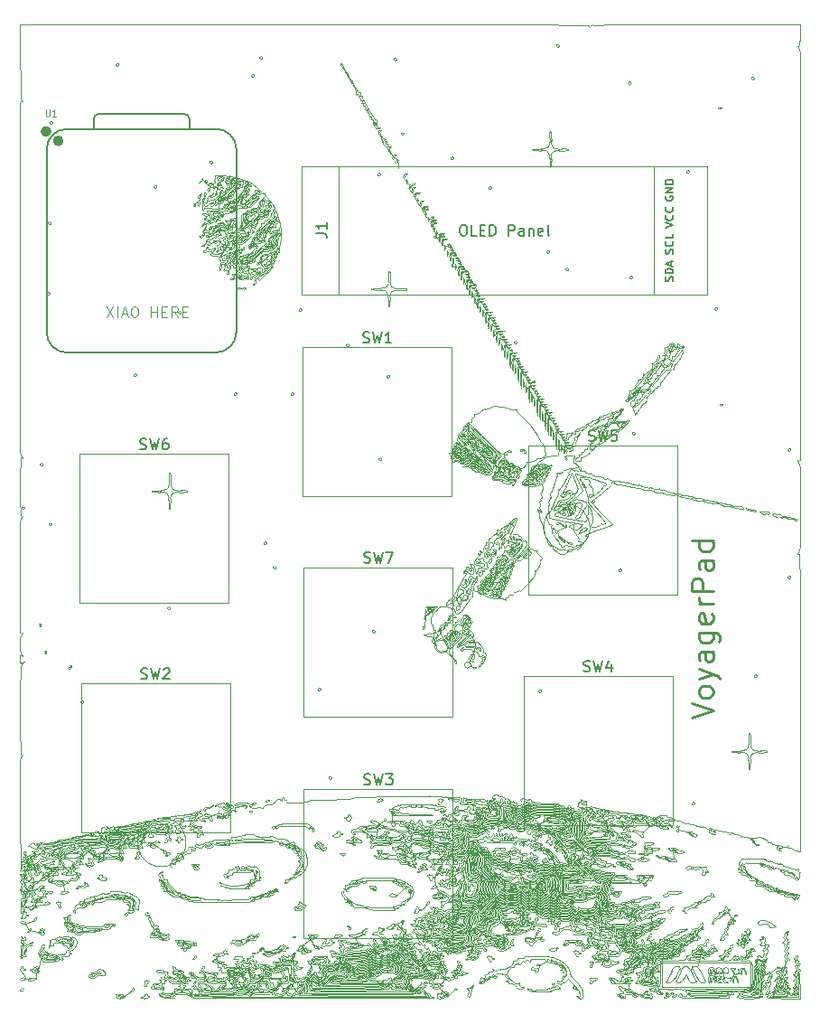
<source format=gbr>
%TF.GenerationSoftware,KiCad,Pcbnew,9.0.2*%
%TF.CreationDate,2025-07-27T13:16:15+05:30*%
%TF.ProjectId,honey-pad,686f6e65-792d-4706-9164-2e6b69636164,rev?*%
%TF.SameCoordinates,Original*%
%TF.FileFunction,Legend,Top*%
%TF.FilePolarity,Positive*%
%FSLAX46Y46*%
G04 Gerber Fmt 4.6, Leading zero omitted, Abs format (unit mm)*
G04 Created by KiCad (PCBNEW 9.0.2) date 2025-07-27 13:16:15*
%MOMM*%
%LPD*%
G01*
G04 APERTURE LIST*
%ADD10C,0.250000*%
%ADD11C,0.100000*%
%ADD12C,0.150000*%
%ADD13C,0.101600*%
%ADD14C,0.040000*%
%ADD15C,0.127000*%
%ADD16C,0.504000*%
%ADD17C,0.120000*%
G04 APERTURE END LIST*
D10*
X129602238Y-124315050D02*
X131602238Y-123648384D01*
X131602238Y-123648384D02*
X129602238Y-122981717D01*
X131602238Y-122029336D02*
X131507000Y-122219812D01*
X131507000Y-122219812D02*
X131411761Y-122315050D01*
X131411761Y-122315050D02*
X131221285Y-122410288D01*
X131221285Y-122410288D02*
X130649857Y-122410288D01*
X130649857Y-122410288D02*
X130459380Y-122315050D01*
X130459380Y-122315050D02*
X130364142Y-122219812D01*
X130364142Y-122219812D02*
X130268904Y-122029336D01*
X130268904Y-122029336D02*
X130268904Y-121743621D01*
X130268904Y-121743621D02*
X130364142Y-121553145D01*
X130364142Y-121553145D02*
X130459380Y-121457907D01*
X130459380Y-121457907D02*
X130649857Y-121362669D01*
X130649857Y-121362669D02*
X131221285Y-121362669D01*
X131221285Y-121362669D02*
X131411761Y-121457907D01*
X131411761Y-121457907D02*
X131507000Y-121553145D01*
X131507000Y-121553145D02*
X131602238Y-121743621D01*
X131602238Y-121743621D02*
X131602238Y-122029336D01*
X130268904Y-120696002D02*
X131602238Y-120219812D01*
X130268904Y-119743621D02*
X131602238Y-120219812D01*
X131602238Y-120219812D02*
X132078428Y-120410288D01*
X132078428Y-120410288D02*
X132173666Y-120505526D01*
X132173666Y-120505526D02*
X132268904Y-120696002D01*
X131602238Y-118124573D02*
X130554619Y-118124573D01*
X130554619Y-118124573D02*
X130364142Y-118219811D01*
X130364142Y-118219811D02*
X130268904Y-118410287D01*
X130268904Y-118410287D02*
X130268904Y-118791240D01*
X130268904Y-118791240D02*
X130364142Y-118981716D01*
X131507000Y-118124573D02*
X131602238Y-118315049D01*
X131602238Y-118315049D02*
X131602238Y-118791240D01*
X131602238Y-118791240D02*
X131507000Y-118981716D01*
X131507000Y-118981716D02*
X131316523Y-119076954D01*
X131316523Y-119076954D02*
X131126047Y-119076954D01*
X131126047Y-119076954D02*
X130935571Y-118981716D01*
X130935571Y-118981716D02*
X130840333Y-118791240D01*
X130840333Y-118791240D02*
X130840333Y-118315049D01*
X130840333Y-118315049D02*
X130745095Y-118124573D01*
X130268904Y-116315049D02*
X131887952Y-116315049D01*
X131887952Y-116315049D02*
X132078428Y-116410287D01*
X132078428Y-116410287D02*
X132173666Y-116505525D01*
X132173666Y-116505525D02*
X132268904Y-116696002D01*
X132268904Y-116696002D02*
X132268904Y-116981716D01*
X132268904Y-116981716D02*
X132173666Y-117172192D01*
X131507000Y-116315049D02*
X131602238Y-116505525D01*
X131602238Y-116505525D02*
X131602238Y-116886478D01*
X131602238Y-116886478D02*
X131507000Y-117076954D01*
X131507000Y-117076954D02*
X131411761Y-117172192D01*
X131411761Y-117172192D02*
X131221285Y-117267430D01*
X131221285Y-117267430D02*
X130649857Y-117267430D01*
X130649857Y-117267430D02*
X130459380Y-117172192D01*
X130459380Y-117172192D02*
X130364142Y-117076954D01*
X130364142Y-117076954D02*
X130268904Y-116886478D01*
X130268904Y-116886478D02*
X130268904Y-116505525D01*
X130268904Y-116505525D02*
X130364142Y-116315049D01*
X131507000Y-114600763D02*
X131602238Y-114791239D01*
X131602238Y-114791239D02*
X131602238Y-115172192D01*
X131602238Y-115172192D02*
X131507000Y-115362668D01*
X131507000Y-115362668D02*
X131316523Y-115457906D01*
X131316523Y-115457906D02*
X130554619Y-115457906D01*
X130554619Y-115457906D02*
X130364142Y-115362668D01*
X130364142Y-115362668D02*
X130268904Y-115172192D01*
X130268904Y-115172192D02*
X130268904Y-114791239D01*
X130268904Y-114791239D02*
X130364142Y-114600763D01*
X130364142Y-114600763D02*
X130554619Y-114505525D01*
X130554619Y-114505525D02*
X130745095Y-114505525D01*
X130745095Y-114505525D02*
X130935571Y-115457906D01*
X131602238Y-113648382D02*
X130268904Y-113648382D01*
X130649857Y-113648382D02*
X130459380Y-113553144D01*
X130459380Y-113553144D02*
X130364142Y-113457906D01*
X130364142Y-113457906D02*
X130268904Y-113267430D01*
X130268904Y-113267430D02*
X130268904Y-113076953D01*
X131602238Y-112410287D02*
X129602238Y-112410287D01*
X129602238Y-112410287D02*
X129602238Y-111648382D01*
X129602238Y-111648382D02*
X129697476Y-111457906D01*
X129697476Y-111457906D02*
X129792714Y-111362668D01*
X129792714Y-111362668D02*
X129983190Y-111267430D01*
X129983190Y-111267430D02*
X130268904Y-111267430D01*
X130268904Y-111267430D02*
X130459380Y-111362668D01*
X130459380Y-111362668D02*
X130554619Y-111457906D01*
X130554619Y-111457906D02*
X130649857Y-111648382D01*
X130649857Y-111648382D02*
X130649857Y-112410287D01*
X131602238Y-109553144D02*
X130554619Y-109553144D01*
X130554619Y-109553144D02*
X130364142Y-109648382D01*
X130364142Y-109648382D02*
X130268904Y-109838858D01*
X130268904Y-109838858D02*
X130268904Y-110219811D01*
X130268904Y-110219811D02*
X130364142Y-110410287D01*
X131507000Y-109553144D02*
X131602238Y-109743620D01*
X131602238Y-109743620D02*
X131602238Y-110219811D01*
X131602238Y-110219811D02*
X131507000Y-110410287D01*
X131507000Y-110410287D02*
X131316523Y-110505525D01*
X131316523Y-110505525D02*
X131126047Y-110505525D01*
X131126047Y-110505525D02*
X130935571Y-110410287D01*
X130935571Y-110410287D02*
X130840333Y-110219811D01*
X130840333Y-110219811D02*
X130840333Y-109743620D01*
X130840333Y-109743620D02*
X130745095Y-109553144D01*
X131602238Y-107743620D02*
X129602238Y-107743620D01*
X131507000Y-107743620D02*
X131602238Y-107934096D01*
X131602238Y-107934096D02*
X131602238Y-108315049D01*
X131602238Y-108315049D02*
X131507000Y-108505525D01*
X131507000Y-108505525D02*
X131411761Y-108600763D01*
X131411761Y-108600763D02*
X131221285Y-108696001D01*
X131221285Y-108696001D02*
X130649857Y-108696001D01*
X130649857Y-108696001D02*
X130459380Y-108600763D01*
X130459380Y-108600763D02*
X130364142Y-108505525D01*
X130364142Y-108505525D02*
X130268904Y-108315049D01*
X130268904Y-108315049D02*
X130268904Y-107934096D01*
X130268904Y-107934096D02*
X130364142Y-107743620D01*
D11*
X74708646Y-85782419D02*
X75375312Y-86782419D01*
X75375312Y-85782419D02*
X74708646Y-86782419D01*
X75756265Y-86782419D02*
X75756265Y-85782419D01*
X76184836Y-86496704D02*
X76661026Y-86496704D01*
X76089598Y-86782419D02*
X76422931Y-85782419D01*
X76422931Y-85782419D02*
X76756264Y-86782419D01*
X77280074Y-85782419D02*
X77470550Y-85782419D01*
X77470550Y-85782419D02*
X77565788Y-85830038D01*
X77565788Y-85830038D02*
X77661026Y-85925276D01*
X77661026Y-85925276D02*
X77708645Y-86115752D01*
X77708645Y-86115752D02*
X77708645Y-86449085D01*
X77708645Y-86449085D02*
X77661026Y-86639561D01*
X77661026Y-86639561D02*
X77565788Y-86734800D01*
X77565788Y-86734800D02*
X77470550Y-86782419D01*
X77470550Y-86782419D02*
X77280074Y-86782419D01*
X77280074Y-86782419D02*
X77184836Y-86734800D01*
X77184836Y-86734800D02*
X77089598Y-86639561D01*
X77089598Y-86639561D02*
X77041979Y-86449085D01*
X77041979Y-86449085D02*
X77041979Y-86115752D01*
X77041979Y-86115752D02*
X77089598Y-85925276D01*
X77089598Y-85925276D02*
X77184836Y-85830038D01*
X77184836Y-85830038D02*
X77280074Y-85782419D01*
X78899122Y-86782419D02*
X78899122Y-85782419D01*
X78899122Y-86258609D02*
X79470550Y-86258609D01*
X79470550Y-86782419D02*
X79470550Y-85782419D01*
X79946741Y-86258609D02*
X80280074Y-86258609D01*
X80422931Y-86782419D02*
X79946741Y-86782419D01*
X79946741Y-86782419D02*
X79946741Y-85782419D01*
X79946741Y-85782419D02*
X80422931Y-85782419D01*
X81422931Y-86782419D02*
X81089598Y-86306228D01*
X80851503Y-86782419D02*
X80851503Y-85782419D01*
X80851503Y-85782419D02*
X81232455Y-85782419D01*
X81232455Y-85782419D02*
X81327693Y-85830038D01*
X81327693Y-85830038D02*
X81375312Y-85877657D01*
X81375312Y-85877657D02*
X81422931Y-85972895D01*
X81422931Y-85972895D02*
X81422931Y-86115752D01*
X81422931Y-86115752D02*
X81375312Y-86210990D01*
X81375312Y-86210990D02*
X81327693Y-86258609D01*
X81327693Y-86258609D02*
X81232455Y-86306228D01*
X81232455Y-86306228D02*
X80851503Y-86306228D01*
X81851503Y-86258609D02*
X82184836Y-86258609D01*
X82327693Y-86782419D02*
X81851503Y-86782419D01*
X81851503Y-86782419D02*
X81851503Y-85782419D01*
X81851503Y-85782419D02*
X82327693Y-85782419D01*
X110188551Y-148832345D02*
X110188559Y-148832352D01*
X73303751Y-148366186D02*
X73376854Y-148430415D01*
X120350598Y-147180908D02*
X120192094Y-147493719D01*
X127194323Y-150111745D02*
X127292746Y-150162668D01*
X118586947Y-149447200D02*
X118586962Y-149447187D01*
X116685327Y-149322790D02*
X116628574Y-149566498D01*
X99844692Y-68506515D02*
X99844703Y-68506504D01*
X76960597Y-149970060D02*
X76960595Y-149970055D01*
X76186677Y-150492531D02*
X76953192Y-150008851D01*
X76115365Y-150486527D02*
X76036552Y-150598214D01*
X85851613Y-80246252D02*
X86132574Y-79694767D01*
X85444495Y-81118287D02*
X85851613Y-80246252D01*
X126271889Y-91383552D02*
X126271921Y-91383575D01*
X123269985Y-96753963D02*
X123269995Y-96753973D01*
X122868513Y-97132679D02*
X122931302Y-97077326D01*
X122507300Y-96722941D02*
X122868513Y-97132679D01*
X122664854Y-96764511D02*
X122664842Y-96764504D01*
X123141649Y-95436966D02*
X123141714Y-95437019D01*
X122576568Y-96065495D02*
X122669133Y-95964186D01*
X112467890Y-101444825D02*
X113297710Y-101255647D01*
X112550859Y-100828611D02*
X112021488Y-100423292D01*
X112432582Y-101427633D02*
X112550859Y-100828611D01*
X110665219Y-108965629D02*
X110782622Y-109438012D01*
X111198263Y-108993859D02*
X110665219Y-108965629D01*
X111176740Y-108999675D02*
X111176734Y-108999683D01*
X110434473Y-112305677D02*
X110434464Y-112305688D01*
X109956399Y-112377918D02*
X110185260Y-112075069D01*
X108278782Y-112153901D02*
X108684553Y-111736214D01*
X108657656Y-112720832D02*
X108278782Y-112153901D01*
X108474910Y-113257021D02*
X108657656Y-112720832D01*
X107524384Y-112998409D02*
X107723052Y-113831714D01*
X107531159Y-113156358D02*
X107517015Y-113296225D01*
X108030873Y-113271326D02*
X107842991Y-112954962D01*
X108020684Y-113207907D02*
X108020697Y-113207905D01*
X108531196Y-113243516D02*
X108030873Y-113271326D01*
X103537038Y-137208373D02*
X103537042Y-137208372D01*
X102631358Y-137208668D02*
X103296826Y-137452726D01*
X102714507Y-137141358D02*
X102631358Y-137208668D01*
X102773344Y-136199859D02*
X102714507Y-137141358D01*
X102568551Y-135370345D02*
X102773344Y-136199859D01*
X102568551Y-135370345D02*
X102568559Y-135370352D01*
X124372183Y-133527715D02*
X124372190Y-133527707D01*
X124938821Y-133698456D02*
X124678522Y-133882411D01*
X101251038Y-147368373D02*
X101251042Y-147368372D01*
X114500981Y-140320598D02*
X114445846Y-139948801D01*
X115114918Y-140639167D02*
X114500981Y-140320598D01*
X116358372Y-140030842D02*
X116359225Y-140114982D01*
X115180105Y-140218278D02*
X115412897Y-140078738D01*
X115101786Y-140253739D02*
X115180105Y-140218278D01*
X114989043Y-140271037D02*
X115101786Y-140253739D01*
X114759458Y-140320658D02*
X114989043Y-140271037D01*
X114949393Y-140384026D02*
X114848474Y-140336632D01*
X114691846Y-140335464D02*
X114691806Y-140335433D01*
X114725622Y-140313097D02*
X114759458Y-140320658D01*
X114242867Y-139818264D02*
X114445846Y-139948801D01*
X113986837Y-139694872D02*
X114242867Y-139818264D01*
X114067002Y-139670290D02*
X114067002Y-139670272D01*
X113501091Y-138927697D02*
X113986837Y-139694872D01*
X111975606Y-138517792D02*
X111424627Y-139126331D01*
X112035656Y-139621444D02*
X112060264Y-140051138D01*
X111655566Y-139193541D02*
X112035656Y-139621444D01*
X110991994Y-138295215D02*
X110991988Y-138295222D01*
X111469552Y-139295214D02*
X111655566Y-139193541D01*
X111516351Y-139209379D02*
X111469552Y-139295214D01*
X110255463Y-138019973D02*
X110255457Y-138019973D01*
X112646525Y-140181277D02*
X112573800Y-140185134D01*
X117671030Y-134704362D02*
X117311552Y-134703531D01*
X116042765Y-133900607D02*
X116068845Y-133867611D01*
X115200501Y-134278714D02*
X116042765Y-133900607D01*
X115228183Y-134289715D02*
X115228190Y-134289707D01*
X114725886Y-133553708D02*
X115200501Y-134278714D01*
X114452827Y-133684765D02*
X114274135Y-133696631D01*
X114708070Y-133586906D02*
X114452827Y-133684765D01*
X120646368Y-141560170D02*
X120771600Y-141824747D01*
X104214855Y-142329611D02*
X104214863Y-142329629D01*
X104833668Y-141846027D02*
X104225851Y-142311133D01*
X104646597Y-141842060D02*
X104646595Y-141842055D01*
X133044475Y-142652706D02*
X132848613Y-142425544D01*
X133170855Y-142329611D02*
X133170863Y-142329629D01*
X131717106Y-143084433D02*
X131717140Y-143084384D01*
X133415991Y-143307531D02*
X133044475Y-142652706D01*
X133429551Y-143371345D02*
X133429559Y-143371352D01*
X133482847Y-143115136D02*
X133415991Y-143307531D01*
X133678855Y-143345611D02*
X133678863Y-143345629D01*
X133615632Y-142823187D02*
X133482847Y-143115136D01*
X130254551Y-141720345D02*
X130254559Y-141720352D01*
X131001828Y-141071051D02*
X130240991Y-141656531D01*
X128757249Y-142356817D02*
X128757241Y-142356799D01*
X92398353Y-142076112D02*
X92664448Y-142100183D01*
X76802990Y-142514228D02*
X76802912Y-142514181D01*
X75836335Y-141173797D02*
X76351416Y-141201298D01*
X73529678Y-141063337D02*
X73700487Y-141428953D01*
X97448183Y-141401715D02*
X97448190Y-141401707D01*
X73893249Y-139308817D02*
X73893241Y-139308799D01*
X88598551Y-141212345D02*
X88598559Y-141212352D01*
X89371552Y-140930663D02*
X88609552Y-141184663D01*
X89360551Y-140958345D02*
X89360559Y-140958352D01*
X90133552Y-140676663D02*
X89371552Y-140930663D01*
X90122551Y-140704345D02*
X90122559Y-140704352D01*
X90568668Y-140391285D02*
X90133552Y-140676663D01*
X90630551Y-140450345D02*
X90630559Y-140450352D01*
X102616461Y-140306936D02*
X101944461Y-140958823D01*
X102134691Y-139832490D02*
X102616461Y-140306936D01*
X102007210Y-139999142D02*
X102134691Y-139832490D01*
X97363371Y-141308309D02*
X97363379Y-141308315D01*
X101770675Y-142310297D02*
X101770675Y-142310305D01*
X98255654Y-139510201D02*
X97753552Y-139910531D01*
X97007249Y-140324817D02*
X97007241Y-140324799D01*
X88090551Y-139942345D02*
X88090559Y-139942352D01*
X88760960Y-139519730D02*
X88101552Y-139914663D01*
X88852985Y-139425963D02*
X88852995Y-139425973D01*
X104249894Y-138356136D02*
X104406569Y-138310024D01*
X82973041Y-138449647D02*
X83063885Y-138325147D01*
X122820035Y-137925712D02*
X123534552Y-138136663D01*
X122723151Y-138028556D02*
X122820035Y-137925712D01*
X123937352Y-138293434D02*
X123908686Y-138254395D01*
X87394689Y-138417496D02*
X87847552Y-138341515D01*
X87270646Y-138489208D02*
X87394689Y-138417496D01*
X86065036Y-139134834D02*
X86065086Y-139134831D01*
X138090747Y-140680409D02*
X137323829Y-140438905D01*
X137525274Y-140388291D02*
X137525288Y-140388267D01*
X139054273Y-140869323D02*
X138090747Y-140680409D01*
X138284685Y-140632300D02*
X138284701Y-140632274D01*
X139046300Y-140740090D02*
X139022069Y-140862973D01*
X135409003Y-139295827D02*
X135408996Y-139295837D01*
X134736084Y-137928688D02*
X134736084Y-137928682D01*
X135998871Y-137964773D02*
X135998882Y-137964754D01*
X134281823Y-137543747D02*
X134281822Y-137543720D01*
X127166183Y-137337715D02*
X127166190Y-137337707D01*
X127879518Y-137517602D02*
X127472522Y-137692411D01*
X127869123Y-136637598D02*
X127879518Y-137517602D01*
X127928183Y-136575715D02*
X127928190Y-136575707D01*
X127617381Y-136718271D02*
X127869123Y-136637598D01*
X81912469Y-137213498D02*
X81912476Y-137213504D01*
X80911908Y-137637776D02*
X81430259Y-137405215D01*
X81303117Y-137468863D02*
X81303131Y-137468852D01*
X125034603Y-137391700D02*
X125018094Y-137460719D01*
X125240492Y-136470993D02*
X125034603Y-137391700D01*
X125245754Y-136208669D02*
X125240492Y-136470993D01*
X94405798Y-136110884D02*
X94530764Y-136158291D01*
X95065306Y-136238204D02*
X95065322Y-136238228D01*
X94213249Y-136260817D02*
X94213241Y-136260799D01*
X135244244Y-135791749D02*
X135647632Y-136219187D01*
X97561199Y-136029685D02*
X97752527Y-136041205D01*
X81259249Y-135752817D02*
X81259241Y-135752799D01*
X81862855Y-135725611D02*
X81862863Y-135725629D01*
X79297125Y-136226782D02*
X80001192Y-136709577D01*
X78507530Y-136274328D02*
X78507530Y-136274329D01*
X79156284Y-136202513D02*
X79297125Y-136226782D01*
X96848855Y-135217611D02*
X96848863Y-135217629D01*
X129388453Y-135117313D02*
X129329080Y-135176686D01*
X128297052Y-134786714D02*
X129116908Y-134964514D01*
X128298706Y-134786747D02*
X128312231Y-134448431D01*
X90664117Y-134695077D02*
X90686523Y-134724926D01*
X90571946Y-134559189D02*
X90571954Y-134559183D01*
X85757650Y-136118325D02*
X85634128Y-136123220D01*
X86296904Y-136053277D02*
X86296906Y-136053289D01*
X90293774Y-135829897D02*
X90293776Y-135829936D01*
X86185969Y-133399740D02*
X85401083Y-133549232D01*
X86120101Y-132509132D02*
X86185969Y-133399740D01*
X76662431Y-134484443D02*
X76636032Y-134490445D01*
X125936551Y-143752345D02*
X125936559Y-143752352D01*
X125810443Y-142860653D02*
X125874668Y-143693285D01*
X125936551Y-142736345D02*
X125936559Y-142736352D01*
X118008266Y-145333729D02*
X118820697Y-145287681D01*
X118062551Y-145276345D02*
X118062559Y-145276352D01*
X70718275Y-139749426D02*
X70738122Y-140562450D01*
X125112197Y-139873668D02*
X125644414Y-139254952D01*
X124714788Y-139603286D02*
X125112197Y-139873668D01*
X100308490Y-136942060D02*
X100308504Y-136942041D01*
X106289773Y-134567520D02*
X106389091Y-133974697D01*
X125694522Y-134390411D02*
X125079301Y-134989981D01*
X125388183Y-134035715D02*
X125388190Y-134035707D01*
X126582552Y-134055237D02*
X125694522Y-134390411D01*
X82644704Y-133926714D02*
X82649635Y-134276639D01*
X82539688Y-134739280D02*
X82539680Y-134739269D01*
X81971347Y-133914278D02*
X82644704Y-133926714D01*
X119707534Y-132131111D02*
X119688621Y-133070255D01*
X119257163Y-132003387D02*
X119257177Y-132003369D01*
X118851249Y-132577817D02*
X118851241Y-132577799D01*
X118969636Y-132859203D02*
X118969565Y-132859164D01*
X110980439Y-132037192D02*
X111136618Y-131883192D01*
X121638648Y-134827815D02*
X121883552Y-134961663D01*
X121541417Y-134075119D02*
X121638648Y-134827815D01*
X121200574Y-133691498D02*
X121541417Y-134075119D01*
X122898862Y-133533208D02*
X122898881Y-133533219D01*
X122775593Y-133749837D02*
X122775557Y-133749817D01*
X123370082Y-133763257D02*
X123370055Y-133763287D01*
X123316131Y-133523431D02*
X123316137Y-133523423D01*
X121441895Y-134239182D02*
X121441891Y-134239186D01*
X121269470Y-133466391D02*
X121200574Y-133691498D01*
X121505619Y-133058872D02*
X121269470Y-133466391D01*
X121396189Y-132867726D02*
X121505619Y-133058872D01*
X119293722Y-132791575D02*
X119293747Y-132791544D01*
X120058239Y-135521741D02*
X120058236Y-135521714D01*
X121391594Y-135253555D02*
X121391584Y-135253541D01*
X122879868Y-135545172D02*
X122879855Y-135545195D01*
X71406038Y-119428373D02*
X71406042Y-119428372D01*
X108905501Y-116600259D02*
X108116538Y-116330976D01*
X109263691Y-117220558D02*
X108905501Y-116600259D01*
X108729698Y-119095340D02*
X109141633Y-119620744D01*
X109097819Y-118328083D02*
X108729698Y-119095340D01*
X109288848Y-117595639D02*
X109097819Y-118328083D01*
X109263691Y-117220558D02*
X109257176Y-117595088D01*
X108740284Y-115174783D02*
X108610531Y-115196964D01*
X108852581Y-115148229D02*
X108740284Y-115174783D01*
X104641162Y-114875428D02*
X104536358Y-115745668D01*
X104878694Y-114519166D02*
X104945100Y-114395024D01*
X104712610Y-114769103D02*
X104878694Y-114519166D01*
X112080419Y-111672714D02*
X111706981Y-111364598D01*
X112283640Y-111175020D02*
X112080419Y-111672714D01*
X111949390Y-110282006D02*
X112283640Y-111175020D01*
X111953055Y-110246219D02*
X111949390Y-110282006D01*
X111849602Y-110006385D02*
X111953055Y-110246219D01*
X112220551Y-109716345D02*
X112220559Y-109716352D01*
X117840274Y-107749291D02*
X117840288Y-107749267D01*
X117076776Y-107227714D02*
X117824278Y-107753681D01*
X117009762Y-106768142D02*
X117076776Y-107227714D01*
X117734885Y-106396627D02*
X117009762Y-106768142D01*
X117546883Y-106327839D02*
X117734885Y-106396627D01*
X113120552Y-108243714D02*
X113150710Y-107543832D01*
X112717273Y-108365336D02*
X113120552Y-108243714D01*
X112350678Y-107956096D02*
X112350654Y-107956087D01*
X113014670Y-108779324D02*
X112717273Y-108365336D01*
X113079549Y-108856909D02*
X113014670Y-108779324D01*
X113255473Y-109422490D02*
X113079549Y-108856909D01*
X114378983Y-108259528D02*
X114379049Y-108259582D01*
X113251020Y-109376738D02*
X113158117Y-109291793D01*
X112248732Y-106357084D02*
X112315978Y-106217504D01*
X112099503Y-106932079D02*
X112099502Y-106932088D01*
X112076853Y-107551685D02*
X112076862Y-107551691D01*
X112189500Y-106318942D02*
X112248732Y-106357084D01*
X109727083Y-108964237D02*
X109769148Y-108984499D01*
X109587688Y-108886261D02*
X109587694Y-108886250D01*
X108876670Y-109932255D02*
X108876671Y-109932244D01*
X108385915Y-110493333D02*
X108408526Y-110462379D01*
X109654199Y-112595429D02*
X109603434Y-112559892D01*
X113460466Y-109581578D02*
X113511143Y-109583895D01*
X111575258Y-112870948D02*
X111575278Y-112870959D01*
X111236846Y-112760480D02*
X111236826Y-112760469D01*
X110306818Y-112616709D02*
X110306841Y-112616721D01*
X109554831Y-112418415D02*
X109554817Y-112418418D01*
X110529624Y-111278737D02*
X110198135Y-111214386D01*
X110534068Y-111273957D02*
X110470508Y-111214313D01*
X110390052Y-111164714D02*
X110517052Y-111164714D01*
X110284377Y-111131682D02*
X110390052Y-111164714D01*
X111019925Y-110151461D02*
X110961552Y-110212214D01*
X116351248Y-96986950D02*
X116603467Y-97456976D01*
X115576052Y-96363097D02*
X116351248Y-96986950D01*
X114571467Y-93900976D02*
X114825151Y-94390991D01*
X114050781Y-93261445D02*
X114571467Y-93900976D01*
X113862998Y-93193851D02*
X114050781Y-93261445D01*
X113865669Y-92908630D02*
X113868340Y-93003714D01*
X101806551Y-143752345D02*
X101806559Y-143752352D01*
X82716183Y-148259715D02*
X82716190Y-148259707D01*
X68294253Y-144407295D02*
X68592569Y-144406024D01*
X68305249Y-144388817D02*
X68305241Y-144388799D01*
X67470430Y-144195034D02*
X68294253Y-144407295D01*
X67816597Y-143366060D02*
X67816595Y-143366055D01*
X67166961Y-143594164D02*
X67798688Y-143388200D01*
X67480184Y-144236261D02*
X67166961Y-143594164D01*
X67308597Y-144382060D02*
X67308595Y-144382055D01*
X88862944Y-144710155D02*
X88862956Y-144710165D01*
X87831865Y-145194371D02*
X87831857Y-145194364D01*
X88551049Y-144755367D02*
X88546059Y-144869573D01*
X86381530Y-145418329D02*
X86381530Y-145418328D01*
X66776786Y-145438168D02*
X67037332Y-145650203D01*
X114803059Y-145096105D02*
X114985885Y-144643536D01*
X114760559Y-145006734D02*
X114803059Y-145096105D01*
X102924671Y-145234821D02*
X102682419Y-144438714D01*
X103087440Y-145085836D02*
X103087449Y-145085843D01*
X103162212Y-146006966D02*
X102924671Y-145234821D01*
X111072855Y-146901611D02*
X111072863Y-146901629D01*
X82802597Y-146922060D02*
X82802595Y-146922055D01*
X119200855Y-146393611D02*
X119200863Y-146393629D01*
X85345652Y-146401441D02*
X84935635Y-146976639D01*
X89345860Y-145951749D02*
X88708025Y-146392648D01*
X89718548Y-146329892D02*
X90568928Y-146280940D01*
X89580663Y-146194796D02*
X89718548Y-146329892D01*
X89387249Y-146420817D02*
X89387241Y-146420799D01*
X91768855Y-145885611D02*
X91768863Y-145885629D01*
X89402413Y-145920132D02*
X89580663Y-146194796D01*
X89463507Y-145892368D02*
X89463509Y-145892373D01*
X116807660Y-147311092D02*
X117243921Y-147470196D01*
X115957349Y-147179880D02*
X116807660Y-147311092D01*
X115397598Y-147434908D02*
X115224797Y-147816268D01*
X115939443Y-147145415D02*
X115397598Y-147434908D01*
X116460953Y-146987573D02*
X116460958Y-146987566D01*
X117818301Y-148400195D02*
X117818320Y-148400208D01*
X79403421Y-134724631D02*
X79802616Y-134459292D01*
X68010991Y-141910531D02*
X68861141Y-141838125D01*
X68024551Y-141974345D02*
X68024559Y-141974352D01*
X68223353Y-141217906D02*
X68010991Y-141910531D01*
X68488066Y-141142109D02*
X68488079Y-141142124D01*
X67181477Y-140593197D02*
X67079304Y-141272886D01*
X67218176Y-140647233D02*
X67218284Y-140647513D01*
X108738252Y-139640351D02*
X108738253Y-139640341D01*
X107348329Y-139059893D02*
X107364814Y-139409728D01*
X108108748Y-138611347D02*
X107348329Y-139059893D01*
X104030335Y-135204797D02*
X103550509Y-134730538D01*
X104534970Y-135400547D02*
X104030335Y-135204797D01*
X104474526Y-135325803D02*
X104506366Y-135360039D01*
X104521966Y-135381201D02*
X104534970Y-135400547D01*
X105567124Y-135357917D02*
X104935954Y-134882992D01*
X105114299Y-135929778D02*
X105567124Y-135357917D01*
X105068676Y-136249946D02*
X105114299Y-135929778D01*
X105094991Y-136957531D02*
X105068676Y-136249946D01*
X105108551Y-137021345D02*
X105108559Y-137021352D01*
X105987602Y-140720169D02*
X106053342Y-140762835D01*
X105572255Y-140044514D02*
X105987602Y-140720169D01*
X105481842Y-139248857D02*
X105572255Y-140044514D01*
X105484855Y-139281611D02*
X105484863Y-139281629D01*
X105954436Y-138486285D02*
X105481842Y-139248857D01*
X106182853Y-138217659D02*
X105954436Y-138486285D01*
X106500855Y-138773611D02*
X106500863Y-138773629D01*
X106096278Y-137379378D02*
X106182853Y-138217659D01*
X106793265Y-136857839D02*
X106793265Y-136857817D01*
X107145586Y-136898212D02*
X107145592Y-136898218D01*
X107281547Y-137646924D02*
X106907179Y-137127501D01*
X107139838Y-137473933D02*
X107104492Y-137308993D01*
X107063255Y-137297418D02*
X107104492Y-137308993D01*
X113359223Y-142661664D02*
X113933319Y-143099889D01*
X121181955Y-144076670D02*
X120909641Y-144590617D01*
X122064420Y-144144365D02*
X121181955Y-144076670D01*
X121717709Y-144035417D02*
X122064420Y-144144365D01*
X121717709Y-144035417D02*
X121717685Y-144035448D01*
X124931552Y-142339468D02*
X124931552Y-142339467D01*
X123483903Y-142650464D02*
X124182045Y-143009010D01*
X123396551Y-141847345D02*
X123396559Y-141847352D01*
X122990053Y-142446011D02*
X123026552Y-142152714D01*
X123543922Y-142577578D02*
X122990053Y-142446011D01*
X129580994Y-148151804D02*
X129667596Y-148315028D01*
X129605838Y-148138622D02*
X129580994Y-148151804D01*
X130343399Y-146802930D02*
X130081746Y-147651632D01*
X130465303Y-145917332D02*
X130343399Y-146802930D01*
X130404937Y-146059345D02*
X130465303Y-145917332D01*
X129964526Y-146345585D02*
X129964500Y-146345563D01*
X130376520Y-146115362D02*
X130416768Y-146069794D01*
X79556189Y-143864804D02*
X79556194Y-143864811D01*
X79940683Y-144980339D02*
X79952508Y-145135001D01*
X79482789Y-144385448D02*
X79482805Y-144385434D01*
X70869447Y-143415983D02*
X71756546Y-143871586D01*
X74514476Y-143784217D02*
X74514478Y-143784229D01*
X74786763Y-144120888D02*
X74793518Y-144121067D01*
X74143880Y-144233049D02*
X74167072Y-144227944D01*
X70850167Y-143455161D02*
X70926431Y-143499863D01*
X71032757Y-143529157D02*
X70924256Y-143503574D01*
X80293303Y-140196028D02*
X80183400Y-140173782D01*
X80424537Y-140223778D02*
X80293303Y-140196028D01*
X92562751Y-136659964D02*
X92698888Y-137207899D01*
X90512111Y-135927766D02*
X90512113Y-135927795D01*
X92561741Y-136335133D02*
X91881163Y-136051466D01*
X92396643Y-136388938D02*
X92514081Y-136282532D01*
X92525108Y-136481808D02*
X92435748Y-136407838D01*
X92252118Y-136291489D02*
X92312337Y-136350654D01*
X124853450Y-150278597D02*
X125077724Y-150371335D01*
X124054369Y-150051275D02*
X124853450Y-150278597D01*
X124118183Y-150037715D02*
X124118190Y-150037707D01*
X123644715Y-149884305D02*
X124054369Y-150051275D01*
X123689283Y-149705851D02*
X123644715Y-149884305D01*
X122651564Y-150204796D02*
X122651564Y-150204788D01*
X123620399Y-148775260D02*
X123689283Y-149705851D01*
X123556366Y-148822039D02*
X123620399Y-148775260D01*
X134667891Y-148123682D02*
X134667898Y-148123682D01*
X134016150Y-148256400D02*
X134228560Y-148245148D01*
X133530838Y-148360487D02*
X133993832Y-148261299D01*
X133459020Y-148664436D02*
X133530838Y-148360487D01*
X133468900Y-149050943D02*
X133468880Y-149050944D01*
X133905891Y-148885682D02*
X133905898Y-148885682D01*
X133213566Y-148683040D02*
X133459020Y-148664436D01*
X132593166Y-148559189D02*
X133213566Y-148683040D01*
X132971497Y-149114049D02*
X132971499Y-149114079D01*
X132569619Y-148214735D02*
X132593166Y-148559189D01*
X131923448Y-148269054D02*
X132569619Y-148214735D01*
X131749152Y-148352623D02*
X131923448Y-148269054D01*
X131389931Y-147919266D02*
X131389961Y-147919263D01*
X131768715Y-148665959D02*
X131749152Y-148352623D01*
X131389931Y-148681266D02*
X131389961Y-148681263D01*
X131930271Y-148662774D02*
X131768715Y-148665959D01*
X132369948Y-149113247D02*
X132369949Y-149113262D01*
X90844198Y-147489499D02*
X90086069Y-147903716D01*
X91359616Y-147286292D02*
X91851149Y-147251670D01*
X90829839Y-147561688D02*
X91359616Y-147286292D01*
X82718416Y-150384552D02*
X82718409Y-150384561D01*
X81815052Y-149984381D02*
X81649578Y-149818184D01*
X82346780Y-149026567D02*
X82346785Y-149026594D01*
X82164474Y-149060262D02*
X82164472Y-149060252D01*
X81732313Y-148705633D02*
X81511655Y-148608200D01*
X81646538Y-148657519D02*
X81732313Y-148705633D01*
X67130855Y-147917611D02*
X67130863Y-147917629D01*
X67180213Y-148752646D02*
X66905713Y-148199479D01*
X68133383Y-148716100D02*
X67180213Y-148752646D01*
X68230957Y-147748952D02*
X68133383Y-148716100D01*
X68363256Y-147671602D02*
X68230957Y-147748952D01*
X68587646Y-146830270D02*
X68363256Y-147671602D01*
X69332372Y-145893721D02*
X69332334Y-145893715D01*
X68886504Y-146058218D02*
X68886508Y-146058211D01*
X68712375Y-146796126D02*
X68587646Y-146830270D01*
X68821807Y-146734431D02*
X68712375Y-146796126D01*
X69053401Y-146894455D02*
X69076622Y-146792426D01*
X133837249Y-145404817D02*
X133837241Y-145404799D01*
X134326483Y-145140481D02*
X134293230Y-145057967D01*
X134404653Y-145187906D02*
X134326483Y-145140481D01*
X124326729Y-93531534D02*
X125082123Y-93791134D01*
X123625566Y-94544138D02*
X123625524Y-94544104D01*
X126171658Y-91380229D02*
X126171690Y-91380257D01*
X124468558Y-93225764D02*
X124468494Y-93225709D01*
X124459237Y-93560124D02*
X124326729Y-93531534D01*
X124474985Y-93670464D02*
X124459237Y-93560124D01*
X89754826Y-80157369D02*
X89754809Y-80157356D01*
X89824692Y-79913696D02*
X89863353Y-80017964D01*
X89110849Y-79287305D02*
X89824692Y-79913696D01*
X89163014Y-79202686D02*
X89048538Y-79166807D01*
X90255957Y-77907767D02*
X90256036Y-77907830D01*
X107418094Y-148475939D02*
X107615616Y-148175292D01*
X106484802Y-148772913D02*
X107418094Y-148475939D01*
X106338183Y-148513715D02*
X106338190Y-148513707D01*
X105856563Y-149541395D02*
X106484802Y-148772913D01*
X106591429Y-150201356D02*
X105856563Y-149541395D01*
X106681435Y-150425281D02*
X107356414Y-149795952D01*
X106648326Y-150317933D02*
X106681435Y-150425281D01*
X106634598Y-150228908D02*
X106648326Y-150317933D01*
X139478038Y-150035373D02*
X139478042Y-150035372D01*
X139427214Y-149831825D02*
X139467436Y-150026714D01*
X96086855Y-145377611D02*
X96086863Y-145377629D01*
X94097857Y-145603002D02*
X94879496Y-145795997D01*
X93867561Y-144975649D02*
X94097857Y-145603002D01*
X93674986Y-145115625D02*
X93867561Y-144975649D01*
X93114082Y-145632514D02*
X93674986Y-145115625D01*
X93106529Y-145732529D02*
X93102864Y-145632927D01*
X93063616Y-145858062D02*
X93009883Y-145814525D01*
X81772798Y-145908224D02*
X81772782Y-145908200D01*
X82899891Y-145551613D02*
X82899874Y-145551614D01*
X82889432Y-145345541D02*
X82889450Y-145345540D01*
X82530233Y-145549964D02*
X82641710Y-145535766D01*
X82602434Y-145724565D02*
X82602439Y-145724591D01*
X82412061Y-145570985D02*
X82530233Y-145549964D01*
X81899274Y-145341291D02*
X81899288Y-145341267D01*
X129422713Y-150181769D02*
X129300352Y-150216158D01*
X129529973Y-150120847D02*
X129529973Y-150120842D01*
X105977408Y-116208860D02*
X106381661Y-115922337D01*
X105777755Y-116192106D02*
X105777748Y-116192091D01*
X106359634Y-117087816D02*
X105977408Y-116208860D01*
X106641766Y-116630375D02*
X106359634Y-117087816D01*
X108723457Y-116264567D02*
X108723471Y-116264576D01*
X106761262Y-116716776D02*
X106641766Y-116630375D01*
X106874943Y-116731951D02*
X106761262Y-116716776D01*
X106968721Y-116761245D02*
X106874943Y-116731951D01*
X119756000Y-104307244D02*
X119756013Y-104307251D01*
X117960295Y-104576278D02*
X118520844Y-104178154D01*
X117117066Y-104504199D02*
X117960295Y-104576278D01*
X117559329Y-104132126D02*
X117559343Y-104132140D01*
X117166773Y-104477686D02*
X117236940Y-104564533D01*
X117292798Y-105149363D02*
X116870892Y-104860277D01*
X117629052Y-105111047D02*
X117292798Y-105149363D01*
X117627027Y-105111060D02*
X117624074Y-104896694D01*
X115582271Y-101701428D02*
X115927152Y-101240953D01*
X114835052Y-101385714D02*
X115582271Y-101701428D01*
X114591057Y-101235249D02*
X114835052Y-101385714D01*
X113756216Y-102395204D02*
X113756135Y-102395144D01*
X114623576Y-101344542D02*
X114591057Y-101235249D01*
X114710127Y-101392000D02*
X114623576Y-101344542D01*
X114916777Y-101819790D02*
X114949985Y-101780047D01*
X101512183Y-133019715D02*
X101512190Y-133019707D01*
X101518582Y-133423064D02*
X101658802Y-133278913D01*
X103762521Y-132510429D02*
X103762531Y-132510418D01*
X104269916Y-132510359D02*
X104269926Y-132510346D01*
X102041600Y-132474854D02*
X102041599Y-132474843D01*
X101504441Y-134134052D02*
X101518582Y-133423064D01*
X100757616Y-133951292D02*
X101504441Y-134134052D01*
X99960950Y-134515153D02*
X100757616Y-133951292D01*
X100716484Y-134544498D02*
X100716494Y-134544485D01*
X105557783Y-135010661D02*
X105557779Y-135010635D01*
X103286318Y-135146420D02*
X103286307Y-135146440D01*
X105426125Y-136046306D02*
X105426159Y-136046335D01*
X100175277Y-134984629D02*
X99960950Y-134515153D01*
X100404855Y-134709611D02*
X100404863Y-134709629D01*
X100086843Y-135493489D02*
X100093604Y-134983546D01*
X100414987Y-135553313D02*
X100339624Y-135446524D01*
X100516144Y-135668251D02*
X100414987Y-135553313D01*
X124585839Y-146866828D02*
X124495220Y-146944381D01*
X111809877Y-145509660D02*
X111919560Y-145520750D01*
X111668284Y-145473513D02*
X111809877Y-145509660D01*
X70277616Y-138015292D02*
X70214809Y-137030284D01*
X69741820Y-138615513D02*
X70277616Y-138015292D01*
X68966888Y-138384942D02*
X69741820Y-138615513D01*
X67653582Y-137311411D02*
X67935701Y-138236574D01*
X68024551Y-137021345D02*
X68024559Y-137021352D01*
X67083052Y-137199714D02*
X67653582Y-137311411D01*
X67242504Y-137781681D02*
X67083052Y-137199714D01*
X67266531Y-137969427D02*
X67242504Y-137781681D01*
X71645788Y-138992179D02*
X71645789Y-138992194D01*
X68595939Y-139417088D02*
X68595940Y-139417088D01*
X68641440Y-140229405D02*
X68641432Y-140229395D01*
X67400552Y-138152214D02*
X67266531Y-137969427D01*
X69713598Y-139140554D02*
X69769305Y-138972149D01*
X69717140Y-139137495D02*
X69657252Y-139065965D01*
X67523709Y-138338871D02*
X67400552Y-138152214D01*
X90848100Y-149193024D02*
X91300620Y-149670178D01*
X90591040Y-149741276D02*
X90848100Y-149193024D01*
X87112045Y-148142801D02*
X86735655Y-148129465D01*
X87625302Y-148391913D02*
X87112045Y-148142801D01*
X137714616Y-149467404D02*
X137960746Y-149654668D01*
X137774751Y-149562695D02*
X137714616Y-149467404D01*
X137831414Y-149655413D02*
X137774751Y-149562695D01*
X138243101Y-147836715D02*
X138374425Y-147182168D01*
X139561447Y-148232370D02*
X139561458Y-148232369D01*
X137707615Y-147741968D02*
X138239919Y-147852093D01*
X136824310Y-148247080D02*
X137582414Y-147763952D01*
X137901249Y-147944817D02*
X137901241Y-147944799D01*
X136468535Y-148336333D02*
X136824310Y-148247080D01*
X136382798Y-145908224D02*
X136382782Y-145908200D01*
X129232041Y-149855163D02*
X129232040Y-149855128D01*
X136335969Y-148343040D02*
X136468535Y-148336333D01*
X136208969Y-148343040D02*
X136335969Y-148343040D01*
X136081969Y-148343040D02*
X136208969Y-148343040D01*
X135962890Y-148307825D02*
X136081969Y-148343040D01*
X87531592Y-149354612D02*
X88110943Y-149625093D01*
X87358255Y-149718870D02*
X87531592Y-149354612D01*
X83703033Y-150218359D02*
X83703033Y-150218350D01*
X86612464Y-150308811D02*
X86612466Y-150308859D01*
X86878432Y-149872823D02*
X86622404Y-150283232D01*
X86983056Y-149802391D02*
X86878432Y-149872823D01*
X87235612Y-149720932D02*
X87231523Y-149813380D01*
X113726163Y-137137547D02*
X113713988Y-137090318D01*
X118572285Y-137294709D02*
X118518052Y-138088714D01*
X118317850Y-137691510D02*
X118317835Y-137691513D01*
X118790509Y-136381538D02*
X118572285Y-137294709D01*
X118786504Y-136344916D02*
X118788069Y-136346716D01*
X118786504Y-136344916D02*
X118861313Y-136274636D01*
X119348832Y-136645754D02*
X119097370Y-136525907D01*
X119882200Y-137019546D02*
X119348832Y-136645754D01*
X120354303Y-136645808D02*
X120354306Y-136645811D01*
X115069785Y-136429391D02*
X115914552Y-136731453D01*
X115047611Y-136502118D02*
X115069785Y-136429391D01*
X111799289Y-135834802D02*
X112689637Y-135782674D01*
X110709826Y-133116369D02*
X110709809Y-133116356D01*
X110644364Y-133246732D02*
X110707379Y-133135313D01*
X111231773Y-133211420D02*
X111231769Y-133211414D01*
X110528094Y-133181128D02*
X110644364Y-133246732D01*
X110527001Y-132288023D02*
X110527003Y-132288010D01*
X109985214Y-133006175D02*
X110528094Y-133181128D01*
X110654286Y-132226471D02*
X110654274Y-132226479D01*
X110771772Y-132031480D02*
X110771801Y-132031462D01*
X111551276Y-133677820D02*
X111551278Y-133677834D01*
X109701661Y-133589653D02*
X109985214Y-133006175D01*
X109107712Y-134203655D02*
X109701661Y-133589653D01*
X107405536Y-133905468D02*
X107405540Y-133905488D01*
X109307287Y-135100606D02*
X109107712Y-134203655D01*
X110188551Y-134735345D02*
X110188559Y-134735352D01*
X109157872Y-135106418D02*
X109818552Y-135040714D01*
X107151552Y-143549714D02*
X107854441Y-143659052D01*
X107010392Y-144185814D02*
X107151552Y-143549714D01*
X107010392Y-144058814D02*
X107010392Y-144185814D01*
X106909783Y-143983579D02*
X107010392Y-144058814D01*
X106624497Y-143619803D02*
X106909783Y-143983579D01*
X106640849Y-144044815D02*
X106640786Y-144044766D01*
X106705373Y-143501371D02*
X106624497Y-143619803D01*
X106634522Y-143367766D02*
X106705373Y-143501371D01*
X75211891Y-135655386D02*
X75360820Y-135808603D01*
X74225115Y-135555510D02*
X73970347Y-135057278D01*
X74162526Y-135729251D02*
X74141957Y-135565987D01*
X67603891Y-137560065D02*
X67603874Y-137560096D01*
X79310672Y-133959255D02*
X78995600Y-133895594D01*
X74533403Y-135743353D02*
X74354937Y-135677292D01*
X80395203Y-134289329D02*
X80395212Y-134289318D01*
X72426372Y-137177160D02*
X72426356Y-137177188D01*
X72467649Y-135916544D02*
X72467648Y-135916529D01*
X74645608Y-135762240D02*
X74533403Y-135743353D01*
X72677002Y-136851959D02*
X72676998Y-136851956D01*
X76151837Y-137583638D02*
X76151788Y-137583700D01*
X74788393Y-135802724D02*
X74645608Y-135762240D01*
X74980970Y-135698343D02*
X74788393Y-135802724D01*
X76185622Y-135970449D02*
X76185619Y-135970446D01*
X75115075Y-135700011D02*
X74980970Y-135698343D01*
X75225470Y-135690123D02*
X75115075Y-135700011D01*
X126060729Y-145991419D02*
X125618703Y-145139646D01*
X126126574Y-145969827D02*
X126060729Y-145991419D01*
X126935775Y-145918756D02*
X126126574Y-145969827D01*
X125920811Y-147880568D02*
X125520770Y-148570016D01*
X125975564Y-147821526D02*
X125920811Y-147880568D01*
X126063168Y-147704262D02*
X125975564Y-147821526D01*
X126836552Y-147232714D02*
X126063168Y-147704262D01*
X126927893Y-146026291D02*
X126878818Y-146784779D01*
X126896679Y-145899297D02*
X126927893Y-146026291D01*
X123538917Y-142387524D02*
X123538896Y-142387513D01*
X121524183Y-145739543D02*
X121537877Y-145770923D01*
X122892108Y-145556869D02*
X122898834Y-145601382D01*
X123639738Y-145647039D02*
X122898834Y-145601382D01*
X123319545Y-145430040D02*
X123639738Y-145647039D01*
X123428675Y-145413021D02*
X123319545Y-145430040D01*
X128398982Y-145934571D02*
X128398964Y-145934559D01*
X125182429Y-146703212D02*
X125182438Y-146703201D01*
X123459642Y-145315106D02*
X123428675Y-145413021D01*
X123219762Y-144822709D02*
X123299848Y-144919152D01*
X124321482Y-144462592D02*
X124321490Y-144462599D01*
X125148036Y-146544783D02*
X125148043Y-146544775D01*
X123490129Y-145350271D02*
X123589397Y-145267839D01*
X123392604Y-144733338D02*
X123363084Y-144854189D01*
X107187405Y-145335589D02*
X107167969Y-145591761D01*
X107183302Y-145451437D02*
X107187405Y-145335589D01*
X111369284Y-101354229D02*
X111279052Y-101639714D01*
X111615367Y-101142776D02*
X111369284Y-101354229D01*
X111327739Y-100767044D02*
X111672393Y-100991078D01*
X112615837Y-101651892D02*
X112615846Y-101651899D01*
X111355898Y-100740866D02*
X110897357Y-100199277D01*
X110664510Y-100060318D02*
X110847832Y-100215529D01*
X111027639Y-100482591D02*
X111027632Y-100482599D01*
X109882052Y-99734714D02*
X110634634Y-100028844D01*
X109310552Y-100163663D02*
X109882052Y-99734714D01*
X108570366Y-99800039D02*
X109310552Y-100163663D01*
X108880583Y-98215981D02*
X108998115Y-98168583D01*
X108332831Y-98769912D02*
X108828058Y-98172445D01*
X110728201Y-99557053D02*
X110728170Y-99557036D01*
X108638162Y-99399613D02*
X108324400Y-98890767D01*
X107210450Y-99857894D02*
X107561161Y-99371917D01*
X107360707Y-99460100D02*
X107307161Y-99371917D01*
X108923043Y-98824561D02*
X108923054Y-98824549D01*
X107248377Y-99598297D02*
X107171644Y-99534234D01*
X107114156Y-99903196D02*
X107210450Y-99857894D01*
X107022037Y-100017662D02*
X107114156Y-99903196D01*
X108638162Y-99526613D02*
X108638162Y-99399613D01*
X108632846Y-99648551D02*
X108638162Y-99526613D01*
X108632846Y-99775551D02*
X108632846Y-99648551D01*
X108598970Y-99840547D02*
X108632846Y-99775551D01*
X104552748Y-147882347D02*
X105542885Y-147823364D01*
X104459348Y-147906309D02*
X104552748Y-147882347D01*
X105229119Y-148403164D02*
X104887195Y-148096772D01*
X104969117Y-148291006D02*
X105116003Y-148394577D01*
X105338418Y-148471534D02*
X105229119Y-148403164D01*
X98758551Y-144514345D02*
X98758559Y-144514352D01*
X98053473Y-144884262D02*
X98388552Y-144819714D01*
X98969660Y-144650683D02*
X98969630Y-144650727D01*
X98338347Y-145735479D02*
X98053473Y-144884262D01*
X98806090Y-145551572D02*
X98515552Y-145645214D01*
X99448488Y-145635292D02*
X98515552Y-145645214D01*
X99861925Y-146079031D02*
X99448488Y-145635292D01*
X83717027Y-148033512D02*
X83717036Y-148033500D01*
X85721060Y-149377767D02*
X85789688Y-149498103D01*
X89684745Y-148344027D02*
X89684745Y-148344028D01*
X85718808Y-149383995D02*
X85816818Y-149465464D01*
X88282676Y-150049369D02*
X88282689Y-150049347D01*
X90022056Y-150226138D02*
X90022056Y-150226159D01*
X89628711Y-148231988D02*
X89628631Y-148231944D01*
X89085457Y-148643651D02*
X89085465Y-148643700D01*
X88715306Y-148430204D02*
X88715322Y-148430228D01*
X97509781Y-145937984D02*
X97667384Y-145506595D01*
X85896700Y-147462183D02*
X85896699Y-147462194D01*
X82111306Y-149446204D02*
X82111322Y-149446228D01*
X82624855Y-148933611D02*
X82624863Y-148933629D01*
X80338855Y-148933611D02*
X80338863Y-148933629D01*
X81518798Y-149464224D02*
X81518782Y-149464200D01*
X106246855Y-149441611D02*
X106246863Y-149441629D01*
X105865820Y-146850290D02*
X105865815Y-146850298D01*
X104062781Y-145570910D02*
X104062766Y-145570929D01*
X104005717Y-146103834D02*
X104005775Y-146103757D01*
X102627191Y-145870104D02*
X102627187Y-145870100D01*
X102714512Y-145568778D02*
X102714499Y-145568771D01*
X97750485Y-145913248D02*
X97744826Y-145781345D01*
X99924712Y-146142210D02*
X99861925Y-146079031D01*
X99967917Y-146225703D02*
X99924712Y-146142210D01*
X100069611Y-146262638D02*
X99967917Y-146225703D01*
X100204925Y-146461850D02*
X100069611Y-146262638D01*
X100166510Y-146452766D02*
X100166498Y-146452759D01*
X100474538Y-146816625D02*
X100204925Y-146461850D01*
X100630985Y-149786285D02*
X100630985Y-149786297D01*
X100636925Y-146968537D02*
X100474538Y-146816625D01*
X101535782Y-146432525D02*
X101534775Y-146562848D01*
X99523079Y-147887053D02*
X98947655Y-148340113D01*
X99659180Y-147906710D02*
X99523079Y-147887053D01*
X99707626Y-147778561D02*
X99659180Y-147906710D01*
X99770057Y-147572965D02*
X99707626Y-147778561D01*
X100351172Y-147331515D02*
X100636925Y-147476537D01*
X100639250Y-149390723D02*
X100639251Y-149390747D01*
X102259370Y-148591450D02*
X102259368Y-148591464D01*
X100618791Y-147237072D02*
X100556609Y-147162589D01*
X101549150Y-146803810D02*
X101533884Y-146817832D01*
X95622874Y-148919217D02*
X95558806Y-148981745D01*
X100383894Y-147433780D02*
X100351172Y-147458515D01*
X100351172Y-147585515D02*
X100351172Y-147458515D01*
X100360382Y-147578263D02*
X100423917Y-147654367D01*
X99832185Y-147649104D02*
X99770057Y-147572965D01*
X99063561Y-148903242D02*
X99063563Y-148903271D01*
X99865670Y-147612419D02*
X99832185Y-147649104D01*
X100520607Y-149550625D02*
X100520607Y-149550648D01*
X101441240Y-146500629D02*
X101534775Y-146562848D01*
X111847112Y-143341725D02*
X112443633Y-143623744D01*
X112176673Y-143498098D02*
X112261582Y-143354016D01*
X112057390Y-143347961D02*
X112176673Y-143498098D01*
X112062015Y-143192003D02*
X112057390Y-143347961D01*
X112027819Y-142846330D02*
X111845523Y-143117922D01*
X111798298Y-142488697D02*
X112025632Y-142823187D01*
X111781874Y-142350930D02*
X111798298Y-142488697D01*
X109637660Y-145031683D02*
X109637630Y-145031727D01*
X111407297Y-141552953D02*
X111781874Y-142350930D01*
X114698538Y-142367877D02*
X115114925Y-141908891D01*
X114769872Y-143441321D02*
X114769888Y-143441334D01*
X109064164Y-146120307D02*
X108901482Y-146198524D01*
X108987694Y-145910992D02*
X109064164Y-146120307D01*
X110208554Y-145680059D02*
X110208554Y-145680053D01*
X114882855Y-143853611D02*
X114882863Y-143853629D01*
X117772578Y-145165833D02*
X117772577Y-145165823D01*
X121061733Y-146794294D02*
X120703861Y-147174173D01*
X121566470Y-147067394D02*
X121566463Y-147067403D01*
X121061748Y-146916886D02*
X121061733Y-146794294D01*
X121025798Y-147037216D02*
X121061748Y-146916886D01*
X122069139Y-143647903D02*
X122069139Y-143647898D01*
X114686847Y-142258056D02*
X114698538Y-142367877D01*
X114691504Y-142184985D02*
X114686847Y-142258056D01*
X119077961Y-133876360D02*
X119077975Y-133876357D01*
X121279052Y-136878374D02*
X121279052Y-136878367D01*
X114718023Y-142011847D02*
X114691504Y-142184985D01*
X118987595Y-133982303D02*
X118987625Y-133982300D01*
X110984728Y-142762377D02*
X110984728Y-142762378D01*
X114712872Y-141927530D02*
X114718023Y-142011847D01*
X119852309Y-137845333D02*
X119852358Y-137845374D01*
X121804156Y-139483985D02*
X121804162Y-139483991D01*
X114906723Y-142003640D02*
X114867348Y-141974451D01*
X114906723Y-142003640D02*
X114978760Y-141920986D01*
X113750213Y-136086815D02*
X113750230Y-136086814D01*
X111844118Y-135189675D02*
X111844123Y-135189675D01*
X111601672Y-135403887D02*
X111601654Y-135403888D01*
X111591432Y-135185541D02*
X111591450Y-135185540D01*
X111347672Y-135403887D02*
X111347654Y-135403888D01*
X111337432Y-135185541D02*
X111337450Y-135185540D01*
X110496118Y-135231099D02*
X110496104Y-135231108D01*
X114867762Y-141702548D02*
X114795493Y-141761260D01*
X110973977Y-141109928D02*
X111407297Y-141552953D01*
X114192103Y-138627308D02*
X114192071Y-138627283D01*
X110885925Y-141075021D02*
X110973977Y-141109928D01*
X109975863Y-142379548D02*
X109975847Y-142379535D01*
X110758142Y-141075964D02*
X110885925Y-141075021D01*
X119086992Y-138616360D02*
X119087019Y-138616381D01*
X110631925Y-141075021D02*
X110758142Y-141075964D01*
X110285595Y-142243607D02*
X110285578Y-142243589D01*
X118107028Y-138355696D02*
X118107005Y-138355671D01*
X110535542Y-141009373D02*
X110631925Y-141075021D01*
X110542369Y-141165088D02*
X110542405Y-141165116D01*
X110469751Y-140926695D02*
X110535542Y-141009373D01*
X109548602Y-143384426D02*
X109548596Y-143384427D01*
X110536929Y-142248847D02*
X110536925Y-142248842D01*
X97971847Y-65081253D02*
X97971855Y-65081247D01*
X97554115Y-64428714D02*
X97937529Y-65063714D01*
X97157635Y-63810552D02*
X97554115Y-64428714D01*
X97266361Y-64083422D02*
X97245552Y-64047714D01*
X97351729Y-64011982D02*
X97372552Y-64047714D01*
X138189253Y-136426262D02*
X137822462Y-136539090D01*
X138639610Y-136323639D02*
X138639618Y-136323643D01*
X139788410Y-61981742D02*
X139788421Y-61981742D01*
X139551223Y-61381996D02*
X139551242Y-61381963D01*
X66877641Y-66586186D02*
X66877638Y-66586191D01*
X66873176Y-118526030D02*
X66873164Y-118526052D01*
X67013067Y-119061568D02*
X67013070Y-119061571D01*
X67384855Y-142837611D02*
X67384863Y-142837629D01*
X67638855Y-140805611D02*
X67638863Y-140805629D01*
X69162855Y-140805611D02*
X69162863Y-140805629D01*
X79266579Y-133803296D02*
X79310672Y-133959255D01*
X81238426Y-133501825D02*
X81238425Y-133501816D01*
X83634255Y-132920557D02*
X83634286Y-132920581D01*
X86782945Y-133104730D02*
X86782938Y-133104735D01*
X87143401Y-132618436D02*
X87143399Y-132618426D01*
X88129970Y-132614332D02*
X88129962Y-132614334D01*
X93621978Y-132191317D02*
X93621979Y-132191341D01*
X93899413Y-132045211D02*
X93899413Y-132045206D01*
X98170893Y-131753089D02*
X98170893Y-131753072D01*
X100975376Y-134481342D02*
X100975376Y-134481343D01*
X105897249Y-139816817D02*
X105897241Y-139816799D01*
X103395292Y-144402328D02*
X103395292Y-144402329D01*
X104422827Y-145296035D02*
X104422820Y-145296034D01*
X106822943Y-146232254D02*
X106822978Y-146232231D01*
X108964779Y-145952632D02*
X109048068Y-146021663D01*
X112363642Y-132355470D02*
X112363580Y-132355473D01*
X112353432Y-132137541D02*
X112353450Y-132137540D01*
X112109672Y-132355887D02*
X112109654Y-132355888D01*
X112098925Y-132138959D02*
X112098945Y-132138958D01*
X111856101Y-132318570D02*
X111856090Y-132318568D01*
X111031344Y-132020151D02*
X111044090Y-131875063D01*
X123333154Y-136205490D02*
X123333171Y-136205460D01*
X123656768Y-139417136D02*
X123656775Y-139417129D01*
X124919177Y-143294855D02*
X124919156Y-143294880D01*
X121014553Y-147162816D02*
X121025798Y-147037216D01*
X121142798Y-147432224D02*
X121142782Y-147432200D01*
X124026855Y-148933611D02*
X124026863Y-148933629D01*
X128981971Y-149764212D02*
X128981971Y-149764202D01*
X123825066Y-135505636D02*
X123825065Y-135505656D01*
X126910649Y-133703413D02*
X126910656Y-133703430D01*
X101984242Y-72081040D02*
X102120486Y-72585241D01*
X101432468Y-71477214D02*
X101984242Y-72081040D01*
X101171439Y-70593359D02*
X101171440Y-70593359D01*
X101613969Y-71730655D02*
X101432468Y-71477214D01*
X85229569Y-74429024D02*
X85345408Y-74021458D01*
X85121166Y-74439525D02*
X85229569Y-74429024D01*
X84343358Y-74724668D02*
X85121166Y-74439525D01*
X84090522Y-74249633D02*
X83773246Y-73901626D01*
X84371100Y-74517024D02*
X84090522Y-74249633D01*
X84370917Y-74768032D02*
X84371100Y-74517024D01*
X83421874Y-75866150D02*
X83010553Y-76131503D01*
X83523107Y-75701490D02*
X83421874Y-75866150D01*
X87784052Y-76303214D02*
X88038052Y-76430214D01*
X87564009Y-75633411D02*
X88016013Y-76053822D01*
X86674494Y-76581756D02*
X87143946Y-75816381D01*
X86820551Y-76569345D02*
X86820559Y-76569352D01*
X86563529Y-76578913D02*
X86674494Y-76581756D01*
X86300417Y-76238968D02*
X86563529Y-76578913D01*
X85879052Y-75541214D02*
X86300417Y-76238968D01*
X85307552Y-75858714D02*
X85879052Y-75541214D01*
X85677551Y-75553345D02*
X85677559Y-75553352D01*
X85213579Y-75945995D02*
X85307552Y-75858714D01*
X85207350Y-75945389D02*
X85192857Y-76038665D01*
X85223222Y-76663461D02*
X85212302Y-76041686D01*
X84737631Y-75143069D02*
X84737630Y-75143068D01*
X84929003Y-75186446D02*
X84928996Y-75186441D01*
X88676469Y-75084261D02*
X88676502Y-75084293D01*
X87646265Y-74768108D02*
X87646271Y-74768113D01*
X85161763Y-76990715D02*
X85223222Y-76663461D01*
X85646218Y-77192165D02*
X85161763Y-76990715D01*
X85640948Y-77041787D02*
X85640965Y-77041786D01*
X87823642Y-77956958D02*
X88027480Y-77881940D01*
X87790571Y-78083159D02*
X87823642Y-77956958D01*
X87569817Y-78500713D02*
X87790571Y-78083159D01*
X87907142Y-79166793D02*
X87569817Y-78500713D01*
X87964043Y-79228026D02*
X87964048Y-79228030D01*
X87815999Y-78957925D02*
X87907142Y-79166793D01*
X87467475Y-78544091D02*
X87467514Y-78544112D01*
X86197767Y-79269723D02*
X86197753Y-79269712D01*
X86577808Y-79905773D02*
X86577768Y-79905742D01*
X84403416Y-79201172D02*
X84006838Y-79931459D01*
X84747912Y-78925903D02*
X83854334Y-78812911D01*
X85423985Y-78338963D02*
X85423995Y-78338973D01*
X84418552Y-79224214D02*
X84736052Y-78970214D01*
X86960044Y-77773754D02*
X86960062Y-77773769D01*
X87682182Y-84029740D02*
X87339552Y-84063886D01*
X86650234Y-83150281D02*
X87104894Y-83018114D01*
X86717486Y-82761561D02*
X86650234Y-83150281D01*
X89648622Y-82422895D02*
X89141843Y-81678711D01*
X89060756Y-82705867D02*
X89648622Y-82422895D01*
X88415629Y-82301513D02*
X89060756Y-82705867D01*
X87908880Y-82088340D02*
X88415629Y-82301513D01*
X87914827Y-81337399D02*
X87908880Y-82088340D01*
X87304817Y-81581946D02*
X87914827Y-81337399D01*
X86597930Y-81412955D02*
X86728029Y-81136967D01*
X86001292Y-81888524D02*
X86597930Y-81412955D01*
X85462127Y-81809325D02*
X86001292Y-81888524D01*
X84918784Y-80329123D02*
X84918814Y-80329140D01*
X83802408Y-78606579D02*
X83802401Y-78606570D01*
X89021615Y-75584170D02*
X89021631Y-75584184D01*
X84778903Y-77433375D02*
X84778934Y-77433392D01*
X84693201Y-77586053D02*
X84693170Y-77586036D01*
X84260936Y-76809364D02*
X84260936Y-76809353D01*
X90322690Y-82018504D02*
X90322733Y-82018539D01*
X88356561Y-79718313D02*
X88510010Y-79845239D01*
X89034357Y-78876708D02*
X89034349Y-78876702D01*
X88333084Y-80050887D02*
X88300821Y-80105451D01*
X88333084Y-80050887D02*
X88333078Y-80050882D01*
X88292703Y-79935275D02*
X88223447Y-79877706D01*
X85424835Y-81986464D02*
X85462127Y-81809325D01*
X107154369Y-82088889D02*
X107435016Y-82081714D01*
X107221642Y-81264349D02*
X107221675Y-81264345D01*
X109490470Y-84504740D02*
X109522686Y-84766239D01*
X102917662Y-74239464D02*
X102657147Y-73801548D01*
X103383157Y-74449559D02*
X102917662Y-74239464D01*
X103147877Y-74774056D02*
X103383157Y-74449559D01*
X103432218Y-75158520D02*
X103147877Y-74774056D01*
X103673143Y-75579403D02*
X103432218Y-75158520D01*
X104091238Y-75145293D02*
X104091242Y-75145307D01*
X103909877Y-76044056D02*
X103673143Y-75579403D01*
X104194218Y-76428520D02*
X103909877Y-76044056D01*
X104661822Y-76679333D02*
X104194218Y-76428520D01*
X104448218Y-76936147D02*
X104661822Y-76679333D01*
X104704120Y-76381555D02*
X104704121Y-76381537D01*
X104853238Y-76415293D02*
X104853242Y-76415307D01*
X104677168Y-77397528D02*
X104448218Y-76936147D01*
X104969516Y-77550355D02*
X104677168Y-77397528D01*
X105363002Y-77494039D02*
X104969516Y-77550355D01*
X105423822Y-77949333D02*
X105363002Y-77494039D01*
X105205979Y-78320898D02*
X105423822Y-77949333D01*
X105466103Y-77651545D02*
X105466104Y-77651536D01*
X105615238Y-77685293D02*
X105615242Y-77685307D01*
X105461096Y-78747964D02*
X105205979Y-78320898D01*
X106185822Y-79219333D02*
X105461096Y-78747964D01*
X105652639Y-79313427D02*
X106185822Y-79219333D01*
X105682452Y-78701340D02*
X105682463Y-78701338D01*
X105965864Y-79714015D02*
X105652639Y-79313427D01*
X106377238Y-78955293D02*
X106377242Y-78955307D01*
X106238793Y-80050540D02*
X105965864Y-79714015D01*
X106482103Y-79429545D02*
X106482104Y-79429536D01*
X106631238Y-79463293D02*
X106631242Y-79463307D01*
X106477096Y-80081464D02*
X106238793Y-80050540D01*
X106990156Y-79999443D02*
X106477096Y-80081464D01*
X107117156Y-80253443D02*
X106990156Y-79999443D01*
X107244156Y-80507443D02*
X107117156Y-80253443D01*
X107200496Y-80532591D02*
X107202635Y-80531985D01*
X107200496Y-80532591D02*
X107263092Y-80767925D01*
X107498156Y-81015443D02*
X107393260Y-80733302D01*
X107752156Y-81269443D02*
X107498156Y-81015443D01*
X107879156Y-81523443D02*
X107752156Y-81269443D01*
X108006156Y-81777443D02*
X107879156Y-81523443D01*
X107962495Y-81802591D02*
X107964635Y-81801985D01*
X107962495Y-81802591D02*
X108025091Y-82037925D01*
X108006129Y-81969543D02*
X108006129Y-81969537D01*
X108260156Y-82285443D02*
X108155260Y-82003302D01*
X108612052Y-82497304D02*
X108260156Y-82285443D01*
X107980192Y-83266208D02*
X107980168Y-83266213D01*
X108707302Y-82800824D02*
X108612052Y-82497304D01*
X108768156Y-83047443D02*
X108707302Y-82800824D01*
X108724495Y-83072591D02*
X108726635Y-83071985D01*
X108724495Y-83072591D02*
X108787091Y-83307925D01*
X108768129Y-83239543D02*
X108768129Y-83239537D01*
X109022156Y-83555443D02*
X108917260Y-83273302D01*
X109374052Y-83767304D02*
X109022156Y-83555443D01*
X108743288Y-84660993D02*
X108743264Y-84660997D01*
X109325877Y-83969764D02*
X109338090Y-83765157D01*
X109488635Y-84341985D02*
X109342302Y-84070824D01*
X109578884Y-84506137D02*
X109488635Y-84341985D01*
X111833134Y-89497904D02*
X111835883Y-89574714D01*
X117751692Y-99875515D02*
X117751703Y-99875504D01*
X117739462Y-99870632D02*
X117739521Y-99763161D01*
X130072123Y-103724820D02*
X130072124Y-103724814D01*
X125478256Y-103005128D02*
X125478255Y-103005140D01*
X115192790Y-104820185D02*
X115192807Y-104820165D01*
X117419031Y-99165095D02*
X117149423Y-99131464D01*
X117868486Y-99255241D02*
X117419031Y-99165095D01*
X117900710Y-99014453D02*
X117868486Y-99255241D01*
X118105284Y-99297161D02*
X118105260Y-99297126D01*
X117769496Y-98768860D02*
X117900710Y-99014453D01*
X117632192Y-99522208D02*
X117632168Y-99522213D01*
X117679967Y-98509994D02*
X117769496Y-98768860D01*
X117682003Y-98509320D02*
X117631639Y-98254210D01*
X119796984Y-99027070D02*
X119796971Y-99027061D01*
X117387950Y-97995583D02*
X117488945Y-98282381D01*
X117171967Y-97747994D02*
X117387950Y-97995583D01*
X116992578Y-97507443D02*
X117171967Y-97747994D01*
X116879950Y-97233583D02*
X116992578Y-97507443D01*
X116752950Y-96979583D02*
X116879950Y-97233583D01*
X116625950Y-96725583D02*
X116752950Y-96979583D01*
X116470632Y-96468187D02*
X116625950Y-96725583D01*
X116232178Y-96235753D02*
X116470632Y-96468187D01*
X116117950Y-95963583D02*
X116232178Y-96235753D01*
X115978178Y-95727753D02*
X116117950Y-95963583D01*
X115863950Y-95455583D02*
X115978178Y-95727753D01*
X115708632Y-95198187D02*
X115863950Y-95455583D01*
X115472043Y-94964131D02*
X115708632Y-95198187D01*
X115355950Y-94693583D02*
X115472043Y-94964131D01*
X115216178Y-94457753D02*
X115355950Y-94693583D01*
X115101950Y-94185583D02*
X115216178Y-94457753D01*
X114946632Y-93928187D02*
X115101950Y-94185583D01*
X114819632Y-93674187D02*
X114946632Y-93928187D01*
X114593950Y-93423583D02*
X114819632Y-93674187D01*
X114454178Y-93187753D02*
X114593950Y-93423583D01*
X114478425Y-93178389D02*
X114393371Y-92917144D01*
X114184632Y-92658187D02*
X114311285Y-92943869D01*
X114057632Y-92404187D02*
X114184632Y-92658187D01*
X113831950Y-92153583D02*
X114057632Y-92404187D01*
X113692178Y-91917753D02*
X113831950Y-92153583D01*
X113577950Y-91645583D02*
X113692178Y-91917753D01*
X113414936Y-91411821D02*
X113577950Y-91645583D01*
X113594178Y-91367565D02*
X113594180Y-91367541D01*
X113743238Y-91401293D02*
X113743242Y-91401307D01*
X113295632Y-91134187D02*
X113414936Y-91411821D01*
X113168632Y-90880187D02*
X113295632Y-91134187D01*
X112934233Y-90644594D02*
X113168632Y-90880187D01*
X113148397Y-90608022D02*
X113148397Y-90608014D01*
X112808634Y-91771257D02*
X112808582Y-91771262D01*
X112815950Y-90375583D02*
X112934233Y-90644594D01*
X112548979Y-90268352D02*
X112815950Y-90375583D01*
X112320951Y-90049218D02*
X112548979Y-90268352D01*
X112533632Y-89864187D02*
X112320951Y-90049218D01*
X112307950Y-89613583D02*
X112533632Y-89864187D01*
X112172233Y-89374594D02*
X112307950Y-89613583D01*
X112386397Y-89338022D02*
X112386397Y-89338014D01*
X112046634Y-90501257D02*
X112046582Y-90501262D01*
X112053950Y-89105583D02*
X112172233Y-89374594D01*
X111919210Y-88873039D02*
X112053950Y-89105583D01*
X111558951Y-88779218D02*
X111919210Y-88873039D01*
X111771632Y-88594187D02*
X111558951Y-88779218D01*
X111545950Y-88343583D02*
X111771632Y-88594187D01*
X111288253Y-88216816D02*
X111545950Y-88343583D01*
X111031019Y-87979591D02*
X111288253Y-88216816D01*
X111291950Y-87835583D02*
X111031019Y-87979591D01*
X111157210Y-87603039D02*
X111291950Y-87835583D01*
X110777019Y-87471591D02*
X111157210Y-87603039D01*
X111009632Y-87324187D02*
X110777019Y-87471591D01*
X110882632Y-87070187D02*
X111009632Y-87324187D01*
X110650816Y-86833170D02*
X110882632Y-87070187D01*
X110529950Y-86565583D02*
X110650816Y-86833170D01*
X110265579Y-86447956D02*
X110529950Y-86565583D01*
X110032811Y-86175983D02*
X110265579Y-86447956D01*
X110247632Y-86054187D02*
X110032811Y-86175983D01*
X110120632Y-85800187D02*
X110247632Y-86054187D01*
X109993632Y-85546187D02*
X110120632Y-85800187D01*
X109760210Y-85317039D02*
X109993632Y-85546187D01*
X109252565Y-85470130D02*
X109760210Y-85317039D01*
X109533237Y-85895460D02*
X109252565Y-85470130D01*
X109505288Y-85930993D02*
X109505264Y-85930997D01*
X109801134Y-85941904D02*
X109533237Y-85895460D01*
X128835502Y-89492908D02*
X127962505Y-89563520D01*
X127486386Y-89837704D02*
X127486390Y-89837696D01*
X124605106Y-92665433D02*
X124605140Y-92665384D01*
X124826554Y-95200714D02*
X124733734Y-95315617D01*
X128831082Y-89526435D02*
X128831086Y-89526438D01*
X115406552Y-140062830D02*
G75*
G02*
X115415211Y-140052228I10800J16D01*
G01*
X115456294Y-140043915D02*
X115409009Y-140053478D01*
X115409009Y-140053478D02*
G75*
G02*
X115510993Y-140037969I135543J-548236D01*
G01*
X115565706Y-140036350D02*
X115510994Y-140037978D01*
X115565706Y-140036350D02*
G75*
G02*
X115640516Y-140048804I10146J-169964D01*
G01*
X115640512Y-140048813D02*
G75*
G02*
X115695486Y-140085188I-64760J-157601D01*
G01*
X115695477Y-140085197D02*
G75*
G02*
X115732275Y-140139517I-118525J-119917D01*
G01*
X115732284Y-140139513D02*
G75*
G02*
X115745238Y-140203364I-151132J-63901D01*
G01*
X115745219Y-140203364D02*
G75*
G02*
X115736532Y-140276646I-313867J50D01*
G01*
X115736543Y-140276649D02*
G75*
G02*
X115708006Y-140303037I-33991J8135D01*
G01*
X115708004Y-140303024D02*
G75*
G02*
X115659562Y-140292443I-10652J67410D01*
G01*
X115659564Y-140292440D02*
G75*
G02*
X115575846Y-140230109I547488J822726D01*
G01*
X115511001Y-140174355D02*
X115575844Y-140230112D01*
X115456294Y-140123028D02*
X115511001Y-140174355D01*
X115083181Y-139742237D02*
X115456294Y-140123028D01*
X115412897Y-140078738D02*
G75*
G02*
X115406537Y-140062830I16755J15924D01*
G01*
X115861387Y-139848358D02*
X115844037Y-140088964D01*
X115843474Y-139761732D02*
G75*
G02*
X115861365Y-139848356I-131322J-72282D01*
G01*
X115803002Y-139757780D02*
G75*
G02*
X115843427Y-139761758I18850J-15834D01*
G01*
X115722772Y-139868786D02*
G75*
G02*
X115803006Y-139757784I806880J-498728D01*
G01*
X115722772Y-139868786D02*
G75*
G02*
X115684465Y-139913248I-159020J98272D01*
G01*
X115684464Y-139913247D02*
G75*
G02*
X115635931Y-139941090I-100312J118633D01*
G01*
X115635932Y-139941092D02*
G75*
G02*
X115584908Y-139948203I-42980J121778D01*
G01*
X115584907Y-139948224D02*
G75*
G02*
X115539178Y-139933667I6145J98410D01*
G01*
X115487068Y-139925223D02*
G75*
G02*
X115539151Y-139933710I15784J-67191D01*
G01*
X115416203Y-139953237D02*
G75*
G02*
X115487066Y-139925212I131449J-228777D01*
G01*
X115338684Y-140010541D02*
G75*
G02*
X115416203Y-139953237I286268J-306173D01*
G01*
X115266364Y-140090383D02*
G75*
G02*
X115338676Y-140010533I515788J-394431D01*
G01*
X115213767Y-140161871D02*
X115266364Y-140090383D01*
X115180105Y-140218278D02*
G75*
G02*
X115213776Y-140161878I260947J-117536D01*
G01*
X115186893Y-140226815D02*
G75*
G02*
X115180079Y-140218266I-1241J6001D01*
G01*
X115209933Y-140215687D02*
G75*
G02*
X115186897Y-140226836I-32981J38773D01*
G01*
X115209933Y-140215687D02*
G75*
G02*
X115270069Y-140194553I57619J-67827D01*
G01*
X115270069Y-140194559D02*
G75*
G02*
X115357703Y-140210046I-8617J-304455D01*
G01*
X115357704Y-140210044D02*
G75*
G02*
X115457706Y-140257114I-147752J-443670D01*
G01*
X115457703Y-140257118D02*
G75*
G02*
X115525772Y-140305626I-365851J-585396D01*
G01*
X115605857Y-140374122D02*
X115525773Y-140305624D01*
X115722939Y-140464150D02*
G75*
G02*
X115605859Y-140374120I502513J774636D01*
G01*
X115782261Y-140497960D02*
G75*
G02*
X115722940Y-140464148I264591J533146D01*
G01*
X115800150Y-140489647D02*
G75*
G02*
X115782253Y-140497976I-12298J3033D01*
G01*
X115806569Y-140453610D02*
G75*
G02*
X115800153Y-140489648I-285817J32296D01*
G01*
X115818238Y-140350730D02*
X115806569Y-140453610D01*
X115831134Y-140226488D02*
X115818238Y-140350730D01*
X115844037Y-140088964D02*
X115831134Y-140226488D01*
X115727994Y-139733336D02*
G75*
G02*
X115818530Y-139666455I128758J-79578D01*
G01*
X115818534Y-139666470D02*
G75*
G02*
X115900074Y-139700621I18418J-70444D01*
G01*
X115900039Y-139700641D02*
G75*
G02*
X115959344Y-139876373I-411887J-236873D01*
G01*
X115959325Y-139876375D02*
G75*
G02*
X115982900Y-140176674I-2953473J-382939D01*
G01*
X115982899Y-140176674D02*
G75*
G02*
X115963588Y-140447848I-1376647J-38240D01*
G01*
X115963580Y-140447847D02*
G75*
G02*
X115873316Y-140561124I-148128J25433D01*
G01*
X115873322Y-140561138D02*
G75*
G02*
X115721512Y-140551408I-66070J158324D01*
G01*
X115721506Y-140551418D02*
G75*
G02*
X115482864Y-140385347I858046J1487504D01*
G01*
X115404756Y-140326586D02*
G75*
G02*
X115482863Y-140385348I-575704J-846528D01*
G01*
X115339275Y-140291601D02*
G75*
G02*
X115404761Y-140326579I-130823J-323713D01*
G01*
X115296811Y-140284752D02*
G75*
G02*
X115339280Y-140291588I6241J-96562D01*
G01*
X115279552Y-140303159D02*
G75*
G02*
X115296811Y-140284749I18400J45D01*
G01*
X115279552Y-140303159D02*
G75*
G02*
X115267982Y-140328711I-34100J45D01*
G01*
X115267998Y-140328730D02*
G75*
G02*
X115239815Y-140339719I-29146J33116D01*
G01*
X115239815Y-140339723D02*
G75*
G02*
X115196176Y-140331998I-2463J113209D01*
G01*
X115196176Y-140331998D02*
G75*
G02*
X115144282Y-140306095I116476J298284D01*
G01*
X115144279Y-140306101D02*
G75*
G02*
X115101813Y-140253729I53873J87087D01*
G01*
X115101786Y-140253739D02*
G75*
G02*
X115098229Y-140183168I114066J41125D01*
G01*
X115098206Y-140183162D02*
G75*
G02*
X115138765Y-140093009I270846J-67652D01*
G01*
X115138776Y-140093017D02*
G75*
G02*
X115224749Y-139984098I850576J-582997D01*
G01*
X115224752Y-139984101D02*
G75*
G02*
X115314781Y-139897412I675000J-610913D01*
G01*
X115314776Y-139897407D02*
G75*
G02*
X115406859Y-139834105I375576J-447707D01*
G01*
X115406865Y-139834115D02*
G75*
G02*
X115487874Y-139800739I184287J-332299D01*
G01*
X115487873Y-139800735D02*
G75*
G02*
X115541755Y-139808272I18379J-64979D01*
G01*
X115586912Y-139821544D02*
G75*
G02*
X115541737Y-139808302I1540J88930D01*
G01*
X115638225Y-139812078D02*
G75*
G02*
X115586912Y-139821544I-48973J121664D01*
G01*
X115687911Y-139781190D02*
G75*
G02*
X115638222Y-139812071I-112859J126176D01*
G01*
X115727994Y-139733336D02*
G75*
G02*
X115687910Y-139781189I-185442J114622D01*
G01*
X114317613Y-140384823D02*
X114247353Y-140469964D01*
X114384537Y-140313000D02*
X114317613Y-140384823D01*
X114440867Y-140259699D02*
X114384537Y-140313000D01*
X114440867Y-140259699D02*
G75*
G02*
X114469603Y-140247726I28785J-28615D01*
G01*
X114469603Y-140247714D02*
G75*
G02*
X114505716Y-140272283I-51J-38900D01*
G01*
X114505735Y-140272275D02*
G75*
G02*
X114500982Y-140320599I-49383J-19539D01*
G01*
X114500981Y-140320598D02*
G75*
G02*
X114429691Y-140404604I-356029J229884D01*
G01*
X114295302Y-140517913D02*
X114429699Y-140404613D01*
X114151881Y-140629664D02*
X114295302Y-140517913D01*
X114151881Y-140629664D02*
G75*
G02*
X114136550Y-140628716I-7129J9150D01*
G01*
X114136552Y-140628714D02*
G75*
G02*
X114135604Y-140613387I8200J8200D01*
G01*
X114247353Y-140469964D02*
X114135602Y-140613385D01*
X116104397Y-139896970D02*
X116108005Y-140110095D01*
X116075046Y-139666174D02*
G75*
G02*
X116104385Y-139896970I-785694J-217140D01*
G01*
X116023221Y-139564632D02*
G75*
G02*
X116075046Y-139666174I-221569J-177082D01*
G01*
X115947151Y-139528047D02*
G75*
G02*
X116023219Y-139564634I1J-97367D01*
G01*
X115876882Y-139536052D02*
G75*
G02*
X115947151Y-139528048I70270J-304462D01*
G01*
X115806953Y-139559744D02*
G75*
G02*
X115876883Y-139536054I153199J-337170D01*
G01*
X115747691Y-139594624D02*
G75*
G02*
X115806955Y-139559749I194361J-262490D01*
G01*
X115709690Y-139635952D02*
G75*
G02*
X115747694Y-139594627I126462J-78162D01*
G01*
X115709690Y-139635952D02*
G75*
G02*
X115676650Y-139672464I-115638J71438D01*
G01*
X115676645Y-139672458D02*
G75*
G02*
X115633283Y-139694040I-77493J101344D01*
G01*
X115633285Y-139694048D02*
G75*
G02*
X115586408Y-139697462I-31933J114934D01*
G01*
X115586409Y-139697457D02*
G75*
G02*
X115543236Y-139682201I13543J107043D01*
G01*
X115486950Y-139677220D02*
G75*
G02*
X115543243Y-139682190I23202J-58494D01*
G01*
X115391501Y-139725171D02*
G75*
G02*
X115486951Y-139677221I318151J-514343D01*
G01*
X115280036Y-139806750D02*
G75*
G02*
X115391502Y-139725172I578616J-673664D01*
G01*
X115166783Y-139915066D02*
G75*
G02*
X115280036Y-139806750I1067169J-1002448D01*
G01*
X115023702Y-140078174D02*
X115166783Y-139915066D01*
X114968998Y-140187344D02*
G75*
G02*
X115023684Y-140078158I212154J-37970D01*
G01*
X114989043Y-140271037D02*
G75*
G02*
X114969001Y-140187345I85509J64723D01*
G01*
X115084822Y-140371203D02*
G75*
G02*
X114989034Y-140271043I385430J464489D01*
G01*
X115159647Y-140426404D02*
G75*
G02*
X115084819Y-140371206I445305J681990D01*
G01*
X115222350Y-140456338D02*
G75*
G02*
X115159656Y-140426390I80502J249124D01*
G01*
X115262321Y-140456976D02*
G75*
G02*
X115222345Y-140456354I-18969J65762D01*
G01*
X115279552Y-140434081D02*
G75*
G02*
X115262325Y-140456988I-23800J-33D01*
G01*
X115279552Y-140434081D02*
G75*
G02*
X115298677Y-140412835I21400J-33D01*
G01*
X115298677Y-140412835D02*
G75*
G02*
X115344843Y-140419116I10275J-97279D01*
G01*
X115344838Y-140419130D02*
G75*
G02*
X115416404Y-140457103I-133586J-338184D01*
G01*
X115416411Y-140457093D02*
G75*
G02*
X115501800Y-140521836I-611759J-895521D01*
G01*
X115771055Y-140695424D02*
G75*
G02*
X115501804Y-140521831I553497J1154110D01*
G01*
X115954841Y-140681667D02*
G75*
G02*
X115771041Y-140695453I-103889J152953D01*
G01*
X116070512Y-140502703D02*
G75*
G02*
X115954834Y-140681656I-269260J47189D01*
G01*
X116108005Y-140110095D02*
G75*
G02*
X116070511Y-140502703I-2524353J42981D01*
G01*
X115715781Y-139499097D02*
G75*
G02*
X115759827Y-139456377I106771J-66017D01*
G01*
X115759819Y-139456363D02*
G75*
G02*
X115832322Y-139425498I163233J-282851D01*
G01*
X115832319Y-139425489D02*
G75*
G02*
X115920089Y-139410186I113833J-393525D01*
G01*
X115920089Y-139410181D02*
G75*
G02*
X116010305Y-139413891I27463J-430933D01*
G01*
X116010306Y-139413882D02*
G75*
G02*
X116119419Y-139464518I-30654J-208932D01*
G01*
X116119416Y-139464521D02*
G75*
G02*
X116187725Y-139568150I-156964J-177793D01*
G01*
X116187712Y-139568154D02*
G75*
G02*
X116222895Y-139754673I-686960J-226160D01*
G01*
X116232051Y-140087693D02*
X116222889Y-139754673D01*
X116246425Y-140399850D02*
G75*
G02*
X116232052Y-140087693I3380027J312036D01*
G01*
X116291139Y-140649150D02*
G75*
G02*
X116246419Y-140399851I1433113J385736D01*
G01*
X116369388Y-140853506D02*
G75*
G02*
X116291137Y-140649151I951464J481492D01*
G01*
X116485155Y-141028146D02*
G75*
G02*
X116369382Y-140853509I685197J579932D01*
G01*
X116738235Y-141327214D02*
X116485155Y-141028146D01*
X116421632Y-141064858D02*
X116738235Y-141327214D01*
X116286442Y-140965673D02*
G75*
G02*
X116421631Y-141064859I-771990J-1193941D01*
G01*
X116142091Y-140884402D02*
G75*
G02*
X116286440Y-140965676I-591239J-1218912D01*
G01*
X116009202Y-140830196D02*
G75*
G02*
X116142092Y-140884399I-354450J-1059018D01*
G01*
X115914552Y-140818920D02*
G75*
G02*
X116009198Y-140830208I20100J-233894D01*
G01*
X115914552Y-140818920D02*
G75*
G02*
X115825680Y-140812012I-23500J272806D01*
G01*
X115825682Y-140812004D02*
G75*
G02*
X115714722Y-140775728I186370J757890D01*
G01*
X115714725Y-140775721D02*
G75*
G02*
X115600902Y-140718993I339027J822807D01*
G01*
X115600904Y-140718989D02*
G75*
G02*
X115501801Y-140648834I376748J637275D01*
G01*
X115416407Y-140584373D02*
G75*
G02*
X115501800Y-140648835I-582355J-860241D01*
G01*
X115344838Y-140547345D02*
G75*
G02*
X115416409Y-140584370I-120886J-321369D01*
G01*
X115298887Y-140542622D02*
G75*
G02*
X115344830Y-140547366I13965J-89592D01*
G01*
X115279552Y-140565214D02*
G75*
G02*
X115298883Y-140542594I22900J0D01*
G01*
X115279552Y-140565214D02*
G75*
G02*
X115259485Y-140585904I-20700J0D01*
G01*
X115259485Y-140585898D02*
G75*
G02*
X115211243Y-140576033I-3233J107084D01*
G01*
X115211239Y-140576041D02*
G75*
G02*
X115136360Y-140531317I174513J377227D01*
G01*
X115136362Y-140531314D02*
G75*
G02*
X115046996Y-140457620I755590J1007300D01*
G01*
X114949393Y-140384026D02*
G75*
G02*
X115046992Y-140457624I-361341J-580688D01*
G01*
X114725622Y-140313097D02*
G75*
G02*
X114949389Y-140384032I-27170J-474117D01*
G01*
X114759458Y-140320658D02*
G75*
G02*
X114848471Y-140336640I-10606J-314956D01*
G01*
X114697746Y-140341286D02*
G75*
G02*
X114759459Y-140320641I58606J-72628D01*
G01*
X114697746Y-140341286D02*
G75*
G02*
X114691846Y-140335464I-2594J3272D01*
G01*
X114742487Y-140269727D02*
X114691806Y-140335433D01*
X114855354Y-140139873D02*
X114742487Y-140269727D01*
X115013925Y-139965505D02*
X114855354Y-140139873D01*
X115186919Y-139789811D02*
X115090741Y-139887490D01*
X115090741Y-139887490D02*
G75*
G02*
X115348458Y-139651442I1516611J-1397124D01*
G01*
X115348459Y-139651443D02*
G75*
G02*
X115484315Y-139556516I1081393J-1402971D01*
G01*
X115484314Y-139556515D02*
G75*
G02*
X115544908Y-139556214I30538J-48399D01*
G01*
X115587914Y-139570297D02*
G75*
G02*
X115544896Y-139556234I7538J95883D01*
G01*
X115635563Y-139564455D02*
G75*
G02*
X115587913Y-139570306I-38211J114241D01*
G01*
X115680566Y-139539489D02*
G75*
G02*
X115635558Y-139564441I-89614J108575D01*
G01*
X115715781Y-139499097D02*
G75*
G02*
X115680558Y-139539480I-140029J86583D01*
G01*
X98947655Y-148340113D02*
G75*
G02*
X98949785Y-148364918I-9403J-13301D01*
G01*
X98901456Y-148318711D02*
G75*
G02*
X98947653Y-148340116I-34404J-134803D01*
G01*
X98812549Y-148304073D02*
G75*
G02*
X98901456Y-148318711I-39697J-518441D01*
G01*
X98693616Y-148299514D02*
X98796330Y-148303451D01*
X98566829Y-148305501D02*
G75*
G02*
X98796330Y-148303449I126723J-1338313D01*
G01*
X98451740Y-148323523D02*
G75*
G02*
X98566829Y-148305503I205212J-934091D01*
G01*
X98360872Y-148349551D02*
G75*
G02*
X98451740Y-148323525I252680J-710563D01*
G01*
X98321633Y-148381246D02*
G75*
G02*
X98360869Y-148349544I64719J-39968D01*
G01*
X98348809Y-148436434D02*
G75*
G02*
X98321644Y-148381253I3743J36120D01*
G01*
X98577310Y-148445122D02*
G75*
G02*
X98348809Y-148436434I-46558J1784708D01*
G01*
X98830854Y-148424112D02*
G75*
G02*
X98577310Y-148445117I-312102J2226598D01*
G01*
X98949733Y-148364866D02*
G75*
G02*
X98830850Y-148424080I-147881J147952D01*
G01*
X99290624Y-148042463D02*
G75*
G02*
X99351783Y-147975566I728228J-604351D01*
G01*
X99351784Y-147975567D02*
G75*
G02*
X99415618Y-147919052I522668J-526047D01*
G01*
X99415614Y-147919047D02*
G75*
G02*
X99473648Y-147878642I370638J-470467D01*
G01*
X99473651Y-147878646D02*
G75*
G02*
X99512466Y-147867725I38801J-63468D01*
G01*
X99512466Y-147867714D02*
G75*
G02*
X99523093Y-147887062I-14J-12600D01*
G01*
X99523079Y-147887053D02*
G75*
G02*
X99465012Y-147969406I-903827J575639D01*
G01*
X99370485Y-148081074D02*
X99465016Y-147969409D01*
X99291455Y-148163472D02*
X99370485Y-148081074D01*
X99291455Y-148163472D02*
G75*
G02*
X99044385Y-148383886I-1237303J1138258D01*
G01*
X99044387Y-148383889D02*
G75*
G02*
X98851156Y-148489794I-506535J694975D01*
G01*
X98851155Y-148489791D02*
G75*
G02*
X98627500Y-148547679I-352803J902077D01*
G01*
X98627502Y-148547691D02*
G75*
G02*
X98333031Y-148569928I-337450J2507777D01*
G01*
X98207765Y-148567747D02*
X98333031Y-148569929D01*
X98207765Y-148567747D02*
G75*
G02*
X97953994Y-148546171I-21413J1251333D01*
G01*
X97953994Y-148546169D02*
G75*
G02*
X97846853Y-148514980I107658J569455D01*
G01*
X97846852Y-148514983D02*
G75*
G02*
X97833831Y-148475548I10000J25169D01*
G01*
X97833839Y-148475553D02*
G75*
G02*
X97866292Y-148440770I103313J-63861D01*
G01*
X97866291Y-148440768D02*
G75*
G02*
X97909730Y-148420978I71761J-99946D01*
G01*
X97909727Y-148420966D02*
G75*
G02*
X97957404Y-148419190I28325J-119548D01*
G01*
X97957404Y-148419192D02*
G75*
G02*
X98001935Y-148435746I-19052J-119422D01*
G01*
X98052369Y-148447351D02*
G75*
G02*
X98001942Y-148435737I-8117J80037D01*
G01*
X98117532Y-148430145D02*
G75*
G02*
X98052370Y-148447358I-86980J197331D01*
G01*
X98186911Y-148388128D02*
G75*
G02*
X98117537Y-148430157I-196159J245514D01*
G01*
X98249641Y-148326566D02*
G75*
G02*
X98186910Y-148388127I-331889J275452D01*
G01*
X98249641Y-148326566D02*
G75*
G02*
X98331580Y-148262305I189411J-157148D01*
G01*
X98331585Y-148262316D02*
G75*
G02*
X98461711Y-148213542I325967J-671698D01*
G01*
X98461710Y-148213537D02*
G75*
G02*
X98615036Y-148185794I236642J-870277D01*
G01*
X98615037Y-148185800D02*
G75*
G02*
X98769551Y-148185221I80515J-868614D01*
G01*
X98924152Y-148184524D02*
G75*
G02*
X98769551Y-148185223I-81200J862410D01*
G01*
X99077735Y-148156481D02*
G75*
G02*
X98924153Y-148184530I-237983J868567D01*
G01*
X99208212Y-148107243D02*
G75*
G02*
X99077734Y-148156477I-327960J671629D01*
G01*
X99290624Y-148042463D02*
G75*
G02*
X99208213Y-148107245I-191772J159149D01*
G01*
X116081276Y-139310212D02*
G75*
G02*
X116241846Y-139387965I-277524J-777802D01*
G01*
X115926591Y-139281037D02*
G75*
G02*
X116081276Y-139310211I-15239J-505477D01*
G01*
X115799230Y-139302806D02*
G75*
G02*
X115926591Y-139281036I117522J-304108D01*
G01*
X115715781Y-139372097D02*
G75*
G02*
X115799239Y-139302829I144771J-89517D01*
G01*
X115715781Y-139372097D02*
G75*
G02*
X115680442Y-139412412I-137729J85083D01*
G01*
X115680436Y-139412404D02*
G75*
G02*
X115635080Y-139437169I-88784J108690D01*
G01*
X115635075Y-139437153D02*
G75*
G02*
X115586885Y-139442650I-37623J115839D01*
G01*
X115586884Y-139442667D02*
G75*
G02*
X115543235Y-139428203I8568J98953D01*
G01*
X115486573Y-139423573D02*
G75*
G02*
X115543228Y-139428214I23779J-57841D01*
G01*
X115388941Y-139473896D02*
G75*
G02*
X115486573Y-139423574I343011J-545618D01*
G01*
X115274660Y-139558465D02*
G75*
G02*
X115388942Y-139473897I613492J-709549D01*
G01*
X115158067Y-139670343D02*
G75*
G02*
X115274659Y-139558464I1136485J-1067671D01*
G01*
X115158067Y-139670343D02*
G75*
G02*
X115083183Y-139742239I-735315J690929D01*
G01*
X115028151Y-139786593D02*
G75*
G02*
X114884326Y-139874227I-526699J702579D01*
G01*
X114884325Y-139874225D02*
G75*
G02*
X114744700Y-139924313I-303473J626311D01*
G01*
X114744699Y-139924309D02*
G75*
G02*
X114628219Y-139927049I-64547J266695D01*
G01*
X114538649Y-139916127D02*
G75*
G02*
X114628215Y-139927068I-34697J-656087D01*
G01*
X114474344Y-139924190D02*
G75*
G02*
X114538649Y-139916130I54608J-175124D01*
G01*
X114445846Y-139948801D02*
G75*
G02*
X114474341Y-139924181I42606J-20513D01*
G01*
X114447665Y-139983380D02*
G75*
G02*
X114445834Y-139948795I30687J18966D01*
G01*
X114447665Y-139983380D02*
G75*
G02*
X114443305Y-140115815I-101913J-62934D01*
G01*
X114443348Y-140115845D02*
G75*
G02*
X114278620Y-140293628I-770196J548431D01*
G01*
X114278629Y-140293638D02*
G75*
G02*
X114073312Y-140424464I-612177J734224D01*
G01*
X114073315Y-140424471D02*
G75*
G02*
X113939904Y-140406775I-52963J112457D01*
G01*
X113917800Y-140396708D02*
G75*
G02*
X113939941Y-140406732I-6448J-43706D01*
G01*
X113911227Y-140405502D02*
G75*
G02*
X113917787Y-140396793I5625J2588D01*
G01*
X113939848Y-140454841D02*
G75*
G02*
X113911232Y-140405500I254604J180627D01*
G01*
X113971815Y-140498185D02*
X113939848Y-140454841D01*
X114103917Y-140656236D02*
G75*
G02*
X113971819Y-140498182I931935J913122D01*
G01*
X114178293Y-140692323D02*
G75*
G02*
X114103896Y-140656256I13159J121909D01*
G01*
X114257150Y-140672360D02*
G75*
G02*
X114178293Y-140692325I-66298J96146D01*
G01*
X114377012Y-140577468D02*
G75*
G02*
X114302123Y-140639729I-776360J857654D01*
G01*
X114570829Y-140416325D02*
X114302124Y-140639731D01*
X114570829Y-140416325D02*
G75*
G02*
X114704118Y-140361995I141423J-156289D01*
G01*
X114704119Y-140362017D02*
G75*
G02*
X114821319Y-140397792I7133J-186497D01*
G01*
X114874337Y-140437659D02*
G75*
G02*
X115012220Y-140553146I-1437785J-1856655D01*
G01*
X115114918Y-140639167D02*
X114725622Y-140313097D01*
X115201023Y-140695010D02*
G75*
G02*
X115114919Y-140639166I290229J541796D01*
G01*
X115258127Y-140714487D02*
G75*
G02*
X115201021Y-140695013I30625J183273D01*
G01*
X115279552Y-140696347D02*
G75*
G02*
X115258131Y-140714464I-18400J33D01*
G01*
X115279552Y-140696347D02*
G75*
G02*
X115297870Y-140674289I22400J33D01*
G01*
X115297873Y-140674306D02*
G75*
G02*
X115341240Y-140677830I15179J-81808D01*
G01*
X115341245Y-140677817D02*
G75*
G02*
X115408874Y-140711854I-106393J-295597D01*
G01*
X115408877Y-140711849D02*
G75*
G02*
X115489573Y-140771911I-527425J-792865D01*
G01*
X115586198Y-140838644D02*
G75*
G02*
X115489568Y-140771917I328354J578830D01*
G01*
X115702859Y-140895013D02*
G75*
G02*
X115586202Y-140838637I368593J911599D01*
G01*
X115820850Y-140933693D02*
G75*
G02*
X115702857Y-140895017I227502J893379D01*
G01*
X115920738Y-140946214D02*
G75*
G02*
X115820852Y-140933687I14J404600D01*
G01*
X115920738Y-140946214D02*
G75*
G02*
X116023601Y-140962439I14J-334100D01*
G01*
X116023600Y-140962443D02*
G75*
G02*
X116151750Y-141013929I-308048J-951971D01*
G01*
X116151749Y-141013930D02*
G75*
G02*
X116282830Y-141088511I-496997J-1025984D01*
G01*
X116282828Y-141088514D02*
G75*
G02*
X116396608Y-141176740I-522176J-790900D01*
G01*
X116499515Y-141256462D02*
G75*
G02*
X116396603Y-141176744I469237J712048D01*
G01*
X116597987Y-141304793D02*
G75*
G02*
X116499522Y-141256452I140865J411379D01*
G01*
X116677089Y-141316496D02*
G75*
G02*
X116597984Y-141304800I-7937J219682D01*
G01*
X116724449Y-141288960D02*
G75*
G02*
X116677091Y-141316538I-49497J30546D01*
G01*
X116735943Y-141228655D02*
G75*
G02*
X116724469Y-141288973I-84591J-15159D01*
G01*
X116708852Y-141144566D02*
G75*
G02*
X116735939Y-141228656I-296600J-141948D01*
G01*
X116650896Y-141051517D02*
G75*
G02*
X116708857Y-141144563I-389644J-307297D01*
G01*
X116568684Y-140963529D02*
G75*
G02*
X116650900Y-141051514I-482732J-533485D01*
G01*
X116568684Y-140963529D02*
G75*
G02*
X116462223Y-140829770I353768J390815D01*
G01*
X116462208Y-140829778D02*
G75*
G02*
X116395115Y-140659674I598544J334364D01*
G01*
X116395106Y-140659676D02*
G75*
G02*
X116361911Y-140431866I1151846J284162D01*
G01*
X116359225Y-140114982D02*
X116361905Y-140431866D01*
X116356671Y-139863085D02*
X116358372Y-140030842D01*
X116332756Y-139636837D02*
G75*
G02*
X116358373Y-140030842I-2050904J-331177D01*
G01*
X116293990Y-139458089D02*
G75*
G02*
X116332752Y-139636838I-1649738J-451325D01*
G01*
X116241848Y-139387962D02*
G75*
G02*
X116294014Y-139458082I-63696J-101852D01*
G01*
X115721886Y-139235219D02*
G75*
G02*
X115795647Y-139182941I98566J-60895D01*
G01*
X115795648Y-139182944D02*
G75*
G02*
X115941261Y-139167397I143504J-654370D01*
G01*
X115941261Y-139167401D02*
G75*
G02*
X116118392Y-139185218I-2909J-918313D01*
G01*
X116118392Y-139185220D02*
G75*
G02*
X116295549Y-139237044I-207840J-1039194D01*
G01*
X116324870Y-139246073D02*
G75*
G02*
X116295551Y-139237039I47382J205859D01*
G01*
X116360663Y-139252675D02*
G75*
G02*
X116324870Y-139246074I57389J411561D01*
G01*
X116397006Y-139256128D02*
G75*
G02*
X116360663Y-139252678I21146J415914D01*
G01*
X116428036Y-139255509D02*
G75*
G02*
X116397006Y-139256130I-19884J218095D01*
G01*
X116428036Y-139255509D02*
G75*
G02*
X116454945Y-139277242I2116J-24905D01*
G01*
X116472007Y-139463010D02*
X116454965Y-139277239D01*
X116482097Y-139694508D02*
X116472007Y-139463010D01*
X116480854Y-139970719D02*
X116482097Y-139694508D01*
X116485389Y-140316892D02*
X116480854Y-139970719D01*
X116533345Y-140644654D02*
G75*
G02*
X116485389Y-140316892I944207J305540D01*
G01*
X116642413Y-140862358D02*
G75*
G02*
X116533333Y-140644658I658539J466144D01*
G01*
X116795739Y-141061121D02*
G75*
G02*
X116642413Y-140862358I2338713J1962607D01*
G01*
X116974575Y-141267780D02*
X116795739Y-141061121D01*
X116974575Y-141267780D02*
G75*
G02*
X117071036Y-141394385I-769623J-686434D01*
G01*
X117071031Y-141394388D02*
G75*
G02*
X117065023Y-141414136I-11379J-7326D01*
G01*
X117065025Y-141414141D02*
G75*
G02*
X117037097Y-141410784I-11073J25727D01*
G01*
X116933447Y-141343365D02*
G75*
G02*
X117037109Y-141410767I-425195J-767349D01*
G01*
X116854509Y-141320405D02*
G75*
G02*
X116933451Y-141343357I-11157J-185609D01*
G01*
X116791654Y-141337648D02*
G75*
G02*
X116854510Y-141320389I56798J-83766D01*
G01*
X116738750Y-141392820D02*
G75*
G02*
X116791659Y-141337655I155302J-95994D01*
G01*
X116738750Y-141392820D02*
G75*
G02*
X116683244Y-141439188I-97498J60306D01*
G01*
X116683255Y-141439217D02*
G75*
G02*
X116610558Y-141443621I-43103J109303D01*
G01*
X116610561Y-141443610D02*
G75*
G02*
X116516351Y-141399775I72791J279596D01*
G01*
X116516353Y-141399772D02*
G75*
G02*
X116396610Y-141303737I744899J1051458D01*
G01*
X116282828Y-141215514D02*
G75*
G02*
X116396608Y-141303740I-522176J-790900D01*
G01*
X116151749Y-141140930D02*
G75*
G02*
X116282830Y-141215511I-496997J-1025984D01*
G01*
X116023600Y-141089443D02*
G75*
G02*
X116151750Y-141140929I-308048J-951971D01*
G01*
X115920738Y-141073214D02*
G75*
G02*
X116023601Y-141089439I14J-334100D01*
G01*
X115920738Y-141073214D02*
G75*
G02*
X115820852Y-141060687I14J404600D01*
G01*
X115820850Y-141060693D02*
G75*
G02*
X115702857Y-141022017I227502J893379D01*
G01*
X115702859Y-141022013D02*
G75*
G02*
X115586202Y-140965637I368593J911599D01*
G01*
X115586198Y-140965644D02*
G75*
G02*
X115489568Y-140898917I328354J578830D01*
G01*
X115408877Y-140838849D02*
G75*
G02*
X115489573Y-140898911I-527425J-792865D01*
G01*
X115341245Y-140804817D02*
G75*
G02*
X115408874Y-140838854I-106393J-295597D01*
G01*
X115297873Y-140801306D02*
G75*
G02*
X115341240Y-140804830I15179J-81808D01*
G01*
X115279552Y-140823347D02*
G75*
G02*
X115297870Y-140801289I22400J33D01*
G01*
X115279552Y-140823347D02*
G75*
G02*
X115258131Y-140841464I-18400J33D01*
G01*
X115258127Y-140841487D02*
G75*
G02*
X115201021Y-140822013I30625J183273D01*
G01*
X115201023Y-140822010D02*
G75*
G02*
X115114989Y-140766224I290529J542296D01*
G01*
X115012219Y-140680147D02*
X115114988Y-140766225D01*
X114798817Y-140494187D02*
X115012219Y-140680147D01*
X114710275Y-140458605D02*
G75*
G02*
X114798800Y-140494206I-4723J-139609D01*
G01*
X114626278Y-140487165D02*
G75*
G02*
X114710274Y-140458633I79674J-96649D01*
G01*
X114425835Y-140660283D02*
X114626278Y-140487165D01*
X114425835Y-140660283D02*
G75*
G02*
X114269814Y-140785416I-1126283J1244469D01*
G01*
X114269811Y-140785412D02*
G75*
G02*
X114174267Y-140807631I-74959J105798D01*
G01*
X114174268Y-140807627D02*
G75*
G02*
X114075475Y-140758798I29684J184413D01*
G01*
X113891079Y-140574290D02*
X114075476Y-140758797D01*
X113724522Y-140392446D02*
X113891079Y-140574290D01*
X113724522Y-140392446D02*
G75*
G02*
X113689321Y-140323961I102030J95732D01*
G01*
X113689289Y-140323967D02*
G75*
G02*
X113714699Y-140293469I25063J4953D01*
G01*
X113714699Y-140293463D02*
G75*
G02*
X113837368Y-140304175I-12447J-850251D01*
G01*
X114059660Y-140299382D02*
G75*
G02*
X113837370Y-140304165I-124208J604668D01*
G01*
X114236334Y-140212244D02*
G75*
G02*
X114059659Y-140299378I-255082J294530D01*
G01*
X114308345Y-140075946D02*
G75*
G02*
X114236324Y-140212233I-211193J24432D01*
G01*
X114265878Y-139933017D02*
G75*
G02*
X114308320Y-140075943I-145926J-121097D01*
G01*
X114265878Y-139933017D02*
G75*
G02*
X114226414Y-139862221I170074J141203D01*
G01*
X114226430Y-139862216D02*
G75*
G02*
X114242890Y-139818303I35322J11802D01*
G01*
X114242867Y-139818264D02*
G75*
G02*
X114318743Y-139797597I75985J-129350D01*
G01*
X114486994Y-139803402D02*
X114318743Y-139797598D01*
X114756592Y-139774403D02*
G75*
G02*
X114486995Y-139803387I-216040J741189D01*
G01*
X115025513Y-139653455D02*
G75*
G02*
X114756595Y-139774412I-566761J900641D01*
G01*
X115202108Y-139493095D02*
G75*
G02*
X115025506Y-139653444I-540156J417481D01*
G01*
X115209665Y-139348380D02*
G75*
G02*
X115202135Y-139493116I-108213J-66934D01*
G01*
X115209665Y-139348380D02*
G75*
G02*
X115208867Y-139314013I28987J17866D01*
G01*
X115208847Y-139314002D02*
G75*
G02*
X115239364Y-139289781I44405J-24612D01*
G01*
X115239362Y-139289772D02*
G75*
G02*
X115306977Y-139282350I55690J-195642D01*
G01*
X115306977Y-139282348D02*
G75*
G02*
X115400488Y-139294051I-42025J-715266D01*
G01*
X115502879Y-139304843D02*
G75*
G02*
X115400488Y-139294051I11973J604729D01*
G01*
X115599972Y-139297001D02*
G75*
G02*
X115502879Y-139304836I-87420J477787D01*
G01*
X115678174Y-139273126D02*
G75*
G02*
X115599973Y-139297009I-142222J325712D01*
G01*
X115721886Y-139235219D02*
G75*
G02*
X115678176Y-139273130I-82534J51005D01*
G01*
X111638885Y-140195270D02*
G75*
G02*
X111661384Y-140137719I84967J-44D01*
G01*
X111661371Y-140137707D02*
G75*
G02*
X111725943Y-140088818I168381J-155307D01*
G01*
X111725933Y-140088799D02*
G75*
G02*
X111821814Y-140055626I167719J-329615D01*
G01*
X111821815Y-140055632D02*
G75*
G02*
X111935219Y-140044507I113437J-572782D01*
G01*
X111935219Y-140044514D02*
G75*
G02*
X112060264Y-140051135I33J-1183500D01*
G01*
X112060264Y-140051138D02*
G75*
G02*
X112124965Y-140076258I-14012J-131976D01*
G01*
X112124961Y-140076264D02*
G75*
G02*
X112138171Y-140116633I-21709J-29450D01*
G01*
X112138213Y-140116646D02*
G75*
G02*
X112105832Y-140170222I-124761J38832D01*
G01*
X112105838Y-140170228D02*
G75*
G02*
X111960951Y-140275115I-399986J400014D01*
G01*
X111960952Y-140275117D02*
G75*
G02*
X111803297Y-140317174I-178900J354103D01*
G01*
X111803297Y-140317175D02*
G75*
G02*
X111686917Y-140285234I-10245J190661D01*
G01*
X111686929Y-140285216D02*
G75*
G02*
X111638943Y-140195270I60223J89902D01*
G01*
X111232561Y-139173343D02*
X111342552Y-139295214D01*
X111150548Y-139070980D02*
X111232561Y-139173343D01*
X111099104Y-138995169D02*
X111150548Y-139070980D01*
X111099104Y-138995169D02*
G75*
G02*
X111107776Y-138977683I8748J6555D01*
G01*
X111107776Y-138977714D02*
G75*
G02*
X111144734Y-138990491I-124J-60200D01*
G01*
X111240242Y-139070980D02*
X111144745Y-138990477D01*
X111350662Y-139173575D02*
X111240242Y-139070980D01*
X111469552Y-139295214D02*
X111350662Y-139173575D01*
X111579543Y-139417085D02*
X111469552Y-139295214D01*
X111661556Y-139519448D02*
X111579543Y-139417085D01*
X111713025Y-139595297D02*
X111661556Y-139519448D01*
X111713025Y-139595297D02*
G75*
G02*
X111704328Y-139612742I-8773J-6517D01*
G01*
X111704328Y-139612714D02*
G75*
G02*
X111667392Y-139599955I124J60200D01*
G01*
X111571862Y-139519448D02*
X111667380Y-139599970D01*
X111461442Y-139416853D02*
X111571862Y-139519448D01*
X111342552Y-139295214D02*
X111461442Y-139416853D01*
X110375565Y-138142529D02*
G75*
G02*
X110366726Y-138035226I838887J123115D01*
G01*
X110366727Y-138035226D02*
G75*
G02*
X110391909Y-138011451I23425J412D01*
G01*
X110391913Y-138011398D02*
G75*
G02*
X110443389Y-138032069I-6861J-91516D01*
G01*
X110568992Y-138142259D02*
X110443381Y-138032079D01*
X110568992Y-138142259D02*
G75*
G02*
X110674063Y-138250738I-506340J-595555D01*
G01*
X110674064Y-138250737D02*
G75*
G02*
X110735672Y-138348064I-416612J-331877D01*
G01*
X110735673Y-138348063D02*
G75*
G02*
X110765072Y-138435626I-314921J-154451D01*
G01*
X110765079Y-138435625D02*
G75*
G02*
X110753752Y-138497771I-85127J-16589D01*
G01*
X110753723Y-138497753D02*
G75*
G02*
X110663049Y-138539537I-76871J47539D01*
G01*
X110663043Y-138539579D02*
G75*
G02*
X110544706Y-138481925I33809J219665D01*
G01*
X110544720Y-138481910D02*
G75*
G02*
X110433924Y-138331527I353832J376696D01*
G01*
X110433925Y-138331526D02*
G75*
G02*
X110375552Y-138142531I580527J282812D01*
G01*
X99860749Y-147898352D02*
G75*
G02*
X99805094Y-147924697I-80897J98938D01*
G01*
X99805095Y-147924703D02*
G75*
G02*
X99734181Y-147927402I-43743J216389D01*
G01*
X99734180Y-147927412D02*
G75*
G02*
X99659180Y-147906710I32872J265298D01*
G01*
X99659180Y-147906710D02*
G75*
G02*
X99591834Y-147865050I115572J262096D01*
G01*
X99514315Y-147819152D02*
G75*
G02*
X99591845Y-147865037I-105063J-265962D01*
G01*
X99440009Y-147811139D02*
G75*
G02*
X99514322Y-147819135I22643J-138875D01*
G01*
X99366686Y-147842495D02*
G75*
G02*
X99440011Y-147811151I99966J-132419D01*
G01*
X99291924Y-147913897D02*
G75*
G02*
X99366677Y-147842483I344728J-286017D01*
G01*
X99291924Y-147913897D02*
G75*
G02*
X99208979Y-147979250I-194372J161383D01*
G01*
X99208989Y-147979270D02*
G75*
G02*
X99078117Y-148029026I-330137J671356D01*
G01*
X99078116Y-148029021D02*
G75*
G02*
X98924249Y-148057410I-239464J866707D01*
G01*
X98924249Y-148057407D02*
G75*
G02*
X98769552Y-148058211I-81797J855593D01*
G01*
X98615037Y-148058800D02*
G75*
G02*
X98769551Y-148058221I80515J-868614D01*
G01*
X98461710Y-148086537D02*
G75*
G02*
X98615036Y-148058794I236642J-870277D01*
G01*
X98331585Y-148135316D02*
G75*
G02*
X98461711Y-148086542I325967J-671698D01*
G01*
X98249641Y-148199566D02*
G75*
G02*
X98331580Y-148135305I189411J-157148D01*
G01*
X98249641Y-148199566D02*
G75*
G02*
X98187526Y-148261530I-360089J298852D01*
G01*
X98187527Y-148261531D02*
G75*
G02*
X98119938Y-148304628I-208675J252717D01*
G01*
X98119940Y-148304633D02*
G75*
G02*
X98057359Y-148323621I-93888J196819D01*
G01*
X98057359Y-148323618D02*
G75*
G02*
X98010145Y-148313796I-10107J69804D01*
G01*
X97959265Y-148306665D02*
G75*
G02*
X98010128Y-148313823I17287J-61449D01*
G01*
X97882833Y-148338099D02*
G75*
G02*
X97959265Y-148306664I173419J-313015D01*
G01*
X97795962Y-148397758D02*
G75*
G02*
X97882836Y-148338105I353590J-421856D01*
G01*
X97711063Y-148479497D02*
G75*
G02*
X97795963Y-148397759I635589J-575217D01*
G01*
X97617310Y-148608838D02*
G75*
G02*
X97711056Y-148479491I641342J-366176D01*
G01*
X97637434Y-148670425D02*
G75*
G02*
X97617301Y-148608833I17818J39911D01*
G01*
X97761069Y-148697260D02*
G75*
G02*
X97637442Y-148670406I2183J308046D01*
G01*
X98196262Y-148696346D02*
X97761069Y-148697260D01*
X98491804Y-148681263D02*
X98196262Y-148696346D01*
X98826594Y-148623107D02*
G75*
G02*
X98491804Y-148681258I-347042J1005193D01*
G01*
X99033507Y-148516528D02*
G75*
G02*
X98826592Y-148623100I-472955J664114D01*
G01*
X99176808Y-148404435D02*
G75*
G02*
X99033507Y-148516528I-1318556J1538021D01*
G01*
X99408250Y-148194677D02*
X99176808Y-148404435D01*
X99543700Y-148088426D02*
X99408250Y-148194677D01*
X99654798Y-148014522D02*
X99543700Y-148088426D01*
X99654798Y-148014522D02*
G75*
G02*
X99699620Y-148014044I22754J-31892D01*
G01*
X99732210Y-148021576D02*
G75*
G02*
X99699611Y-148014057I-6658J45562D01*
G01*
X99776443Y-148007942D02*
G75*
G02*
X99732210Y-148021573I-66291J136528D01*
G01*
X99824941Y-147976566D02*
G75*
G02*
X99776441Y-148007938I-152089J181952D01*
G01*
X99870259Y-147931164D02*
G75*
G02*
X99824935Y-147976559I-275107J229350D01*
G01*
X99909505Y-147882600D02*
X99870259Y-147931164D01*
X99912552Y-147867714D02*
G75*
G02*
X99909505Y-147882600I-15900J-4500D01*
G01*
X99903707Y-147864803D02*
G75*
G02*
X99912545Y-147867716I3445J-4411D01*
G01*
X99860749Y-147898352D02*
X99903707Y-147864803D01*
X99292638Y-147786037D02*
G75*
G02*
X99357255Y-147728174I226814J-188277D01*
G01*
X99357249Y-147728165D02*
G75*
G02*
X99434414Y-147693326I147603J-224049D01*
G01*
X99434409Y-147693307D02*
G75*
G02*
X99511882Y-147686209I58843J-215907D01*
G01*
X99511881Y-147686225D02*
G75*
G02*
X99568169Y-147702813I-12229J-145289D01*
G01*
X99639949Y-147744910D02*
X99568160Y-147702830D01*
X99707626Y-147778561D02*
X99639949Y-147744910D01*
X99754694Y-147798288D02*
X99707626Y-147778561D01*
X99816807Y-147818050D02*
G75*
G02*
X99754692Y-147798293I49845J264236D01*
G01*
X99859531Y-147826123D02*
X99816807Y-147818050D01*
X99907793Y-147835393D02*
X99859531Y-147826123D01*
X99954521Y-147844485D02*
X99907793Y-147835393D01*
X99991572Y-147851833D02*
X99954521Y-147844485D01*
X99991572Y-147851833D02*
G75*
G02*
X100009047Y-147873130I-4220J-21281D01*
G01*
X100009039Y-147873130D02*
G75*
G02*
X100000249Y-147919915I-128987J16D01*
G01*
X100000242Y-147919912D02*
G75*
G02*
X99966043Y-147985872I-324490J126398D01*
G01*
X99966038Y-147985869D02*
G75*
G02*
X99910002Y-148061281I-729386J483455D01*
G01*
X99910005Y-148061283D02*
G75*
G02*
X99843489Y-148130456I-505653J419669D01*
G01*
X99843490Y-148130457D02*
G75*
G02*
X99776468Y-148177910I-237538J264443D01*
G01*
X99776470Y-148177914D02*
G75*
G02*
X99719047Y-148198327I-92418J169000D01*
G01*
X99719047Y-148198328D02*
G75*
G02*
X99680992Y-148186523I-7795J42114D01*
G01*
X99634456Y-148178854D02*
G75*
G02*
X99681050Y-148186465I17996J-36260D01*
G01*
X99525750Y-148240737D02*
G75*
G02*
X99634456Y-148178854I588002J-906477D01*
G01*
X99392985Y-148338286D02*
G75*
G02*
X99525752Y-148240740I903367J-1090428D01*
G01*
X99248413Y-148467129D02*
X99392985Y-148338286D01*
X99248413Y-148467129D02*
G75*
G02*
X99018492Y-148654710I-1290361J1346915D01*
G01*
X99018490Y-148654707D02*
G75*
G02*
X98806160Y-148756932I-431238J624093D01*
G01*
X98806161Y-148756935D02*
G75*
G02*
X98531755Y-148806252I-350909J1164421D01*
G01*
X98068149Y-148822845D02*
X98531756Y-148806263D01*
X97252071Y-148829645D02*
X98068149Y-148822845D01*
X97501044Y-148564626D02*
X97252071Y-148829645D01*
X97637986Y-148406958D02*
X97501044Y-148564626D01*
X97682785Y-148302694D02*
G75*
G02*
X97638007Y-148406977I-165433J9280D01*
G01*
X97655278Y-148210126D02*
G75*
G02*
X97682789Y-148302694I-115126J-84588D01*
G01*
X97530543Y-148057260D02*
G75*
G02*
X97655274Y-148210129I-1442191J-1304054D01*
G01*
X97373878Y-147884002D02*
X97530543Y-148057260D01*
X97373878Y-147884002D02*
G75*
G02*
X97374042Y-147874651I5074J4588D01*
G01*
X97374041Y-147874650D02*
G75*
G02*
X97383053Y-147873791I5011J-4864D01*
G01*
X97563052Y-148021648D02*
X97383053Y-147873791D01*
X97771836Y-148169116D02*
G75*
G02*
X97563054Y-148021645I897316J1491902D01*
G01*
X97932541Y-148219592D02*
G75*
G02*
X97771847Y-148169098I24111J357678D01*
G01*
X98084653Y-148187719D02*
G75*
G02*
X97932541Y-148219589I-132801J254905D01*
G01*
X98261552Y-148068645D02*
G75*
G02*
X98084651Y-148187714I-617000J725731D01*
G01*
X98261552Y-148068645D02*
G75*
G02*
X98359610Y-148008239I245400J-288569D01*
G01*
X98359615Y-148008251D02*
G75*
G02*
X98498889Y-147961434I380737J-902063D01*
G01*
X98498889Y-147961434D02*
G75*
G02*
X98654032Y-147933701I269063J-1057380D01*
G01*
X98654032Y-147933700D02*
G75*
G02*
X98801998Y-147931124I88720J-845314D01*
G01*
X98946293Y-147927925D02*
G75*
G02*
X98801998Y-147931112I-89441J781411D01*
G01*
X99090476Y-147898585D02*
G75*
G02*
X98946292Y-147927917I-240724J814271D01*
G01*
X99213672Y-147849327D02*
G75*
G02*
X99090479Y-147898594I-326120J636813D01*
G01*
X99292638Y-147786037D02*
G75*
G02*
X99213675Y-147849333I-193686J160723D01*
G01*
X101128911Y-147464163D02*
X101073154Y-147529006D01*
X101180238Y-147409456D02*
X101128911Y-147464163D01*
X101224275Y-147366307D02*
X101180238Y-147409456D01*
X101224275Y-147366307D02*
G75*
G02*
X101240436Y-147359743I16077J-16407D01*
G01*
X101240436Y-147359714D02*
G75*
G02*
X101251038Y-147368373I16J-10800D01*
G01*
X101259351Y-147409456D02*
X101249788Y-147362171D01*
X101249788Y-147362171D02*
G75*
G02*
X101265286Y-147464189I-548036J-135443D01*
G01*
X101266917Y-147518901D02*
X101265289Y-147464189D01*
X101266917Y-147518901D02*
G75*
G02*
X101254461Y-147593677I-169965J-10113D01*
G01*
X101254453Y-147593674D02*
G75*
G02*
X101218078Y-147648648I-157601J64760D01*
G01*
X101218069Y-147648639D02*
G75*
G02*
X101163749Y-147685437I-119917J118525D01*
G01*
X101163753Y-147685446D02*
G75*
G02*
X101099902Y-147698400I-63901J151132D01*
G01*
X101099902Y-147698381D02*
G75*
G02*
X101026620Y-147689694I50J313867D01*
G01*
X101026617Y-147689705D02*
G75*
G02*
X101000229Y-147661168I8135J33991D01*
G01*
X101000242Y-147661166D02*
G75*
G02*
X101010823Y-147612724I67410J10652D01*
G01*
X101010826Y-147612726D02*
G75*
G02*
X101073157Y-147529008I822726J-547488D01*
G01*
X112953274Y-139407494D02*
G75*
G02*
X113047933Y-139285996I246878J-94720D01*
G01*
X113047933Y-139285996D02*
G75*
G02*
X113195418Y-139236024I158519J-225218D01*
G01*
X113195417Y-139235998D02*
G75*
G02*
X113322499Y-139278383I7635J-188816D01*
G01*
X113322475Y-139278412D02*
G75*
G02*
X113376462Y-139390464I-92923J-113802D01*
G01*
X113384963Y-139448238D02*
G75*
G02*
X113376505Y-139390464I211189J60424D01*
G01*
X113408733Y-139461901D02*
G75*
G02*
X113384916Y-139448251I-4881J19087D01*
G01*
X113445650Y-139437679D02*
G75*
G02*
X113408731Y-139461894I-53598J41465D01*
G01*
X113501552Y-139358714D02*
X113445650Y-139437679D01*
X113554031Y-139284583D02*
X113501552Y-139358714D01*
X113554031Y-139284583D02*
G75*
G02*
X113594367Y-139255510I57121J-36731D01*
G01*
X113594371Y-139255526D02*
G75*
G02*
X113618189Y-139269176I4881J-19088D01*
G01*
X113618141Y-139269190D02*
G75*
G02*
X113626107Y-139314788I-211389J-60424D01*
G01*
X113632935Y-139483541D02*
X113626115Y-139314787D01*
X113654473Y-139626245D02*
G75*
G02*
X113632924Y-139483541I506279J149431D01*
G01*
X113696209Y-139718423D02*
G75*
G02*
X113654462Y-139626248I310143J196009D01*
G01*
X113773439Y-139824767D02*
G75*
G02*
X113696211Y-139718422I783313J650053D01*
G01*
X113773439Y-139824767D02*
G75*
G02*
X113780883Y-139906409I-55787J-46247D01*
G01*
X113780907Y-139906423D02*
G75*
G02*
X113706244Y-139947848I-70855J39709D01*
G01*
X113706243Y-139947870D02*
G75*
G02*
X113544622Y-139907452I19909J422956D01*
G01*
X113544616Y-139907465D02*
G75*
G02*
X113409977Y-139807696I185636J391251D01*
G01*
X113409978Y-139807695D02*
G75*
G02*
X113385645Y-139773966I136174J123881D01*
G01*
X113385637Y-139773970D02*
G75*
G02*
X113392497Y-139761332I7415J4156D01*
G01*
X113392496Y-139761312D02*
G75*
G02*
X113424828Y-139767742I4156J-63602D01*
G01*
X113489425Y-139802475D02*
X113424828Y-139767743D01*
X113565876Y-139843064D02*
X113489425Y-139802475D01*
X113601377Y-139843986D02*
G75*
G02*
X113565874Y-139843067I-16925J32372D01*
G01*
X113609508Y-139820426D02*
G75*
G02*
X113601388Y-139844007I-16556J-7488D01*
G01*
X113575899Y-139757265D02*
G75*
G02*
X113609503Y-139820428I-471847J-291549D01*
G01*
X113529371Y-139707669D02*
G75*
G02*
X113575908Y-139757260I-99119J-139645D01*
G01*
X113466941Y-139679733D02*
G75*
G02*
X113529375Y-139707663I-38889J-170681D01*
G01*
X113398277Y-139677773D02*
G75*
G02*
X113466940Y-139679737I29375J-174241D01*
G01*
X113334027Y-139702133D02*
G75*
G02*
X113398278Y-139677780I93625J-150081D01*
G01*
X113334027Y-139702133D02*
G75*
G02*
X113145113Y-139778115I-308875J495119D01*
G01*
X113145113Y-139778116D02*
G75*
G02*
X112887812Y-139809121I-306161J1457602D01*
G01*
X112887812Y-139809126D02*
G75*
G02*
X112648260Y-139797094I-47460J1445812D01*
G01*
X112648259Y-139797099D02*
G75*
G02*
X112541900Y-139728149I19693J146885D01*
G01*
X112500322Y-139693249D02*
G75*
G02*
X112541880Y-139728161I-32070J-80365D01*
G01*
X112423509Y-139672059D02*
G75*
G02*
X112500321Y-139693251I-57457J-358055D01*
G01*
X112327517Y-139665973D02*
G75*
G02*
X112423509Y-139672056I16335J-502641D01*
G01*
X112225489Y-139677382D02*
G75*
G02*
X112327517Y-139665973I123163J-639532D01*
G01*
X112225489Y-139677382D02*
G75*
G02*
X112132044Y-139688968I-133237J691968D01*
G01*
X112132044Y-139688971D02*
G75*
G02*
X112064656Y-139681173I-11192J198357D01*
G01*
X112064653Y-139681185D02*
G75*
G02*
X112034474Y-139656416I14199J48071D01*
G01*
X112034445Y-139656431D02*
G75*
G02*
X112035671Y-139621453I31207J16417D01*
G01*
X112035656Y-139621444D02*
G75*
G02*
X112085460Y-139582915I76296J-47170D01*
G01*
X112085456Y-139582904D02*
G75*
G02*
X112196821Y-139557107I233496J-754710D01*
G01*
X112196821Y-139557108D02*
G75*
G02*
X112338094Y-139544763I161231J-1030606D01*
G01*
X112338094Y-139544763D02*
G75*
G02*
X112493183Y-139549863I28558J-1492151D01*
G01*
X112660662Y-139552099D02*
G75*
G02*
X112493183Y-139549859I-68110J1169485D01*
G01*
X112798547Y-139527131D02*
G75*
G02*
X112660661Y-139552086I-171595J554717D01*
G01*
X112898511Y-139477902D02*
G75*
G02*
X112798547Y-139527130I-204959J290088D01*
G01*
X112953274Y-139407494D02*
G75*
G02*
X112898509Y-139477900I-143322J54980D01*
G01*
X116910451Y-139053543D02*
X116833027Y-139143782D01*
X117006674Y-138928480D02*
G75*
G02*
X116910454Y-139053546I-830322J539266D01*
G01*
X117040139Y-138867620D02*
G75*
G02*
X117006674Y-138928480I-431087J197406D01*
G01*
X117029286Y-138850714D02*
G75*
G02*
X117040064Y-138867585I-34J-11900D01*
G01*
X116994197Y-138861340D02*
G75*
G02*
X117029286Y-138850725I35055J-52574D01*
G01*
X116938016Y-138903133D02*
G75*
G02*
X116994196Y-138861339I433436J-523981D01*
G01*
X116875199Y-138960854D02*
G75*
G02*
X116938017Y-138903134I584753J-573360D01*
G01*
X116813539Y-139029179D02*
X116875199Y-138960854D01*
X116813539Y-139029179D02*
G75*
G02*
X116695309Y-139131275I-364387J302465D01*
G01*
X116695299Y-139131259D02*
G75*
G02*
X116560886Y-139176983I-170147J279745D01*
G01*
X116560884Y-139176962D02*
G75*
G02*
X116407233Y-139163946I-43632J398348D01*
G01*
X116407230Y-139163957D02*
G75*
G02*
X116232049Y-139092910I242222J848743D01*
G01*
X116125895Y-139057399D02*
G75*
G02*
X116232055Y-139092900I-50443J-327315D01*
G01*
X115985896Y-139048309D02*
G75*
G02*
X116125895Y-139057396I18556J-797105D01*
G01*
X115842246Y-139064189D02*
G75*
G02*
X115985896Y-139048310I163006J-816925D01*
G01*
X115724052Y-139104714D02*
G75*
G02*
X115842244Y-139064177I210200J-420300D01*
G01*
X115724052Y-139104714D02*
G75*
G02*
X115561137Y-139151294I-205800J411600D01*
G01*
X115561137Y-139151296D02*
G75*
G02*
X115317920Y-139157973I-172185J1839082D01*
G01*
X115317920Y-139157970D02*
G75*
G02*
X115079914Y-139133426I71732J1861856D01*
G01*
X115079913Y-139133431D02*
G75*
G02*
X114941622Y-139074572I53639J317917D01*
G01*
X114875369Y-139041431D02*
G75*
G02*
X114941613Y-139074583I-61517J-205683D01*
G01*
X114808796Y-139037686D02*
G75*
G02*
X114875370Y-139041427I25456J-141228D01*
G01*
X114748394Y-139064372D02*
G75*
G02*
X114808795Y-139037680I85258J-111242D01*
G01*
X114699736Y-139118170D02*
G75*
G02*
X114748401Y-139064381I170716J-105544D01*
G01*
X114667442Y-139177278D02*
G75*
G02*
X114699738Y-139118172I567910J-271936D01*
G01*
X114668052Y-139206040D02*
G75*
G02*
X114667409Y-139177262I28200J15026D01*
G01*
X114688910Y-139213695D02*
G75*
G02*
X114668045Y-139206043I-6158J15481D01*
G01*
X114737539Y-139189235D02*
G75*
G02*
X114688911Y-139213698I-163687J264821D01*
G01*
X114737539Y-139189235D02*
G75*
G02*
X114798868Y-139171080I64013J-103579D01*
G01*
X114798868Y-139171082D02*
G75*
G02*
X114872923Y-139182112I4884J-221332D01*
G01*
X114872922Y-139182116D02*
G75*
G02*
X114948182Y-139220041I-88870J-269998D01*
G01*
X114948190Y-139220030D02*
G75*
G02*
X115012731Y-139279760I-193838J-274184D01*
G01*
X115012728Y-139279762D02*
G75*
G02*
X115065372Y-139445418I-177976J-147752D01*
G01*
X115065353Y-139445417D02*
G75*
G02*
X114981732Y-139581737I-175101J13603D01*
G01*
X114981740Y-139581750D02*
G75*
G02*
X114737141Y-139665186I-309488J507036D01*
G01*
X114737142Y-139665192D02*
G75*
G02*
X114428746Y-139680036I-274990J2502078D01*
G01*
X114067002Y-139670272D02*
X114428746Y-139680042D01*
X113986837Y-139694872D02*
G75*
G02*
X114067002Y-139670294I76515J-106542D01*
G01*
X113978119Y-139747625D02*
G75*
G02*
X113986843Y-139694880I30733J22011D01*
G01*
X114082535Y-139877193D02*
G75*
G02*
X113978120Y-139747625I1078117J975679D01*
G01*
X114082535Y-139877193D02*
G75*
G02*
X114192641Y-140038814I-528583J-478421D01*
G01*
X114192633Y-140038818D02*
G75*
G02*
X114171716Y-140138824I-74081J-36696D01*
G01*
X114171744Y-140138858D02*
G75*
G02*
X114033408Y-140191025I-143392J170744D01*
G01*
X114033408Y-140191044D02*
G75*
G02*
X113717547Y-140183770I-78556J3450530D01*
G01*
X113362099Y-140159274D02*
X113717547Y-140183771D01*
X113772761Y-140582969D02*
X113362099Y-140159274D01*
X114026941Y-140834811D02*
X113772761Y-140582969D01*
X114160016Y-140916215D02*
G75*
G02*
X114026936Y-140834816I93836J302901D01*
G01*
X114270660Y-140902637D02*
G75*
G02*
X114160015Y-140916217I-70408J116123D01*
G01*
X114391029Y-140817269D02*
G75*
G02*
X114270663Y-140902642I-652677J792655D01*
G01*
X114622370Y-140617560D02*
X114391029Y-140817269D01*
X114622370Y-140617560D02*
G75*
G02*
X114710428Y-140585531I83482J-92454D01*
G01*
X114710428Y-140585538D02*
G75*
G02*
X114796040Y-140618768I-5076J-139976D01*
G01*
X115012219Y-140807147D02*
X114796055Y-140618751D01*
X115079158Y-140863032D02*
X115012219Y-140807147D01*
X115201023Y-140947796D02*
G75*
G02*
X115079161Y-140863028I268229J515582D01*
G01*
X115257709Y-140965481D02*
G75*
G02*
X115201027Y-140947789I21043J167067D01*
G01*
X115279552Y-140946214D02*
G75*
G02*
X115257712Y-140965460I-19400J0D01*
G01*
X115279552Y-140946214D02*
G75*
G02*
X115298883Y-140923594I22900J0D01*
G01*
X115298887Y-140923622D02*
G75*
G02*
X115344830Y-140928366I13965J-89592D01*
G01*
X115344838Y-140928345D02*
G75*
G02*
X115416409Y-140965370I-120886J-321369D01*
G01*
X115416407Y-140965373D02*
G75*
G02*
X115501800Y-141029835I-582355J-860241D01*
G01*
X115600904Y-141099989D02*
G75*
G02*
X115501801Y-141029834I376748J637275D01*
G01*
X115714725Y-141156721D02*
G75*
G02*
X115600902Y-141099993I339027J822807D01*
G01*
X115825682Y-141193004D02*
G75*
G02*
X115714722Y-141156728I186370J757890D01*
G01*
X115914552Y-141199920D02*
G75*
G02*
X115825680Y-141193012I-23500J272806D01*
G01*
X115914552Y-141199920D02*
G75*
G02*
X116006570Y-141210153I20300J-236294D01*
G01*
X116006575Y-141210136D02*
G75*
G02*
X116129097Y-141258878I-278323J-877978D01*
G01*
X116129096Y-141258881D02*
G75*
G02*
X116259127Y-141332981I-481644J-996333D01*
G01*
X116259127Y-141332980D02*
G75*
G02*
X116377401Y-141423671I-601675J-907134D01*
G01*
X116505725Y-141524626D02*
G75*
G02*
X116377403Y-141423669I835827J1194412D01*
G01*
X116605166Y-141571108D02*
G75*
G02*
X116505721Y-141524632I82986J307194D01*
G01*
X116680873Y-141567740D02*
G75*
G02*
X116605169Y-141571097I-43121J117126D01*
G01*
X116737960Y-141521098D02*
G75*
G02*
X116680872Y-141567736I-96108J59384D01*
G01*
X116737960Y-141521098D02*
G75*
G02*
X116788651Y-141462921I202092J-124916D01*
G01*
X116788648Y-141462918D02*
G75*
G02*
X116844274Y-141442482I56804J-68696D01*
G01*
X116844274Y-141442480D02*
G75*
G02*
X116910231Y-141459587I1678J-129234D01*
G01*
X116910239Y-141459572D02*
G75*
G02*
X116994052Y-141517714I-294387J-513842D01*
G01*
X117158056Y-141595859D02*
G75*
G02*
X116994059Y-141517705I72296J362845D01*
G01*
X117227255Y-141533137D02*
G75*
G02*
X117158074Y-141595770I-57803J-5677D01*
G01*
X117151234Y-141326827D02*
G75*
G02*
X117227241Y-141533138I-358382J-249187D01*
G01*
X116952186Y-141093941D02*
G75*
G02*
X117151232Y-141326829I-1065734J-1112373D01*
G01*
X116952186Y-141093941D02*
G75*
G02*
X116766403Y-140885921I1241466J1295727D01*
G01*
X116766397Y-140885925D02*
G75*
G02*
X116665559Y-140695452I523755J399211D01*
G01*
X116665569Y-140695449D02*
G75*
G02*
X116619146Y-140455426I883783J295435D01*
G01*
X116609802Y-140069244D02*
X116619160Y-140455425D01*
X116620280Y-139866547D02*
X116609802Y-140069244D01*
X116620280Y-139866547D02*
G75*
G02*
X116671960Y-139479490I1615072J-18667D01*
G01*
X116671960Y-139479490D02*
G75*
G02*
X116747387Y-139277020I1019792J-264624D01*
G01*
X116747396Y-139277024D02*
G75*
G02*
X116833022Y-139143778I636656J-314990D01*
G01*
X113650366Y-138789039D02*
G75*
G02*
X113678971Y-138829546I-315814J-253375D01*
G01*
X113618526Y-138754803D02*
G75*
G02*
X113650364Y-138789041I-218074J-234711D01*
G01*
X113588094Y-138730719D02*
G75*
G02*
X113618526Y-138754803I-136542J-203795D01*
G01*
X113565052Y-138723714D02*
G75*
G02*
X113588094Y-138730719I0J-41400D01*
G01*
X113542010Y-138730719D02*
G75*
G02*
X113565052Y-138723714I23042J-34395D01*
G01*
X113511578Y-138754803D02*
G75*
G02*
X113542010Y-138730719I166974J-179711D01*
G01*
X113479738Y-138789039D02*
G75*
G02*
X113511576Y-138754801I249914J-200475D01*
G01*
X113451134Y-138829547D02*
G75*
G02*
X113479739Y-138789040I344418J-212867D01*
G01*
X113441149Y-138869670D02*
G75*
G02*
X113451134Y-138829547I67703J4456D01*
G01*
X113457616Y-138904292D02*
G75*
G02*
X113441119Y-138869672I35336J38078D01*
G01*
X113501091Y-138927697D02*
G75*
G02*
X113457603Y-138904306I23161J95183D01*
G01*
X113565052Y-138935381D02*
G75*
G02*
X113501091Y-138927698I0J270067D01*
G01*
X113629013Y-138927697D02*
G75*
G02*
X113565052Y-138935380I-63961J262383D01*
G01*
X113672488Y-138904292D02*
G75*
G02*
X113629008Y-138927678I-66636J71778D01*
G01*
X113688955Y-138869670D02*
G75*
G02*
X113672468Y-138904270I-51803J3456D01*
G01*
X113678970Y-138829547D02*
G75*
G02*
X113688955Y-138869670I-57718J-35667D01*
G01*
X112306801Y-138507047D02*
G75*
G02*
X112376439Y-138563795I-243549J-369967D01*
G01*
X112214715Y-138454305D02*
G75*
G02*
X112306803Y-138507044I-378063J-766909D01*
G01*
X112115925Y-138412977D02*
G75*
G02*
X112214715Y-138454305I-284473J-818737D01*
G01*
X112025739Y-138390901D02*
G75*
G02*
X112115922Y-138412985I-71587J-487513D01*
G01*
X111928140Y-138381368D02*
G75*
G02*
X112025739Y-138390903I-49688J-1012846D01*
G01*
X111895595Y-138398890D02*
G75*
G02*
X111928138Y-138381408I30757J-18224D01*
G01*
X111898035Y-138433712D02*
G75*
G02*
X111895577Y-138398879I24017J19198D01*
G01*
X111959668Y-138502630D02*
G75*
G02*
X111898032Y-138433714I586784J586816D01*
G01*
X112029303Y-138559381D02*
G75*
G02*
X111975601Y-138517798I242749J368967D01*
G01*
X112121389Y-138612123D02*
G75*
G02*
X112029301Y-138559384I378063J766909D01*
G01*
X112220179Y-138653451D02*
G75*
G02*
X112121389Y-138612123I284473J818737D01*
G01*
X112310365Y-138675527D02*
G75*
G02*
X112220182Y-138653443I71587J487513D01*
G01*
X112407964Y-138685060D02*
G75*
G02*
X112310365Y-138675525I49688J1012846D01*
G01*
X112440509Y-138667538D02*
G75*
G02*
X112407966Y-138685020I-30757J18224D01*
G01*
X112438069Y-138632716D02*
G75*
G02*
X112440527Y-138667549I-24017J-19198D01*
G01*
X112376436Y-138563798D02*
G75*
G02*
X112438072Y-138632714I-586784J-586816D01*
G01*
X110864651Y-138447700D02*
G75*
G02*
X110830694Y-138537924I-147699J4086D01*
G01*
X110842288Y-138340427D02*
G75*
G02*
X110864668Y-138447700I-214336J-100687D01*
G01*
X110756463Y-138208489D02*
G75*
G02*
X110842276Y-138340433I-433211J-375625D01*
G01*
X110597582Y-138041530D02*
G75*
G02*
X110756462Y-138208490I-1726030J-1801584D01*
G01*
X110238217Y-137697237D02*
X110597582Y-138041530D01*
X110255457Y-138019973D02*
X110238217Y-137697237D01*
X110301317Y-138195365D02*
G75*
G02*
X110255453Y-138019974I404435J199451D01*
G01*
X110435564Y-138427049D02*
G75*
G02*
X110301319Y-138195364I1661288J1117335D01*
G01*
X110637907Y-138693643D02*
G75*
G02*
X110435562Y-138427051I2229945J1902629D01*
G01*
X110902878Y-138982613D02*
X110637907Y-138693643D01*
X111148300Y-139246689D02*
X110902878Y-138982613D01*
X111148300Y-139246689D02*
G75*
G02*
X111402451Y-139574350I-1253048J-1234325D01*
G01*
X111402451Y-139574350D02*
G75*
G02*
X111499817Y-139797003I-807799J-485864D01*
G01*
X111499819Y-139797002D02*
G75*
G02*
X111533052Y-140030311I-802367J-233312D01*
G01*
X111571456Y-140295232D02*
G75*
G02*
X111533055Y-140030311I894596J264918D01*
G01*
X111688218Y-140433016D02*
G75*
G02*
X111571430Y-140295240I97934J201402D01*
G01*
X111869542Y-140440463D02*
G75*
G02*
X111688234Y-140432984I-82090J211349D01*
G01*
X112104552Y-140308293D02*
G75*
G02*
X111869538Y-140440452I-580800J757779D01*
G01*
X112104552Y-140308293D02*
G75*
G02*
X112210026Y-140253385I208900J-272521D01*
G01*
X112210024Y-140253380D02*
G75*
G02*
X112378421Y-140210921I443228J-1402734D01*
G01*
X112378421Y-140210924D02*
G75*
G02*
X112573800Y-140185137I325031J-1709590D01*
G01*
X112646525Y-140181277D02*
G75*
G02*
X112769362Y-140181880I53127J-1688537D01*
G01*
X113063717Y-140183334D02*
X112646525Y-140181277D01*
X113163848Y-140130295D02*
G75*
G02*
X113063717Y-140183334I-95196J58681D01*
G01*
X113136639Y-140071666D02*
G75*
G02*
X113163763Y-140130243I-5787J-38248D01*
G01*
X112855969Y-140041339D02*
X113136639Y-140071666D01*
X112758119Y-140032933D02*
X112855969Y-140041339D01*
X112665403Y-140020801D02*
X112758119Y-140032933D01*
X112594624Y-140008217D02*
X112665403Y-140020801D01*
X112594624Y-140008217D02*
G75*
G02*
X112549056Y-139993706I23628J153003D01*
G01*
X112506189Y-139979726D02*
G75*
G02*
X112549055Y-139993708I-25437J-150688D01*
G01*
X112392286Y-139961964D02*
X112506189Y-139979726D01*
X112255105Y-139944692D02*
X112392286Y-139961964D01*
X112104552Y-139930214D02*
X112255105Y-139944692D01*
X111952573Y-139916895D02*
X112104552Y-139930214D01*
X111811036Y-139903127D02*
X111952573Y-139916895D01*
X111692269Y-139890420D02*
X111811036Y-139903127D01*
X111641905Y-139882821D02*
X111692269Y-139890420D01*
X111641905Y-139882821D02*
G75*
G02*
X111624701Y-139857145I2247J20107D01*
G01*
X111624626Y-139857123D02*
G75*
G02*
X111652282Y-139787433I350826J-98891D01*
G01*
X111652291Y-139787438D02*
G75*
G02*
X111711430Y-139691664I692361J-361376D01*
G01*
X111797765Y-139580964D02*
X111711425Y-139691660D01*
X111868258Y-139495032D02*
X111797765Y-139580964D01*
X111933353Y-139407655D02*
G75*
G02*
X111868257Y-139495031I-761701J499541D01*
G01*
X111932994Y-139393664D02*
G75*
G02*
X111933348Y-139407652I-9942J-7250D01*
G01*
X111921504Y-139392242D02*
G75*
G02*
X111932955Y-139393692I5048J-6072D01*
G01*
X111921504Y-139392242D02*
G75*
G02*
X111852680Y-139406879I-48352J58228D01*
G01*
X111852676Y-139406894D02*
G75*
G02*
X111733809Y-139359996I169176J602880D01*
G01*
X111733806Y-139360001D02*
G75*
G02*
X111592270Y-139270568I450446J869587D01*
G01*
X111592272Y-139270565D02*
G75*
G02*
X111516350Y-139209380I1015780J1338151D01*
G01*
X111424627Y-139126331D02*
X111516351Y-139209379D01*
X111193731Y-138934161D02*
G75*
G02*
X111361079Y-139068785I-692579J-1032253D01*
G01*
X111113089Y-138889950D02*
G75*
G02*
X111193736Y-138934153I-206137J-471764D01*
G01*
X111088552Y-138906004D02*
G75*
G02*
X111113074Y-138889985I17500J-10D01*
G01*
X111088552Y-138906004D02*
G75*
G02*
X111071444Y-138930516I-26100J-10D01*
G01*
X111071441Y-138930509D02*
G75*
G02*
X111032133Y-138931789I-21589J58795D01*
G01*
X111032133Y-138931790D02*
G75*
G02*
X110970297Y-138903479I67619J229376D01*
G01*
X110970291Y-138903488D02*
G75*
G02*
X110896484Y-138849416I410161J637274D01*
G01*
X110896486Y-138849414D02*
G75*
G02*
X110817927Y-138768974I344166J414700D01*
G01*
X110817926Y-138768975D02*
G75*
G02*
X110781722Y-138691781I146426J115761D01*
G01*
X110781711Y-138691783D02*
G75*
G02*
X110786697Y-138615469I138541J29269D01*
G01*
X110786694Y-138615468D02*
G75*
G02*
X110830676Y-138537909I238758J-84146D01*
G01*
X110118472Y-137447005D02*
X110130982Y-137897681D01*
X110609632Y-137926610D02*
X110118472Y-137447005D01*
X110991988Y-138295222D02*
X110609632Y-137926610D01*
X111107695Y-138370791D02*
G75*
G02*
X110991985Y-138295224I139957J340677D01*
G01*
X111206301Y-138362705D02*
G75*
G02*
X111107688Y-138370809I-57249J92591D01*
G01*
X111375226Y-138241297D02*
G75*
G02*
X111206298Y-138362701I-955774J1151683D01*
G01*
X111375226Y-138241297D02*
G75*
G02*
X111463476Y-138180331I389126J-468917D01*
G01*
X111463474Y-138180328D02*
G75*
G02*
X111541693Y-138153604I109678J-193186D01*
G01*
X111541691Y-138153593D02*
G75*
G02*
X111605045Y-138161872I16861J-117521D01*
G01*
X111605039Y-138161886D02*
G75*
G02*
X111651434Y-138201730I-39587J-93028D01*
G01*
X111698520Y-138246388D02*
G75*
G02*
X111651409Y-138201745I60832J111374D01*
G01*
X111776160Y-138276791D02*
G75*
G02*
X111698518Y-138246392I80392J319677D01*
G01*
X111870347Y-138289438D02*
G75*
G02*
X111776157Y-138276802I8605J421524D01*
G01*
X111967277Y-138281193D02*
G75*
G02*
X111870347Y-138289437I-87425J453979D01*
G01*
X111967277Y-138281193D02*
G75*
G02*
X112078085Y-138284211I48575J-252221D01*
G01*
X112078085Y-138284212D02*
G75*
G02*
X112215091Y-138333343I-177333J-710102D01*
G01*
X112215090Y-138333344D02*
G75*
G02*
X112355008Y-138416458I-380138J-799270D01*
G01*
X112355010Y-138416456D02*
G75*
G02*
X112476139Y-138523200I-503858J-693858D01*
G01*
X112695419Y-138691843D02*
G75*
G02*
X112476151Y-138523189I409633J759429D01*
G01*
X112954814Y-138780484D02*
G75*
G02*
X112695424Y-138691834I135938J821570D01*
G01*
X113221207Y-138778590D02*
G75*
G02*
X112954815Y-138780476I-138655J770076D01*
G01*
X113461027Y-138686133D02*
G75*
G02*
X113221209Y-138778604I-360575J577919D01*
G01*
X113461027Y-138686133D02*
G75*
G02*
X113524435Y-138660330I106125J-169981D01*
G01*
X113524439Y-138660348D02*
G75*
G02*
X113590755Y-138658577I37813J-173466D01*
G01*
X113590755Y-138658578D02*
G75*
G02*
X113649616Y-138680875I-25303J-155636D01*
G01*
X113649616Y-138680876D02*
G75*
G02*
X113692054Y-138723713I-71464J-113238D01*
G01*
X113730315Y-138769322D02*
G75*
G02*
X113692040Y-138723722I137537J154308D01*
G01*
X113777805Y-138798713D02*
G75*
G02*
X113730303Y-138769335I59747J149699D01*
G01*
X113826902Y-138807640D02*
G75*
G02*
X113777806Y-138798711I-2550J125426D01*
G01*
X113870161Y-138794872D02*
G75*
G02*
X113826902Y-138807635I-45009J72858D01*
G01*
X113870161Y-138794872D02*
G75*
G02*
X113906989Y-138784855I35291J-57042D01*
G01*
X113906989Y-138784871D02*
G75*
G02*
X113938735Y-138798319I-1037J-46643D01*
G01*
X113938708Y-138798347D02*
G75*
G02*
X113960106Y-138835558I-57056J-57567D01*
G01*
X113960133Y-138835551D02*
G75*
G02*
X113967211Y-138890937I-212981J-55363D01*
G01*
X113967219Y-138890937D02*
G75*
G02*
X113926627Y-138959279I-77867J23D01*
G01*
X113926648Y-138959317D02*
G75*
G02*
X113799618Y-139007823I-241896J442903D01*
G01*
X113799616Y-139007816D02*
G75*
G02*
X113593778Y-139037956I-281264J1202902D01*
G01*
X113299507Y-139046987D02*
X113593778Y-139037953D01*
X113169230Y-139042420D02*
X113299507Y-139046987D01*
X113169230Y-139042420D02*
G75*
G02*
X112834435Y-139010527I22J1773406D01*
G01*
X112834435Y-139010528D02*
G75*
G02*
X112682832Y-138971249I232617J1210014D01*
G01*
X112682832Y-138971250D02*
G75*
G02*
X112653934Y-138922875I13420J40836D01*
G01*
X112641681Y-138875124D02*
G75*
G02*
X112653898Y-138922869I-46329J-37290D01*
G01*
X112591346Y-138833522D02*
G75*
G02*
X112641699Y-138875110I-76494J-143892D01*
G01*
X112510149Y-138804277D02*
G75*
G02*
X112591341Y-138833531I-60797J-296037D01*
G01*
X112409821Y-138792987D02*
G75*
G02*
X112510150Y-138804270I-12069J-559027D01*
G01*
X112409821Y-138792987D02*
G75*
G02*
X112292565Y-138778106I12331J566573D01*
G01*
X112292563Y-138778114D02*
G75*
G02*
X112160103Y-138737710I242089J1031000D01*
G01*
X112160103Y-138737709D02*
G75*
G02*
X112033409Y-138680100I377449J998195D01*
G01*
X112033408Y-138680102D02*
G75*
G02*
X111933575Y-138612909I283644J529188D01*
G01*
X111852881Y-138552568D02*
G75*
G02*
X111933572Y-138612911I-555729J-827246D01*
G01*
X111785245Y-138517603D02*
G75*
G02*
X111852880Y-138552569I-118293J-311711D01*
G01*
X111741680Y-138512537D02*
G75*
G02*
X111785252Y-138517584I11772J-88977D01*
G01*
X111723552Y-138533214D02*
G75*
G02*
X111741675Y-138512499I20900J0D01*
G01*
X111723552Y-138533214D02*
G75*
G02*
X111708315Y-138556162I-24900J0D01*
G01*
X111708323Y-138556181D02*
G75*
G02*
X111673479Y-138558504I-20771J49067D01*
G01*
X111673487Y-138558475D02*
G75*
G02*
X111618617Y-138534109I53465J194361D01*
G01*
X111618611Y-138534118D02*
G75*
G02*
X111553114Y-138486369I347241J545104D01*
G01*
X111480935Y-138439272D02*
G75*
G02*
X111553124Y-138486357I-168383J-337042D01*
G01*
X111405091Y-138414124D02*
G75*
G02*
X111480937Y-138439268I-49239J-275490D01*
G01*
X111337397Y-138413827D02*
G75*
G02*
X111405089Y-138414137I32955J-194387D01*
G01*
X111288533Y-138439066D02*
G75*
G02*
X111337398Y-138413834I64019J-64048D01*
G01*
X111288533Y-138439066D02*
G75*
G02*
X111243945Y-138475111I-192281J192252D01*
G01*
X111243943Y-138475107D02*
G75*
G02*
X111187846Y-138505563I-225791J348993D01*
G01*
X111187844Y-138505558D02*
G75*
G02*
X111129409Y-138526383I-162092J362444D01*
G01*
X111129408Y-138526380D02*
G75*
G02*
X111077969Y-138533219I-51456J190166D01*
G01*
X111000792Y-138560374D02*
G75*
G02*
X111077969Y-138533218I77160J-96040D01*
G01*
X110963810Y-138628093D02*
G75*
G02*
X111000792Y-138560374I99942J-10621D01*
G01*
X110986898Y-138698036D02*
G75*
G02*
X110963809Y-138628093I65854J60522D01*
G01*
X111056802Y-138732764D02*
G75*
G02*
X110986922Y-138698014I10350J108450D01*
G01*
X111056802Y-138732764D02*
G75*
G02*
X111105873Y-138747368I-12650J-132250D01*
G01*
X111183059Y-138792538D02*
X111105874Y-138747366D01*
X111268992Y-138853312D02*
X111183059Y-138792538D01*
X111352734Y-138923437D02*
X111268992Y-138853312D01*
X111437475Y-138986004D02*
G75*
G02*
X111352738Y-138923433I270277J454690D01*
G01*
X111525611Y-139023825D02*
G75*
G02*
X111437480Y-138985996I99641J353711D01*
G01*
X111603690Y-139032657D02*
G75*
G02*
X111525607Y-139023840I-12038J243543D01*
G01*
X111658970Y-139009741D02*
G75*
G02*
X111603689Y-139032645I-59618J65727D01*
G01*
X111658970Y-139009741D02*
G75*
G02*
X111694556Y-138981871I210382J-231973D01*
G01*
X111694552Y-138981866D02*
G75*
G02*
X111708021Y-138986357I5000J-7448D01*
G01*
X111708099Y-138986330D02*
G75*
G02*
X111707011Y-139009747I-29047J-10384D01*
G01*
X111678325Y-139064220D02*
X111707006Y-139009745D01*
X111655303Y-139127503D02*
G75*
G02*
X111678325Y-139064220I194449J-34911D01*
G01*
X111655566Y-139193541D02*
G75*
G02*
X111655306Y-139127504I179686J33727D01*
G01*
X111678814Y-139252014D02*
G75*
G02*
X111655559Y-139193542I138138J88800D01*
G01*
X111721480Y-139293934D02*
G75*
G02*
X111678811Y-139252016I71072J115020D01*
G01*
X111771629Y-139305195D02*
G75*
G02*
X111721482Y-139293931I-8777J78181D01*
G01*
X111816965Y-139282784D02*
G75*
G02*
X111771626Y-139305172I-53613J51470D01*
G01*
X111850239Y-139226153D02*
G75*
G02*
X111816968Y-139282787I-135887J41739D01*
G01*
X111864605Y-139152834D02*
G75*
G02*
X111850243Y-139226154I-355753J31620D01*
G01*
X111874329Y-139025693D02*
X111864605Y-139152834D01*
X111874329Y-139025693D02*
G75*
G02*
X111888201Y-139005069I25123J-1921D01*
G01*
X111888191Y-139005048D02*
G75*
G02*
X111904408Y-139011609I5161J-10566D01*
G01*
X111932993Y-139110130D02*
X111904407Y-139011609D01*
X111984233Y-139197702D02*
G75*
G02*
X111932974Y-139110135I134619J137588D01*
G01*
X112074174Y-139250405D02*
G75*
G02*
X111984226Y-139197710I60678J206691D01*
G01*
X112215457Y-139269451D02*
G75*
G02*
X112074175Y-139250401I-8305J471837D01*
G01*
X112426356Y-139255315D02*
G75*
G02*
X112215457Y-139269452I-248704J2130001D01*
G01*
X112426356Y-139255315D02*
G75*
G02*
X112595076Y-139244673I184196J-1577499D01*
G01*
X112595076Y-139244678D02*
G75*
G02*
X112737245Y-139255843I7876J-810436D01*
G01*
X112737245Y-139255844D02*
G75*
G02*
X112836691Y-139284487I-75293J-448370D01*
G01*
X112836688Y-139284495D02*
G75*
G02*
X112866591Y-139329280I-18636J-44819D01*
G01*
X112866552Y-139329280D02*
G75*
G02*
X112839817Y-139375115I-52600J-34D01*
G01*
X112839812Y-139375107D02*
G75*
G02*
X112756168Y-139408427I-164060J290193D01*
G01*
X112756166Y-139408418D02*
G75*
G02*
X112634757Y-139425813I-146314J588804D01*
G01*
X112634757Y-139425814D02*
G75*
G02*
X112490770Y-139422662I-47005J1143100D01*
G01*
X112322344Y-139424720D02*
G75*
G02*
X112490770Y-139422655I94808J-863294D01*
G01*
X112162030Y-139459624D02*
G75*
G02*
X112322344Y-139424720I245722J-742990D01*
G01*
X112021902Y-139524100D02*
G75*
G02*
X112162028Y-139459617I357150J-591614D01*
G01*
X111913172Y-139613686D02*
G75*
G02*
X112021901Y-139524098I359080J-325028D01*
G01*
X111798773Y-139748864D02*
X111913172Y-139613686D01*
X111799733Y-139798375D02*
G75*
G02*
X111798774Y-139748865I25619J25261D01*
G01*
X111857180Y-139820565D02*
G75*
G02*
X111799737Y-139798371I-4128J74751D01*
G01*
X112100545Y-139803557D02*
X111857180Y-139820565D01*
X112100545Y-139803557D02*
G75*
G02*
X112253812Y-139797926I135107J-1588657D01*
G01*
X112253812Y-139797926D02*
G75*
G02*
X112392740Y-139808451I-12360J-1085288D01*
G01*
X112392739Y-139808455D02*
G75*
G02*
X112502177Y-139831408I-116487J-827759D01*
G01*
X112502176Y-139831413D02*
G75*
G02*
X112549070Y-139866703I-21824J-77801D01*
G01*
X112595590Y-139902024D02*
G75*
G02*
X112549022Y-139866733I22462J78010D01*
G01*
X112702922Y-139925181D02*
G75*
G02*
X112595590Y-139902023I115230J794367D01*
G01*
X112839164Y-139935935D02*
G75*
G02*
X112702923Y-139925175I14188J1047521D01*
G01*
X112989323Y-139930574D02*
G75*
G02*
X112869592Y-139936042I-129571J1523660D01*
G01*
X113077951Y-139926526D02*
X112869592Y-139936042D01*
X113077951Y-139926526D02*
G75*
G02*
X113242986Y-139932383I58301J-685288D01*
G01*
X113242986Y-139932382D02*
G75*
G02*
X113309272Y-139952553I-38534J-245632D01*
G01*
X113309267Y-139952564D02*
G75*
G02*
X113318123Y-139982212I-8715J-18750D01*
G01*
X113327807Y-140014550D02*
G75*
G02*
X113318173Y-139982243I9545J20436D01*
G01*
X113407227Y-140041594D02*
G75*
G02*
X113327804Y-140014557I84525J378480D01*
G01*
X113533723Y-140060323D02*
G75*
G02*
X113407227Y-140041596I65129J876509D01*
G01*
X113694341Y-140066285D02*
X113533723Y-140060323D01*
X113912769Y-140060735D02*
X113694341Y-140066285D01*
X114011513Y-140032320D02*
G75*
G02*
X113912769Y-140060750I-99361J159406D01*
G01*
X114029074Y-139979384D02*
G75*
G02*
X114011529Y-140032346I-40622J-15930D01*
G01*
X113976686Y-139890613D02*
G75*
G02*
X114029073Y-139979384I-249534J-207101D01*
G01*
X113976686Y-139890613D02*
G75*
G02*
X113918187Y-139803677I402366J333899D01*
G01*
X113918184Y-139803679D02*
G75*
G02*
X113863136Y-139686243I1066768J571665D01*
G01*
X113863134Y-139686244D02*
G75*
G02*
X113819303Y-139559100I1180918J478230D01*
G01*
X113819307Y-139559099D02*
G75*
G02*
X113794892Y-139441825I781045J223785D01*
G01*
X113777271Y-139292918D02*
X113794888Y-139441825D01*
X113777271Y-139292918D02*
G75*
G02*
X113789316Y-139261230I36381J4304D01*
G01*
X113789299Y-139261211D02*
G75*
G02*
X113813043Y-139264572I10453J-11703D01*
G01*
X113878592Y-139369013D02*
X113813041Y-139264573D01*
X114051544Y-139498861D02*
G75*
G02*
X113878618Y-139368997I74408J279147D01*
G01*
X114401635Y-139554096D02*
G75*
G02*
X114051547Y-139498851I89917J1706682D01*
G01*
X114739211Y-139535902D02*
G75*
G02*
X114401635Y-139554103I-253959J1570588D01*
G01*
X114862685Y-139419454D02*
G75*
G02*
X114739213Y-139535913I-147633J32840D01*
G01*
X114849251Y-139374131D02*
G75*
G02*
X114862706Y-139419459I-34099J-34783D01*
G01*
X114793333Y-139338944D02*
G75*
G02*
X114849259Y-139374123I-52981J-146270D01*
G01*
X114701745Y-139319384D02*
G75*
G02*
X114793337Y-139338933I-24993J-341430D01*
G01*
X114587790Y-139319843D02*
G75*
G02*
X114701745Y-139319381I59962J-736371D01*
G01*
X114587790Y-139319843D02*
G75*
G02*
X114467109Y-139316259I-44238J544029D01*
G01*
X114467108Y-139316269D02*
G75*
G02*
X114354438Y-139285931I66744J472255D01*
G01*
X114354440Y-139285926D02*
G75*
G02*
X114266255Y-139234799I137812J339312D01*
G01*
X114266248Y-139234808D02*
G75*
G02*
X114218223Y-139169800I93604J119394D01*
G01*
X114218232Y-139169796D02*
G75*
G02*
X114204096Y-139095657I199120J76382D01*
G01*
X114204088Y-139095657D02*
G75*
G02*
X114227398Y-139049406I56264J643D01*
G01*
X114227424Y-139049441D02*
G75*
G02*
X114288909Y-139030500I58728J-81373D01*
G01*
X114288909Y-139030500D02*
G75*
G02*
X114395207Y-139042110I-17957J-656814D01*
G01*
X114494287Y-139050776D02*
G75*
G02*
X114395207Y-139042112I-7635J483562D01*
G01*
X114590294Y-139038473D02*
G75*
G02*
X114494287Y-139050768I-102842J422059D01*
G01*
X114669209Y-139008325D02*
G75*
G02*
X114590295Y-139038476I-158657J296911D01*
G01*
X114716688Y-138963741D02*
G75*
G02*
X114669200Y-139008308I-106436J65827D01*
G01*
X114716688Y-138963741D02*
G75*
G02*
X114758197Y-138922707I105464J-65173D01*
G01*
X114758197Y-138922708D02*
G75*
G02*
X114814040Y-138905012I64855J-107706D01*
G01*
X114814040Y-138905013D02*
G75*
G02*
X114877870Y-138913680I11212J-156801D01*
G01*
X114877877Y-138913659D02*
G75*
G02*
X114941603Y-138947597I-81725J-230255D01*
G01*
X115079913Y-139006431D02*
G75*
G02*
X114941622Y-138947572I53639J317917D01*
G01*
X115317920Y-139030970D02*
G75*
G02*
X115079914Y-139006426I71732J1861856D01*
G01*
X115561137Y-139024296D02*
G75*
G02*
X115317920Y-139030973I-172185J1839082D01*
G01*
X115724052Y-138977714D02*
G75*
G02*
X115561137Y-139024294I-205800J411600D01*
G01*
X115724052Y-138977714D02*
G75*
G02*
X115849529Y-138935171I217300J-434600D01*
G01*
X115849529Y-138935170D02*
G75*
G02*
X115992567Y-138923391I125823J-653544D01*
G01*
X115992567Y-138923396D02*
G75*
G02*
X116128439Y-138942237I-15915J-614118D01*
G01*
X116128440Y-138942234D02*
G75*
G02*
X116232046Y-138990881I-75188J-294780D01*
G01*
X116396229Y-139095162D02*
G75*
G02*
X116232049Y-138990877I754523J1369248D01*
G01*
X116502962Y-139117158D02*
G75*
G02*
X116396218Y-139095183I-17910J183244D01*
G01*
X116609384Y-139076009D02*
G75*
G02*
X116502961Y-139117149I-127032J170395D01*
G01*
X116777610Y-138937691D02*
G75*
G02*
X116609384Y-139076009I-1541358J1703177D01*
G01*
X116777610Y-138937691D02*
G75*
G02*
X116880520Y-138857974I572142J-632323D01*
G01*
X116880515Y-138857966D02*
G75*
G02*
X116978983Y-138809624I239337J-363048D01*
G01*
X116978987Y-138809635D02*
G75*
G02*
X117058089Y-138797940I71165J-207979D01*
G01*
X117058089Y-138797932D02*
G75*
G02*
X117105413Y-138825490I-2137J-58082D01*
G01*
X117105449Y-138825468D02*
G75*
G02*
X117117147Y-138885540I-73797J-45546D01*
G01*
X117117176Y-138885545D02*
G75*
G02*
X117091031Y-138968804I-316424J53631D01*
G01*
X117091025Y-138968801D02*
G75*
G02*
X117034344Y-139060673I-436673J205987D01*
G01*
X117034353Y-139060680D02*
G75*
G02*
X116953677Y-139147286I-547001J428666D01*
G01*
X116848656Y-139282337D02*
G75*
G02*
X116953675Y-139147284I435996J-230677D01*
G01*
X116780941Y-139461488D02*
G75*
G02*
X116848664Y-139282341I744911J-179226D01*
G01*
X116744751Y-139706097D02*
G75*
G02*
X116780937Y-139461487I1387101J-80217D01*
G01*
X116736843Y-140048704D02*
X116744751Y-139706097D01*
X116753885Y-140375042D02*
X116736843Y-140048704D01*
X116817973Y-140707915D02*
G75*
G02*
X116753893Y-140375042I891379J344201D01*
G01*
X116943534Y-140930376D02*
G75*
G02*
X116817970Y-140707916I696618J539862D01*
G01*
X117110758Y-141131617D02*
G75*
G02*
X116943536Y-140930375I2869494J2554503D01*
G01*
X117346936Y-141389172D02*
X117110758Y-141131617D01*
X117439949Y-141502050D02*
X117346936Y-141389172D01*
X117439949Y-141502050D02*
G75*
G02*
X117493238Y-141585458I-233897J-208164D01*
G01*
X117493236Y-141585459D02*
G75*
G02*
X117479131Y-141598119I-9184J-3955D01*
G01*
X117415470Y-141576164D02*
G75*
G02*
X117479080Y-141598210I-28718J-185650D01*
G01*
X117348606Y-141578161D02*
G75*
G02*
X117415472Y-141576152I38846J-179153D01*
G01*
X117288877Y-141603669D02*
G75*
G02*
X117348605Y-141578155I96075J-142245D01*
G01*
X117245521Y-141648809D02*
G75*
G02*
X117288873Y-141603662I126731J-78305D01*
G01*
X117245521Y-141648809D02*
G75*
G02*
X117197423Y-141701281I-161869J100095D01*
G01*
X117197434Y-141701296D02*
G75*
G02*
X117142025Y-141719218I-53982J72282D01*
G01*
X117142025Y-141719189D02*
G75*
G02*
X117075743Y-141701135I2227J138875D01*
G01*
X117075749Y-141701125D02*
G75*
G02*
X116994052Y-141644714I277403J489111D01*
G01*
X116910320Y-141586539D02*
G75*
G02*
X116994051Y-141644716I-297468J-517475D01*
G01*
X116844472Y-141569253D02*
G75*
G02*
X116910321Y-141586537I1080J-129961D01*
G01*
X116789062Y-141589321D02*
G75*
G02*
X116844472Y-141569288I56090J-68493D01*
G01*
X116738750Y-141646820D02*
G75*
G02*
X116789068Y-141589329I197502J-122094D01*
G01*
X116738750Y-141646820D02*
G75*
G02*
X116683244Y-141693188I-97498J60306D01*
G01*
X116683255Y-141693217D02*
G75*
G02*
X116610558Y-141697621I-43103J109303D01*
G01*
X116610561Y-141697610D02*
G75*
G02*
X116516351Y-141653775I72791J279596D01*
G01*
X116516353Y-141653772D02*
G75*
G02*
X116396610Y-141557737I744899J1051458D01*
G01*
X116282828Y-141469514D02*
G75*
G02*
X116396608Y-141557740I-522176J-790900D01*
G01*
X116151749Y-141394930D02*
G75*
G02*
X116282830Y-141469511I-496997J-1025984D01*
G01*
X116023600Y-141343443D02*
G75*
G02*
X116151750Y-141394929I-308048J-951971D01*
G01*
X115920738Y-141327214D02*
G75*
G02*
X116023601Y-141343439I14J-334100D01*
G01*
X115920738Y-141327214D02*
G75*
G02*
X115820852Y-141314687I14J404600D01*
G01*
X115820850Y-141314693D02*
G75*
G02*
X115702857Y-141276017I227502J893379D01*
G01*
X115702859Y-141276013D02*
G75*
G02*
X115586202Y-141219637I368593J911599D01*
G01*
X115586198Y-141219644D02*
G75*
G02*
X115489568Y-141152917I328354J578830D01*
G01*
X115408877Y-141092849D02*
G75*
G02*
X115489573Y-141152911I-527425J-792865D01*
G01*
X115341245Y-141058817D02*
G75*
G02*
X115408874Y-141092854I-106393J-295597D01*
G01*
X115297873Y-141055306D02*
G75*
G02*
X115341240Y-141058830I15179J-81808D01*
G01*
X115279552Y-141077347D02*
G75*
G02*
X115297870Y-141055289I22400J33D01*
G01*
X115279552Y-141077347D02*
G75*
G02*
X115260345Y-141097202I-19900J33D01*
G01*
X115260347Y-141097246D02*
G75*
G02*
X115214268Y-141087990I-3595J101432D01*
G01*
X115214266Y-141087995D02*
G75*
G02*
X115142710Y-141045344I165186J358481D01*
G01*
X115121206Y-141028847D02*
G75*
G02*
X115057300Y-140974950I740146J942433D01*
G01*
X114850260Y-140800318D02*
X115121206Y-141028847D01*
X114718023Y-140741847D02*
G75*
G02*
X114850281Y-140800294I-22671J-230167D01*
G01*
X114604275Y-140771710D02*
G75*
G02*
X114718023Y-140741851I97177J-138604D01*
G01*
X114427321Y-140912939D02*
G75*
G02*
X114604274Y-140771709I1226431J-1355175D01*
G01*
X114427321Y-140912939D02*
G75*
G02*
X114270765Y-141029982I-701669J775325D01*
G01*
X114270763Y-141029979D02*
G75*
G02*
X114160777Y-141043993I-70611J115565D01*
G01*
X114160781Y-141043981D02*
G75*
G02*
X114036230Y-140971045I90271J296967D01*
G01*
X113778304Y-140715689D02*
X114036221Y-140971055D01*
X113542667Y-140497287D02*
G75*
G02*
X113778305Y-140715688I-1919515J-2307327D01*
G01*
X113348069Y-140377755D02*
G75*
G02*
X113542678Y-140497274I-317617J-735359D01*
G01*
X113133186Y-140321095D02*
G75*
G02*
X113348069Y-140377756I-80034J-739319D01*
G01*
X112834102Y-140307766D02*
G75*
G02*
X113133186Y-140321096I44450J-2364648D01*
G01*
X112613750Y-140320460D02*
X112834102Y-140307766D01*
X112397434Y-140350138D02*
X112613750Y-140320460D01*
X112243127Y-140384124D02*
X112397434Y-140350138D01*
X112104552Y-140437792D02*
G75*
G02*
X112243130Y-140384139I207100J-329122D01*
G01*
X112104552Y-140437792D02*
G75*
G02*
X112012725Y-140484828I-311400J494778D01*
G01*
X112012726Y-140484831D02*
G75*
G02*
X111893013Y-140526770I-495874J1223617D01*
G01*
X111893014Y-140526772D02*
G75*
G02*
X111766216Y-140557991I-391562J1317258D01*
G01*
X111766216Y-140557990D02*
G75*
G02*
X111651935Y-140572323I-160764J819076D01*
G01*
X111651935Y-140572329D02*
G75*
G02*
X111515937Y-140559231I-25183J451115D01*
G01*
X111515937Y-140559233D02*
G75*
G02*
X111441261Y-140501425I29015J114619D01*
G01*
X111441240Y-140501436D02*
G75*
G02*
X111408345Y-140380912I235112J128922D01*
G01*
X111410285Y-140131822D02*
X111408353Y-140380912D01*
X111391647Y-139862963D02*
G75*
G02*
X111410276Y-140131822I-1162895J-215651D01*
G01*
X111310735Y-139637887D02*
G75*
G02*
X111391634Y-139862965I-649783J-360627D01*
G01*
X111134971Y-139387725D02*
G75*
G02*
X111310731Y-139637889I-1090219J-952789D01*
G01*
X110787025Y-139008737D02*
X111134971Y-139387725D01*
X110527151Y-138723740D02*
X110787025Y-139008737D01*
X110527151Y-138723740D02*
G75*
G02*
X110270260Y-138385577I1302501J1256126D01*
G01*
X110270262Y-138385576D02*
G75*
G02*
X110169926Y-138150464I858090J505162D01*
G01*
X110169933Y-138150462D02*
G75*
G02*
X110130969Y-137897681I1013719J285648D01*
G01*
X101769364Y-147079167D02*
X101638424Y-147220845D01*
X101868338Y-146960146D02*
X101769364Y-147079167D01*
X101932917Y-146870997D02*
X101868338Y-146960146D01*
X101924496Y-146851714D02*
G75*
G02*
X101932864Y-146870949I-144J-11500D01*
G01*
X101886471Y-146864431D02*
G75*
G02*
X101924496Y-146851719I38081J-50683D01*
G01*
X101809039Y-146926555D02*
X101886471Y-146864431D01*
X101719589Y-147008907D02*
X101809039Y-146926555D01*
X101626334Y-147106506D02*
X101719589Y-147008907D01*
X101626334Y-147106506D02*
G75*
G02*
X101533312Y-147199468I-972682J880292D01*
G01*
X101533310Y-147199466D02*
G75*
G02*
X101444546Y-147267472I-462358J511552D01*
G01*
X101444543Y-147267467D02*
G75*
G02*
X101371170Y-147305046I-225491J349853D01*
G01*
X101371170Y-147305047D02*
G75*
G02*
X101331223Y-147296713I-13618J34633D01*
G01*
X101290952Y-147285713D02*
G75*
G02*
X101331228Y-147296708I10500J-40801D01*
G01*
X101217314Y-147312946D02*
G75*
G02*
X101290950Y-147285707I169538J-345168D01*
G01*
X101127897Y-147366678D02*
G75*
G02*
X101217314Y-147312946I361455J-500236D01*
G01*
X101034108Y-147442620D02*
G75*
G02*
X101127895Y-147366676I737744J-815194D01*
G01*
X101034108Y-147442620D02*
G75*
G02*
X100944742Y-147516314I-844956J933606D01*
G01*
X100944742Y-147516314D02*
G75*
G02*
X100869863Y-147561037I-249390J332500D01*
G01*
X100869865Y-147561041D02*
G75*
G02*
X100821619Y-147570907I-45013J97227D01*
G01*
X100821619Y-147570898D02*
G75*
G02*
X100801558Y-147550214I633J20684D01*
G01*
X100779709Y-147530947D02*
G75*
G02*
X100801573Y-147550214I2443J-19267D01*
G01*
X100723023Y-147548632D02*
G75*
G02*
X100779708Y-147530939I77729J-149382D01*
G01*
X100636911Y-147603548D02*
G75*
G02*
X100723023Y-147548633I354341J-460666D01*
G01*
X100534201Y-147689296D02*
X100636911Y-147603548D01*
X100534201Y-147689296D02*
G75*
G02*
X100351172Y-147839515I-1646649J1819682D01*
G01*
X100351172Y-147839515D02*
G75*
G02*
X100238081Y-147879587I-121720J163901D01*
G01*
X100238082Y-147879612D02*
G75*
G02*
X100124877Y-147848260I-8130J190698D01*
G01*
X100124888Y-147848243D02*
G75*
G02*
X99944306Y-147714359I1130564J1713629D01*
G01*
X99883297Y-147670336D02*
G75*
G02*
X99944305Y-147714360I-294845J-472878D01*
G01*
X99832185Y-147649104D02*
G75*
G02*
X99883302Y-147670328I-38633J-165210D01*
G01*
X99799766Y-147653412D02*
G75*
G02*
X99832182Y-147649117I21886J-40702D01*
G01*
X99785552Y-147677214D02*
G75*
G02*
X99799775Y-147653429I27000J0D01*
G01*
X99785552Y-147677214D02*
G75*
G02*
X99770069Y-147699994I-24500J0D01*
G01*
X99770057Y-147699965D02*
G75*
G02*
X99734543Y-147701688I-20305J51651D01*
G01*
X99734542Y-147701692D02*
G75*
G02*
X99678623Y-147676486I57810J202878D01*
G01*
X99678631Y-147676474D02*
G75*
G02*
X99611902Y-147627699I362421J565860D01*
G01*
X99520653Y-147567139D02*
G75*
G02*
X99611905Y-147627694I-236801J-455875D01*
G01*
X99444859Y-147552177D02*
G75*
G02*
X99520656Y-147567134I12293J-137237D01*
G01*
X99373213Y-147580394D02*
G75*
G02*
X99444859Y-147552179I83839J-107820D01*
G01*
X99295098Y-147656073D02*
G75*
G02*
X99373213Y-147580395I386354J-320641D01*
G01*
X99295098Y-147656073D02*
G75*
G02*
X99215142Y-147720475I-198946J165159D01*
G01*
X99215148Y-147720487D02*
G75*
G02*
X99091197Y-147770712I-330296J637073D01*
G01*
X99091198Y-147770714D02*
G75*
G02*
X98946476Y-147800710I-243646J811400D01*
G01*
X98946475Y-147800704D02*
G75*
G02*
X98801999Y-147804110I-90423J769590D01*
G01*
X98650738Y-147809643D02*
G75*
G02*
X98801998Y-147804123I101514J-706471D01*
G01*
X98485646Y-147846419D02*
G75*
G02*
X98650738Y-147809641I322606J-1059195D01*
G01*
X98332144Y-147906530D02*
G75*
G02*
X98485645Y-147846414I463308J-956984D01*
G01*
X98236859Y-147965750D02*
G75*
G02*
X98332142Y-147906526I327393J-420464D01*
G01*
X98028424Y-148136420D02*
X98236859Y-147965750D01*
X98028424Y-148136420D02*
G75*
G02*
X97941344Y-148166310I-80972J94106D01*
G01*
X97941344Y-148166308D02*
G75*
G02*
X97858809Y-148134260I6908J140094D01*
G01*
X97652623Y-147954804D02*
X97858823Y-148134243D01*
X97548436Y-147874015D02*
G75*
G02*
X97652625Y-147954802I-476884J-722599D01*
G01*
X97450035Y-147826196D02*
G75*
G02*
X97548434Y-147874019I-132183J-397118D01*
G01*
X97371296Y-147816058D02*
G75*
G02*
X97450034Y-147826200I13456J-206256D01*
G01*
X97323059Y-147845051D02*
G75*
G02*
X97371298Y-147816082I52193J-32263D01*
G01*
X97308981Y-147903272D02*
G75*
G02*
X97323084Y-147845066I95971J7558D01*
G01*
X97327086Y-147977557D02*
G75*
G02*
X97308984Y-147903272I221166J93243D01*
G01*
X97373274Y-148056043D02*
G75*
G02*
X97327081Y-147977559I270478J212029D01*
G01*
X97441681Y-148126386D02*
G75*
G02*
X97373265Y-148056050I294471J354872D01*
G01*
X97441681Y-148126386D02*
G75*
G02*
X97517258Y-148336001I-140329J-169028D01*
G01*
X97517296Y-148336008D02*
G75*
G02*
X97385659Y-148581264I-452644J84994D01*
G01*
X97385644Y-148581249D02*
G75*
G02*
X97081061Y-148772453I-599592J616935D01*
G01*
X97081060Y-148772449D02*
G75*
G02*
X96797665Y-148822398I-282508J773935D01*
G01*
X96677265Y-148817253D02*
X96797665Y-148822407D01*
X96448249Y-148820722D02*
G75*
G02*
X96677265Y-148817252I131803J-1139692D01*
G01*
X96343680Y-148838956D02*
G75*
G02*
X96448250Y-148820728I210472J-898358D01*
G01*
X96302323Y-148868714D02*
G75*
G02*
X96343675Y-148838936I56529J-34900D01*
G01*
X96319125Y-148901402D02*
G75*
G02*
X96302333Y-148868720I1427J21388D01*
G01*
X96689252Y-148926104D02*
X96319125Y-148901402D01*
X97142079Y-148944161D02*
X96689252Y-148926104D01*
X97690052Y-148949975D02*
X97142079Y-148944161D01*
X98238155Y-148944381D02*
X97690052Y-148949975D01*
X98691414Y-148927012D02*
X98238155Y-148944381D01*
X99063563Y-148903271D02*
X98691414Y-148927012D01*
X99079692Y-148871805D02*
G75*
G02*
X99063561Y-148903243I-17440J-10909D01*
G01*
X99079692Y-148871805D02*
G75*
G02*
X99078409Y-148824829I39760J24591D01*
G01*
X99078416Y-148824833D02*
G75*
G02*
X99137683Y-148730055I823736J-449181D01*
G01*
X99137688Y-148730059D02*
G75*
G02*
X99228329Y-148617566I986064J-701755D01*
G01*
X99344966Y-148499037D02*
X99228334Y-148617570D01*
X99421898Y-148431486D02*
X99344966Y-148499037D01*
X99421898Y-148431486D02*
G75*
G02*
X99566430Y-148321906I589354J-627228D01*
G01*
X99566436Y-148321915D02*
G75*
G02*
X99634738Y-148291906I149616J-247799D01*
G01*
X99634741Y-148291916D02*
G75*
G02*
X99658497Y-148309760I5211J-17798D01*
G01*
X99679970Y-148330231D02*
G75*
G02*
X99658515Y-148309760I-918J20517D01*
G01*
X99733164Y-148316619D02*
G75*
G02*
X99679971Y-148330245I-59312J120905D01*
G01*
X99814953Y-148266175D02*
G75*
G02*
X99733164Y-148316619I-300601J395861D01*
G01*
X99912552Y-148185214D02*
X99814953Y-148266175D01*
X99976494Y-148131877D02*
X99912552Y-148185214D01*
X99976494Y-148131877D02*
G75*
G02*
X100091939Y-148051873I364958J-403337D01*
G01*
X100091939Y-148051874D02*
G75*
G02*
X100145704Y-148035505I71613J-138740D01*
G01*
X100145703Y-148035497D02*
G75*
G02*
X100166593Y-148054081I2149J-18617D01*
G01*
X100184873Y-148076122D02*
G75*
G02*
X100166569Y-148054081I4079J22008D01*
G01*
X100228245Y-148072611D02*
G75*
G02*
X100184870Y-148076136I-28193J78297D01*
G01*
X100295877Y-148038579D02*
G75*
G02*
X100228247Y-148072617I-174025J261565D01*
G01*
X100376571Y-147978515D02*
G75*
G02*
X100295875Y-148038576I-608119J732801D01*
G01*
X100376571Y-147978515D02*
G75*
G02*
X100482948Y-147911637I305881J-368499D01*
G01*
X100482953Y-147911647D02*
G75*
G02*
X100631084Y-147855420I494399J-1079267D01*
G01*
X100631082Y-147855415D02*
G75*
G02*
X100794267Y-147817021I376770J-1235399D01*
G01*
X100794267Y-147817020D02*
G75*
G02*
X100948071Y-147804217I153785J-917194D01*
G01*
X101085715Y-147796465D02*
G75*
G02*
X100948071Y-147804215I-137663J1218751D01*
G01*
X101199728Y-147772748D02*
G75*
G02*
X101085716Y-147796470I-184676J601734D01*
G01*
X101276919Y-147738286D02*
G75*
G02*
X101199728Y-147772749I-178967J297172D01*
G01*
X101297163Y-147697095D02*
G75*
G02*
X101276942Y-147738323I-42111J-4919D01*
G01*
X101297163Y-147697095D02*
G75*
G02*
X101310665Y-147636000I95289J10981D01*
G01*
X101392298Y-147513009D02*
X101310664Y-147636000D01*
X101503878Y-147370039D02*
X101392298Y-147513009D01*
X101638424Y-147220845D02*
X101503878Y-147370039D01*
X101623637Y-146982487D02*
G75*
G02*
X101719714Y-146891580I633615J-573427D01*
G01*
X101719712Y-146891578D02*
G75*
G02*
X101819949Y-146826542I359640J-444536D01*
G01*
X101819943Y-146826531D02*
G75*
G02*
X101909503Y-146794499I169709J-333283D01*
G01*
X101909503Y-146794500D02*
G75*
G02*
X101971927Y-146805160I18049J-82414D01*
G01*
X101971939Y-146805140D02*
G75*
G02*
X101995843Y-146857664I-27187J-44074D01*
G01*
X101995791Y-146857655D02*
G75*
G02*
X101965116Y-146956209I-372339J61841D01*
G01*
X101965120Y-146956211D02*
G75*
G02*
X101890812Y-147080991I-669868J314397D01*
G01*
X101890805Y-147080986D02*
G75*
G02*
X101779599Y-147214898I-1216953J897472D01*
G01*
X101662376Y-147357875D02*
G75*
G02*
X101779593Y-147214893I1175376J-844039D01*
G01*
X101568589Y-147510108D02*
G75*
G02*
X101662377Y-147357875I1122763J-586706D01*
G01*
X101508555Y-147649857D02*
G75*
G02*
X101568588Y-147510108I950297J-325457D01*
G01*
X101500502Y-147749003D02*
G75*
G02*
X101508575Y-147649864I199050J33689D01*
G01*
X101500502Y-147749003D02*
G75*
G02*
X101489304Y-147842296I-163350J-27711D01*
G01*
X101489289Y-147842290D02*
G75*
G02*
X101429345Y-147901612I-103537J44676D01*
G01*
X101429355Y-147901636D02*
G75*
G02*
X101302280Y-147929451I-139103J331322D01*
G01*
X101072534Y-147928530D02*
X101302280Y-147929442D01*
X100879595Y-147935120D02*
G75*
G02*
X101072534Y-147928527I139857J-1266394D01*
G01*
X100681352Y-147970563D02*
G75*
G02*
X100879595Y-147935118I363500J-1460951D01*
G01*
X100506614Y-148027280D02*
G75*
G02*
X100681351Y-147970557I491938J-1217934D01*
G01*
X100388802Y-148098674D02*
G75*
G02*
X100506618Y-148027289I278750J-327140D01*
G01*
X100388802Y-148098674D02*
G75*
G02*
X100303403Y-148164263I-687350J806560D01*
G01*
X100303403Y-148164263D02*
G75*
G02*
X100231837Y-148202222I-198051J286949D01*
G01*
X100231838Y-148202225D02*
G75*
G02*
X100185910Y-148207534I-33086J84911D01*
G01*
X100185911Y-148207526D02*
G75*
G02*
X100166520Y-148185214I3141J22312D01*
G01*
X100145334Y-148165457D02*
G75*
G02*
X100166560Y-148185214I1418J-19757D01*
G01*
X100091939Y-148180088D02*
G75*
G02*
X100145334Y-148165456I63513J-127026D01*
G01*
X100010128Y-148231104D02*
G75*
G02*
X100091942Y-148180094I310824J-407410D01*
G01*
X99912552Y-148312214D02*
X100010128Y-148231104D01*
X99848221Y-148365688D02*
X99912552Y-148312214D01*
X99848221Y-148365688D02*
G75*
G02*
X99733163Y-148444338I-344969J381174D01*
G01*
X99733164Y-148444340D02*
G75*
G02*
X99679770Y-148458972I-63512J127026D01*
G01*
X99679770Y-148458971D02*
G75*
G02*
X99658544Y-148439214I-1418J19757D01*
G01*
X99637357Y-148419439D02*
G75*
G02*
X99658576Y-148439214I1395J-19775D01*
G01*
X99584071Y-148433969D02*
G75*
G02*
X99637357Y-148419437I63081J-126345D01*
G01*
X99502404Y-148484854D02*
G75*
G02*
X99584069Y-148433965I309848J-406260D01*
G01*
X99405000Y-148565808D02*
X99467113Y-148514184D01*
X99303412Y-148673120D02*
G75*
G02*
X99467113Y-148514185I744540J-603094D01*
G01*
X99246922Y-148772345D02*
G75*
G02*
X99303402Y-148673112I329530J-121869D01*
G01*
X99236113Y-148860470D02*
G75*
G02*
X99246907Y-148772339I191639J21256D01*
G01*
X99268109Y-148935836D02*
G75*
G02*
X99236136Y-148860467I109743J91022D01*
G01*
X99268109Y-148935836D02*
G75*
G02*
X99243686Y-149003575I-32157J-26678D01*
G01*
X99243679Y-149003540D02*
G75*
G02*
X98941478Y-149044238I-545227J2906226D01*
G01*
X98425284Y-149069594D02*
X98941478Y-149044240D01*
X97564612Y-149076404D02*
X98425284Y-149069594D01*
X96870802Y-149069361D02*
X97564612Y-149076404D01*
X96296992Y-149047494D02*
X96870802Y-149069361D01*
X95825803Y-149017620D02*
X96296992Y-149047494D01*
X95825803Y-149017620D02*
G75*
G02*
X95805251Y-148977970I1649J26006D01*
G01*
X95805278Y-148977987D02*
G75*
G02*
X95836443Y-148945361I92674J-57327D01*
G01*
X95836433Y-148945347D02*
G75*
G02*
X95878740Y-148927344I66119J-96667D01*
G01*
X95878737Y-148927332D02*
G75*
G02*
X95925673Y-148926729I25015J-120082D01*
G01*
X95925671Y-148926741D02*
G75*
G02*
X95969940Y-148943739I-22819J-125573D01*
G01*
X96020369Y-148955351D02*
G75*
G02*
X95969942Y-148943737I-8117J80037D01*
G01*
X96085532Y-148938145D02*
G75*
G02*
X96020370Y-148955358I-86980J197331D01*
G01*
X96154911Y-148896128D02*
G75*
G02*
X96085537Y-148938157I-196159J245514D01*
G01*
X96217641Y-148834566D02*
G75*
G02*
X96154910Y-148896127I-331889J275452D01*
G01*
X96217641Y-148834566D02*
G75*
G02*
X96299406Y-148770298I190211J-157848D01*
G01*
X96299410Y-148770306D02*
G75*
G02*
X96428907Y-148721471I325342J-666608D01*
G01*
X96428906Y-148721468D02*
G75*
G02*
X96581347Y-148693663I236046J-862346D01*
G01*
X96581346Y-148693657D02*
G75*
G02*
X96734812Y-148692981I80506J-856757D01*
G01*
X96900885Y-148690786D02*
G75*
G02*
X96734811Y-148692990I-94233J842572D01*
G01*
X97060485Y-148656032D02*
G75*
G02*
X96900885Y-148690782I-247733J753918D01*
G01*
X97200124Y-148592469D02*
G75*
G02*
X97060488Y-148656040I-358472J602255D01*
G01*
X97307038Y-148504940D02*
G75*
G02*
X97200125Y-148592471I-344586J311826D01*
G01*
X97415135Y-148373497D02*
G75*
G02*
X97307037Y-148504939I-1441583J1075383D01*
G01*
X97441763Y-148294538D02*
G75*
G02*
X97415120Y-148373486I-134211J1324D01*
G01*
X97414351Y-148222378D02*
G75*
G02*
X97441757Y-148294538I-78599J-71136D01*
G01*
X97310690Y-148123073D02*
G75*
G02*
X97414350Y-148222379I-644238J-776241D01*
G01*
X97310690Y-148123073D02*
G75*
G02*
X97221780Y-148034559I443862J534759D01*
G01*
X97221773Y-148034564D02*
G75*
G02*
X97187581Y-147957890I117479J98350D01*
G01*
X97187559Y-147957893D02*
G75*
G02*
X97200358Y-147878972I132693J18979D01*
G01*
X97200347Y-147878966D02*
G75*
G02*
X97262188Y-147784154I442505J-221048D01*
G01*
X97262195Y-147784160D02*
G75*
G02*
X97350306Y-147701131I381757J-316854D01*
G01*
X97350303Y-147701127D02*
G75*
G02*
X97427690Y-147680921I64149J-87387D01*
G01*
X97427693Y-147680900D02*
G75*
G02*
X97517459Y-147716973I-22941J-186814D01*
G01*
X97517460Y-147716972D02*
G75*
G02*
X97598658Y-147781115I-1177108J-1573542D01*
G01*
X97854975Y-148003835D02*
X97598659Y-147781114D01*
X97941917Y-148039597D02*
G75*
G02*
X97854982Y-148003828I5535J136983D01*
G01*
X98023941Y-148013229D02*
G75*
G02*
X97941917Y-148039598I-76889J98415D01*
G01*
X98216505Y-147855415D02*
X98023941Y-148013229D01*
X98216505Y-147855415D02*
G75*
G02*
X98332143Y-147779527I347847J-403999D01*
G01*
X98332144Y-147779530D02*
G75*
G02*
X98485645Y-147719414I463308J-956984D01*
G01*
X98485646Y-147719419D02*
G75*
G02*
X98650738Y-147682641I322606J-1059195D01*
G01*
X98650738Y-147682643D02*
G75*
G02*
X98801998Y-147677123I101514J-706471D01*
G01*
X98946475Y-147673704D02*
G75*
G02*
X98801999Y-147677110I-90423J769590D01*
G01*
X99091198Y-147643714D02*
G75*
G02*
X98946476Y-147673710I-243646J811400D01*
G01*
X99215148Y-147593487D02*
G75*
G02*
X99091197Y-147643712I-330296J637073D01*
G01*
X99295098Y-147529073D02*
G75*
G02*
X99215142Y-147593475I-198946J165159D01*
G01*
X99295098Y-147529073D02*
G75*
G02*
X99373213Y-147453395I386354J-320641D01*
G01*
X99373213Y-147453394D02*
G75*
G02*
X99444859Y-147425179I83839J-107820D01*
G01*
X99444859Y-147425177D02*
G75*
G02*
X99520656Y-147440134I12293J-137237D01*
G01*
X99520653Y-147440139D02*
G75*
G02*
X99611905Y-147500694I-236801J-455875D01*
G01*
X99678631Y-147549474D02*
G75*
G02*
X99611902Y-147500699I362421J565860D01*
G01*
X99734542Y-147574692D02*
G75*
G02*
X99678623Y-147549486I57810J202878D01*
G01*
X99770057Y-147572965D02*
G75*
G02*
X99734543Y-147574688I-20305J51651D01*
G01*
X99785552Y-147550214D02*
G75*
G02*
X99770069Y-147572994I-24500J0D01*
G01*
X99785552Y-147550214D02*
G75*
G02*
X99799775Y-147526429I27000J0D01*
G01*
X99799766Y-147526412D02*
G75*
G02*
X99832182Y-147522117I21886J-40702D01*
G01*
X99832185Y-147522104D02*
G75*
G02*
X99883302Y-147543328I-38633J-165210D01*
G01*
X99883297Y-147543336D02*
G75*
G02*
X99944305Y-147587360I-294845J-472878D01*
G01*
X100124888Y-147721243D02*
G75*
G02*
X99944306Y-147587359I1130564J1713629D01*
G01*
X100238082Y-147752612D02*
G75*
G02*
X100124877Y-147721260I-8130J190698D01*
G01*
X100351172Y-147712515D02*
G75*
G02*
X100238081Y-147752587I-121720J163901D01*
G01*
X100534219Y-147562281D02*
G75*
G02*
X100383893Y-147687778I-1648667J1822067D01*
G01*
X100636925Y-147476537D02*
X100423917Y-147654367D01*
X100636925Y-147476537D02*
G75*
G02*
X100723024Y-147421634I354127J-460377D01*
G01*
X100723023Y-147421632D02*
G75*
G02*
X100779708Y-147403939I77729J-149382D01*
G01*
X100779709Y-147403947D02*
G75*
G02*
X100801573Y-147423214I2443J-19267D01*
G01*
X100821619Y-147443898D02*
G75*
G02*
X100801558Y-147423214I633J20684D01*
G01*
X100869865Y-147434041D02*
G75*
G02*
X100821619Y-147443907I-45013J97227D01*
G01*
X100944742Y-147389314D02*
G75*
G02*
X100869863Y-147434037I-249390J332500D01*
G01*
X101034108Y-147315620D02*
G75*
G02*
X100944742Y-147389314I-844956J933606D01*
G01*
X101034108Y-147315620D02*
G75*
G02*
X101127895Y-147239676I737744J-815194D01*
G01*
X101127897Y-147239678D02*
G75*
G02*
X101217314Y-147185946I361455J-500236D01*
G01*
X101217314Y-147185946D02*
G75*
G02*
X101290950Y-147158707I169538J-345168D01*
G01*
X101290952Y-147158713D02*
G75*
G02*
X101331228Y-147169708I10500J-40801D01*
G01*
X101371058Y-147178154D02*
G75*
G02*
X101331241Y-147169695I-13406J34840D01*
G01*
X101443747Y-147141347D02*
G75*
G02*
X101371058Y-147178153I-218395J341133D01*
G01*
X101531639Y-147074311D02*
G75*
G02*
X101443748Y-147141349I-451487J500797D01*
G01*
X101623637Y-146982487D02*
G75*
G02*
X101531640Y-147074312I-949385J859173D01*
G01*
X111152052Y-138159249D02*
G75*
G02*
X111078659Y-138141391I-10100J118235D01*
G01*
X110922460Y-138035510D02*
X111078667Y-138141378D01*
X110740478Y-137893278D02*
X110922460Y-138035510D01*
X110548802Y-137722669D02*
X110740478Y-137893278D01*
X110364926Y-137557311D02*
X110548802Y-137722669D01*
X110207787Y-137432844D02*
X110364926Y-137557311D01*
X110087357Y-137352028D02*
X110207787Y-137432844D01*
X110056677Y-137364440D02*
G75*
G02*
X110087357Y-137352028I19175J-3274D01*
G01*
X110008377Y-137841356D02*
G75*
G02*
X110056681Y-137364441I3195575J-82758D01*
G01*
X110064448Y-138185209D02*
G75*
G02*
X110008368Y-137841356I878004J319695D01*
G01*
X110249839Y-138518441D02*
G75*
G02*
X110064440Y-138185212I949613J746527D01*
G01*
X110644052Y-138977714D02*
X110249839Y-138518441D01*
X110963444Y-139335367D02*
X110644052Y-138977714D01*
X110963444Y-139335367D02*
G75*
G02*
X111184763Y-139645800I-1049792J-982547D01*
G01*
X111184761Y-139645801D02*
G75*
G02*
X111265994Y-139887032I-699409J-369813D01*
G01*
X111265996Y-139887032D02*
G75*
G02*
X111288490Y-140196445I-1689944J-278382D01*
G01*
X111288486Y-140196445D02*
G75*
G02*
X111271009Y-140413356I-1748634J31731D01*
G01*
X111271012Y-140413356D02*
G75*
G02*
X111226505Y-140634876I-2010660J288742D01*
G01*
X111226507Y-140634877D02*
G75*
G02*
X111163807Y-140829506I-1714655J444963D01*
G01*
X111163808Y-140829506D02*
G75*
G02*
X111093815Y-140954458I-474456J183692D01*
G01*
X110973977Y-141109928D02*
X111093815Y-140954458D01*
X110980144Y-141120808D02*
G75*
G02*
X110973907Y-141109875I-792J6794D01*
G01*
X111008857Y-141108376D02*
G75*
G02*
X110980144Y-141120812I-34705J40762D01*
G01*
X111201644Y-140944239D02*
X111008857Y-141108376D01*
X111201644Y-140944239D02*
G75*
G02*
X111328343Y-140848862I855708J-1004875D01*
G01*
X111328343Y-140848862D02*
G75*
G02*
X111470375Y-140766255I778109J-1174452D01*
G01*
X111470375Y-140766255D02*
G75*
G02*
X111604436Y-140708388I541577J-1070459D01*
G01*
X111604434Y-140708382D02*
G75*
G02*
X111705135Y-140690281I103518J-286732D01*
G01*
X111798958Y-140680750D02*
G75*
G02*
X111705135Y-140690268I-98606J504836D01*
G01*
X111908642Y-140653141D02*
G75*
G02*
X111798957Y-140680746I-311890J1007527D01*
G01*
X112016379Y-140613379D02*
G75*
G02*
X111908641Y-140653138I-426427J989665D01*
G01*
X112104552Y-140566607D02*
G75*
G02*
X112016382Y-140613386I-332800J520793D01*
G01*
X112104552Y-140566607D02*
G75*
G02*
X112212803Y-140518943I207900J-325407D01*
G01*
X112397434Y-140477671D02*
X112212800Y-140518931D01*
X112613750Y-140447594D02*
X112397434Y-140477671D01*
X112834086Y-140434767D02*
X112648360Y-140445579D01*
X112648360Y-140445579D02*
G75*
G02*
X113133186Y-140448098I230192J-2353735D01*
G01*
X113133186Y-140448095D02*
G75*
G02*
X113348069Y-140504756I-80034J-739319D01*
G01*
X113348069Y-140504755D02*
G75*
G02*
X113542678Y-140624274I-317617J-735359D01*
G01*
X113542667Y-140624287D02*
G75*
G02*
X113690597Y-140755851I-1919415J-2307127D01*
G01*
X114028916Y-141090821D02*
X113690599Y-140755849D01*
X114160781Y-141170981D02*
G75*
G02*
X114028911Y-141090826I90271J297067D01*
G01*
X114270763Y-141156979D02*
G75*
G02*
X114160777Y-141170993I-70611J115565D01*
G01*
X114427321Y-141039939D02*
G75*
G02*
X114270765Y-141156982I-701669J775325D01*
G01*
X114427321Y-141039939D02*
G75*
G02*
X114604274Y-140898709I1226431J-1355175D01*
G01*
X114604275Y-140898710D02*
G75*
G02*
X114718023Y-140868851I97177J-138604D01*
G01*
X114718023Y-140868847D02*
G75*
G02*
X114838456Y-140917348I-22671J-230067D01*
G01*
X115057297Y-141101944D02*
X114838450Y-140917356D01*
X115142708Y-141172347D02*
G75*
G02*
X115057296Y-141101945I719344J959733D01*
G01*
X115214266Y-141214995D02*
G75*
G02*
X115142710Y-141172344I165186J358481D01*
G01*
X115260347Y-141224246D02*
G75*
G02*
X115214268Y-141214990I-3595J101432D01*
G01*
X115279552Y-141204347D02*
G75*
G02*
X115260345Y-141224202I-19900J33D01*
G01*
X115279552Y-141204347D02*
G75*
G02*
X115297870Y-141182289I22400J33D01*
G01*
X115297873Y-141182306D02*
G75*
G02*
X115341240Y-141185830I15179J-81808D01*
G01*
X115341245Y-141185817D02*
G75*
G02*
X115408874Y-141219854I-106393J-295597D01*
G01*
X115408877Y-141219849D02*
G75*
G02*
X115489573Y-141279911I-527425J-792865D01*
G01*
X115586198Y-141346644D02*
G75*
G02*
X115489568Y-141279917I328354J578830D01*
G01*
X115702859Y-141403013D02*
G75*
G02*
X115586202Y-141346637I368593J911599D01*
G01*
X115820850Y-141441693D02*
G75*
G02*
X115702857Y-141403017I227502J893379D01*
G01*
X115920738Y-141454214D02*
G75*
G02*
X115820852Y-141441687I14J404600D01*
G01*
X115920738Y-141454214D02*
G75*
G02*
X116023601Y-141470439I14J-334100D01*
G01*
X116023600Y-141470443D02*
G75*
G02*
X116151750Y-141521929I-308048J-951971D01*
G01*
X116151749Y-141521930D02*
G75*
G02*
X116282830Y-141596511I-496997J-1025984D01*
G01*
X116282828Y-141596514D02*
G75*
G02*
X116396608Y-141684740I-522176J-790900D01*
G01*
X116516353Y-141780772D02*
G75*
G02*
X116396610Y-141684737I744899J1051458D01*
G01*
X116610561Y-141824610D02*
G75*
G02*
X116516351Y-141780775I72791J279596D01*
G01*
X116683255Y-141820217D02*
G75*
G02*
X116610558Y-141824621I-43103J109303D01*
G01*
X116738750Y-141773820D02*
G75*
G02*
X116683244Y-141820188I-97498J60306D01*
G01*
X116738750Y-141773820D02*
G75*
G02*
X116789068Y-141716329I197502J-122094D01*
G01*
X116789062Y-141716321D02*
G75*
G02*
X116844472Y-141696288I56090J-68493D01*
G01*
X116844472Y-141696253D02*
G75*
G02*
X116910321Y-141713537I1080J-129961D01*
G01*
X116910320Y-141713539D02*
G75*
G02*
X116994051Y-141771716I-297468J-517475D01*
G01*
X117070818Y-141823468D02*
G75*
G02*
X116994057Y-141771708I220734J410154D01*
G01*
X117138560Y-141842600D02*
G75*
G02*
X117070810Y-141823483I9192J162186D01*
G01*
X117195024Y-141829011D02*
G75*
G02*
X117138560Y-141842609I-50772J86797D01*
G01*
X117239416Y-141785687D02*
G75*
G02*
X117195020Y-141829004I-109164J67473D01*
G01*
X117239416Y-141785687D02*
G75*
G02*
X117286826Y-141741073I106736J-65927D01*
G01*
X117286837Y-141741093D02*
G75*
G02*
X117365559Y-141710914I158515J-295721D01*
G01*
X117365557Y-141710906D02*
G75*
G02*
X117461283Y-141698542I102895J-419908D01*
G01*
X117461283Y-141698550D02*
G75*
G02*
X117560035Y-141707143I7969J-480164D01*
G01*
X117663907Y-141711954D02*
G75*
G02*
X117560034Y-141707143I-35355J360440D01*
G01*
X117774783Y-141688369D02*
G75*
G02*
X117663907Y-141711954I-160531J482255D01*
G01*
X117875624Y-141641524D02*
G75*
G02*
X117774784Y-141688371I-255772J418610D01*
G01*
X117949668Y-141577459D02*
G75*
G02*
X117875615Y-141641509I-229616J190645D01*
G01*
X118019053Y-141485109D02*
G75*
G02*
X117949668Y-141577459I-987901J669995D01*
G01*
X118017390Y-141445558D02*
G75*
G02*
X118019013Y-141485082I-25838J-20856D01*
G01*
X117975961Y-141428786D02*
G75*
G02*
X118017386Y-141445561I5591J-45728D01*
G01*
X117826644Y-141452153D02*
X117975961Y-141428786D01*
X117826644Y-141452153D02*
G75*
G02*
X117715669Y-141443384I-33792J278939D01*
G01*
X117715666Y-141443395D02*
G75*
G02*
X117563516Y-141379480I190686J666981D01*
G01*
X117563514Y-141379483D02*
G75*
G02*
X117396829Y-141262367I527238J927569D01*
G01*
X117396835Y-141262360D02*
G75*
G02*
X117222530Y-141094779I1365517J1594746D01*
G01*
X117222533Y-141094776D02*
G75*
G02*
X117026027Y-140853816I1802619J1670662D01*
G01*
X117026028Y-140853815D02*
G75*
G02*
X116918907Y-140646023I659124J471301D01*
G01*
X116918892Y-140646028D02*
G75*
G02*
X116869006Y-140401926I909960J313114D01*
G01*
X116858244Y-140035696D02*
X116868058Y-140369643D01*
X116868058Y-140369643D02*
G75*
G02*
X116878044Y-139691730I3896594J281629D01*
G01*
X116878045Y-139691730D02*
G75*
G02*
X116930573Y-139442619I1194507J-121784D01*
G01*
X116930571Y-139442618D02*
G75*
G02*
X117027645Y-139236338I864181J-280696D01*
G01*
X117027638Y-139236334D02*
G75*
G02*
X117144561Y-139076660I1259014J-799280D01*
G01*
X117274014Y-138928745D02*
X117144562Y-139076661D01*
X117364731Y-138810321D02*
G75*
G02*
X117274011Y-138928742I-738779J472007D01*
G01*
X117370711Y-138777099D02*
G75*
G02*
X117364712Y-138810309I-43359J-9315D01*
G01*
X117352077Y-138768807D02*
G75*
G02*
X117370663Y-138777109I6275J-10907D01*
G01*
X117352077Y-138768807D02*
G75*
G02*
X117288369Y-138791215I-92525J161293D01*
G01*
X117288370Y-138791224D02*
G75*
G02*
X117221219Y-138789252I-28318J180010D01*
G01*
X117221223Y-138789235D02*
G75*
G02*
X117161068Y-138763354I36729J168221D01*
G01*
X117161072Y-138763348D02*
G75*
G02*
X117117227Y-138717507I85780J125934D01*
G01*
X117063068Y-138674741D02*
G75*
G02*
X117117238Y-138717500I-31716J-95873D01*
G01*
X116989555Y-138672828D02*
G75*
G02*
X117063069Y-138674739I33597J-122486D01*
G01*
X116894486Y-138717497D02*
G75*
G02*
X116989557Y-138672835I176466J-252117D01*
G01*
X116777610Y-138810691D02*
G75*
G02*
X116894487Y-138717498I803742J-888123D01*
G01*
X116777610Y-138810691D02*
G75*
G02*
X116609384Y-138949009I-1541358J1703177D01*
G01*
X116609384Y-138949009D02*
G75*
G02*
X116502961Y-138990149I-127032J170395D01*
G01*
X116502962Y-138990158D02*
G75*
G02*
X116396218Y-138968183I-17910J183244D01*
G01*
X116396229Y-138968162D02*
G75*
G02*
X116232049Y-138863877I754523J1369248D01*
G01*
X116128440Y-138815234D02*
G75*
G02*
X116232046Y-138863881I-75188J-294780D01*
G01*
X115992567Y-138796396D02*
G75*
G02*
X116128439Y-138815237I-15915J-614118D01*
G01*
X115849529Y-138808170D02*
G75*
G02*
X115992567Y-138796391I125823J-653544D01*
G01*
X115724052Y-138850714D02*
G75*
G02*
X115849529Y-138808171I217300J-434600D01*
G01*
X115724052Y-138850714D02*
G75*
G02*
X115507347Y-138907319I-242300J484500D01*
G01*
X115507346Y-138907302D02*
G75*
G02*
X115248214Y-138884488I-45594J965188D01*
G01*
X115248214Y-138884486D02*
G75*
G02*
X114985849Y-138789038I245438J1082972D01*
G01*
X114985846Y-138789043D02*
G75*
G02*
X114810535Y-138675616I481006J935629D01*
G01*
X114581452Y-138480549D02*
X114810528Y-138675624D01*
X114459400Y-138417137D02*
G75*
G02*
X114581454Y-138480547I-58448J-261677D01*
G01*
X114370605Y-138433876D02*
G75*
G02*
X114459399Y-138417142I63847J-94838D01*
G01*
X114271886Y-138523173D02*
G75*
G02*
X114370606Y-138433878I359966J-298741D01*
G01*
X114192071Y-138627283D02*
X114271886Y-138523173D01*
X114192546Y-138668886D02*
G75*
G02*
X114192101Y-138627306I26106J21072D01*
G01*
X114234891Y-138685866D02*
G75*
G02*
X114192526Y-138668902I-6139J46052D01*
G01*
X114382649Y-138661736D02*
X114234891Y-138685866D01*
X114382649Y-138661736D02*
G75*
G02*
X114481282Y-138649390I142903J-741478D01*
G01*
X114481282Y-138649396D02*
G75*
G02*
X114552608Y-138657228I12570J-214218D01*
G01*
X114552609Y-138657225D02*
G75*
G02*
X114584790Y-138682788I-14657J-51489D01*
G01*
X114584800Y-138682782D02*
G75*
G02*
X114583971Y-138719060I-31348J-17432D01*
G01*
X114583940Y-138719041D02*
G75*
G02*
X114500849Y-138784835I-132388J81827D01*
G01*
X114500846Y-138784826D02*
G75*
G02*
X114371439Y-138801197I-105894J317412D01*
G01*
X114371438Y-138801212D02*
G75*
G02*
X114211413Y-138765709I38914J553798D01*
G01*
X114211415Y-138765704D02*
G75*
G02*
X114041298Y-138680905I355637J926490D01*
G01*
X113980371Y-138648974D02*
G75*
G02*
X114041303Y-138680897I-179719J-417140D01*
G01*
X113929185Y-138636279D02*
G75*
G02*
X113980370Y-138648977I-12833J-161235D01*
G01*
X113896183Y-138644089D02*
G75*
G02*
X113929182Y-138636312I28569J-47325D01*
G01*
X113882552Y-138668269D02*
G75*
G02*
X113896193Y-138644106I28300J-45D01*
G01*
X113882552Y-138668269D02*
G75*
G02*
X113866847Y-138687928I-20100J-45D01*
G01*
X113866830Y-138687852D02*
G75*
G02*
X113829913Y-138685710I-14678J66238D01*
G01*
X113829914Y-138685706D02*
G75*
G02*
X113772205Y-138657198I84538J243792D01*
G01*
X113772211Y-138657189D02*
G75*
G02*
X113703361Y-138606096I435341J658575D01*
G01*
X113629390Y-138557374D02*
G75*
G02*
X113703363Y-138606093I-183038J-358440D01*
G01*
X113556034Y-138534228D02*
G75*
G02*
X113629384Y-138557385I-32182J-229686D01*
G01*
X113494723Y-138539347D02*
G75*
G02*
X113556031Y-138534250I41929J-133067D01*
G01*
X113453837Y-138571174D02*
G75*
G02*
X113494720Y-138539338I63315J-39140D01*
G01*
X113453837Y-138571174D02*
G75*
G02*
X113301503Y-138666910I-173785J107460D01*
G01*
X113301507Y-138666948D02*
G75*
G02*
X113024441Y-138655943I-100855J954134D01*
G01*
X113024440Y-138655950D02*
G75*
G02*
X112714611Y-138556126I235912J1262936D01*
G01*
X112714614Y-138556120D02*
G75*
G02*
X112459208Y-138385367I435038J927106D01*
G01*
X112331416Y-138286392D02*
G75*
G02*
X112459203Y-138385373I-546964J-838122D01*
G01*
X112188441Y-138208458D02*
G75*
G02*
X112331418Y-138286388I-420089J-940856D01*
G01*
X112051936Y-138160901D02*
G75*
G02*
X112188442Y-138208456I-211784J-827613D01*
G01*
X111946306Y-138156341D02*
G75*
G02*
X112051933Y-138160914I41946J-253273D01*
G01*
X111946306Y-138156341D02*
G75*
G02*
X111856089Y-138161644I-70154J423427D01*
G01*
X111856089Y-138161649D02*
G75*
G02*
X111768318Y-138147706I18763J401335D01*
G01*
X111768319Y-138147704D02*
G75*
G02*
X111695846Y-138117745I84433J306890D01*
G01*
X111695845Y-138117748D02*
G75*
G02*
X111651789Y-138075326I60707J107134D01*
G01*
X111612462Y-138037782D02*
G75*
G02*
X111651778Y-138075333I-52410J-94232D01*
G01*
X111556325Y-138020180D02*
G75*
G02*
X111612453Y-138037799I-14573J-144634D01*
G01*
X111491806Y-138025382D02*
G75*
G02*
X111556327Y-138020164I46546J-174032D01*
G01*
X111429027Y-138052948D02*
G75*
G02*
X111491807Y-138025387I120925J-190166D01*
G01*
X111429027Y-138052948D02*
G75*
G02*
X111362252Y-138090290I-363775J572134D01*
G01*
X111285801Y-138123517D02*
X111356358Y-138092851D01*
X111356358Y-138092851D02*
G75*
G02*
X111211373Y-138148354I-387206J794337D01*
G01*
X111211372Y-138148350D02*
G75*
G02*
X111152052Y-138159252I-86320J302836D01*
G01*
X109120584Y-136501214D02*
X109501236Y-136922212D01*
X109596568Y-136938877D02*
X109120584Y-136501214D01*
X109706713Y-137035289D02*
X109596568Y-136938877D01*
X109932732Y-137214434D02*
G75*
G02*
X109706713Y-137035288I1107020J1628820D01*
G01*
X110043635Y-137280062D02*
G75*
G02*
X109932730Y-137214437I468417J918148D01*
G01*
X110072552Y-137262353D02*
G75*
G02*
X110043638Y-137280056I-19900J39D01*
G01*
X110072552Y-137262353D02*
G75*
G02*
X110101352Y-137245007I19600J39D01*
G01*
X110101319Y-137245070D02*
G75*
G02*
X110212453Y-137313158I-502567J-945044D01*
G01*
X110212450Y-137313162D02*
G75*
G02*
X110365967Y-137431940I-1162398J-1660952D01*
G01*
X110548802Y-137595669D02*
X110365966Y-137431941D01*
X110838612Y-137851879D02*
X110548802Y-137595669D01*
X111068900Y-137995183D02*
G75*
G02*
X110838612Y-137851880I242552J646469D01*
G01*
X111238264Y-138006154D02*
G75*
G02*
X111068893Y-137995201I-66612J284940D01*
G01*
X111429027Y-137925948D02*
G75*
G02*
X111238264Y-138006156I-331275J520934D01*
G01*
X111429027Y-137925948D02*
G75*
G02*
X111491807Y-137898387I120925J-190166D01*
G01*
X111491806Y-137898382D02*
G75*
G02*
X111556327Y-137893164I46546J-174032D01*
G01*
X111556325Y-137893180D02*
G75*
G02*
X111612453Y-137910799I-14573J-144634D01*
G01*
X111612462Y-137910782D02*
G75*
G02*
X111651778Y-137948333I-52410J-94232D01*
G01*
X111695845Y-137990748D02*
G75*
G02*
X111651789Y-137948326I60707J107134D01*
G01*
X111768319Y-138020704D02*
G75*
G02*
X111695846Y-137990745I84433J306890D01*
G01*
X111856089Y-138034649D02*
G75*
G02*
X111768318Y-138020706I18763J401335D01*
G01*
X111946306Y-138029341D02*
G75*
G02*
X111856089Y-138034644I-70154J423427D01*
G01*
X111946306Y-138029341D02*
G75*
G02*
X112051933Y-138033914I41946J-253273D01*
G01*
X112051936Y-138033901D02*
G75*
G02*
X112188442Y-138081456I-211784J-827613D01*
G01*
X112188441Y-138081458D02*
G75*
G02*
X112331418Y-138159388I-420089J-940856D01*
G01*
X112331416Y-138159392D02*
G75*
G02*
X112459203Y-138258373I-546964J-838122D01*
G01*
X112713183Y-138428151D02*
G75*
G02*
X112459200Y-138258376I432469J921837D01*
G01*
X113022951Y-138528712D02*
G75*
G02*
X112713185Y-138428146I246001J1285098D01*
G01*
X113300428Y-138541932D02*
G75*
G02*
X113022949Y-138528720I-92376J980318D01*
G01*
X113451306Y-138448269D02*
G75*
G02*
X113300429Y-138541941I-169554J104755D01*
G01*
X113451306Y-138448269D02*
G75*
G02*
X113488743Y-138413822I80246J-49645D01*
G01*
X113488734Y-138413805D02*
G75*
G02*
X113543243Y-138398816I63718J-125109D01*
G01*
X113543243Y-138398812D02*
G75*
G02*
X113606678Y-138405720I12109J-183502D01*
G01*
X113606675Y-138405729D02*
G75*
G02*
X113669080Y-138433944I-67623J-232685D01*
G01*
X113830944Y-138512881D02*
G75*
G02*
X113669080Y-138433943I267708J754367D01*
G01*
X113974221Y-138531350D02*
G75*
G02*
X113830949Y-138512866I-28869J340736D01*
G01*
X114115902Y-138489115D02*
G75*
G02*
X113974221Y-138531350I-172350J319401D01*
G01*
X114273342Y-138382706D02*
G75*
G02*
X114115901Y-138489113I-611490J735092D01*
G01*
X114273342Y-138382706D02*
G75*
G02*
X114390760Y-138308816I336510J-404508D01*
G01*
X114390762Y-138308820D02*
G75*
G02*
X114488091Y-138300894I59590J-130194D01*
G01*
X114488099Y-138300865D02*
G75*
G02*
X114594066Y-138358446I-69147J-253549D01*
G01*
X114594062Y-138358451D02*
G75*
G02*
X114753130Y-138513600I-1696010J-1897963D01*
G01*
X114896051Y-138640257D02*
G75*
G02*
X114753129Y-138513601I618801J842243D01*
G01*
X115049429Y-138727714D02*
G75*
G02*
X114896049Y-138640260I300523J705300D01*
G01*
X115211035Y-138774277D02*
G75*
G02*
X115049427Y-138727718I108617J680763D01*
G01*
X115378344Y-138780009D02*
G75*
G02*
X115211034Y-138774280I-60692J673495D01*
G01*
X115513099Y-138766026D02*
X115378344Y-138780009D01*
X115631825Y-138749681D02*
X115513099Y-138766026D01*
X115728276Y-138733264D02*
X115631825Y-138749681D01*
X115755802Y-138720437D02*
G75*
G02*
X115728277Y-138733268I-34850J38823D01*
G01*
X115755802Y-138720437D02*
G75*
G02*
X115836446Y-138681237I108850J-121377D01*
G01*
X115836446Y-138681236D02*
G75*
G02*
X115977695Y-138667640I157606J-896878D01*
G01*
X115977695Y-138667647D02*
G75*
G02*
X116125122Y-138676798I16557J-925367D01*
G01*
X116125122Y-138676797D02*
G75*
G02*
X116232059Y-138711893I-45570J-319317D01*
G01*
X116407521Y-138783026D02*
G75*
G02*
X116232056Y-138711898I241731J848312D01*
G01*
X116561281Y-138795815D02*
G75*
G02*
X116407521Y-138783025I-44429J396501D01*
G01*
X116695943Y-138749600D02*
G75*
G02*
X116561283Y-138795834I-171191J279386D01*
G01*
X116814854Y-138646596D02*
G75*
G02*
X116695938Y-138749591I-370202J307282D01*
G01*
X116814854Y-138646596D02*
G75*
G02*
X116896130Y-138566884I428598J-355718D01*
G01*
X116896129Y-138566883D02*
G75*
G02*
X116969489Y-138536564I89123J-111731D01*
G01*
X116969488Y-138536556D02*
G75*
G02*
X117046227Y-138550474I15064J-135458D01*
G01*
X117046224Y-138550479D02*
G75*
G02*
X117137901Y-138610699I-222972J-439335D01*
G01*
X117204627Y-138660026D02*
G75*
G02*
X117137902Y-138610698I405425J618212D01*
G01*
X117260542Y-138687058D02*
G75*
G02*
X117204626Y-138660028I75310J227144D01*
G01*
X117296228Y-138688164D02*
G75*
G02*
X117260543Y-138687054I-15976J60550D01*
G01*
X117311552Y-138668269D02*
G75*
G02*
X117296244Y-138688223I-20600J-45D01*
G01*
X117311552Y-138668269D02*
G75*
G02*
X117323331Y-138642857I33400J-45D01*
G01*
X117323302Y-138642823D02*
G75*
G02*
X117351917Y-138632087I29150J-34191D01*
G01*
X117351917Y-138632094D02*
G75*
G02*
X117396250Y-138640224I1435J-117120D01*
G01*
X117396244Y-138640239D02*
G75*
G02*
X117448967Y-138666648I-121392J-308175D01*
G01*
X117448966Y-138666650D02*
G75*
G02*
X117485308Y-138726063I-40614J-65664D01*
G01*
X117485317Y-138726062D02*
G75*
G02*
X117471757Y-138816498I-199965J-16252D01*
G01*
X117471742Y-138816492D02*
G75*
G02*
X117404177Y-138937723I-499390J198878D01*
G01*
X117404179Y-138937725D02*
G75*
G02*
X117281614Y-139086893I-1554727J1152511D01*
G01*
X117130218Y-139287003D02*
G75*
G02*
X117281618Y-139086897I1184434J-738811D01*
G01*
X117039990Y-139486930D02*
G75*
G02*
X117130227Y-139287008I787862J-235284D01*
G01*
X116995409Y-139731506D02*
G75*
G02*
X117039998Y-139486932I1131343J-79908D01*
G01*
X116985453Y-140078732D02*
X116991085Y-139882287D01*
X117056930Y-140624367D02*
G75*
G02*
X116991086Y-139882287I2282122J576453D01*
G01*
X117255388Y-141029210D02*
G75*
G02*
X117056948Y-140624363I858164J671696D01*
G01*
X117565806Y-141264742D02*
G75*
G02*
X117255371Y-141029223I291846J707028D01*
G01*
X117961734Y-141325922D02*
G75*
G02*
X117565805Y-141264743I-71982J845908D01*
G01*
X118343940Y-141293399D02*
X117961734Y-141325922D01*
X118068800Y-141586272D02*
X118343940Y-141293399D01*
X118068800Y-141586272D02*
G75*
G02*
X117945644Y-141695257I-650548J611058D01*
G01*
X117945637Y-141695247D02*
G75*
G02*
X117804424Y-141779926I-529985J723733D01*
G01*
X117804426Y-141779929D02*
G75*
G02*
X117666623Y-141829989I-318774J662815D01*
G01*
X117666622Y-141829986D02*
G75*
G02*
X117555276Y-141833241I-62970J247972D01*
G01*
X117458347Y-141824990D02*
G75*
G02*
X117555277Y-141833234I9505J-462224D01*
G01*
X117364160Y-141837637D02*
G75*
G02*
X117458347Y-141825002I102792J-408877D01*
G01*
X117286520Y-141868040D02*
G75*
G02*
X117364161Y-141837641I158032J-289274D01*
G01*
X117239416Y-141912687D02*
G75*
G02*
X117286524Y-141868047I107936J-66727D01*
G01*
X117239416Y-141912687D02*
G75*
G02*
X117195020Y-141956004I-109164J67473D01*
G01*
X117195024Y-141956011D02*
G75*
G02*
X117138560Y-141969609I-50772J86797D01*
G01*
X117138560Y-141969600D02*
G75*
G02*
X117070810Y-141950483I9192J162186D01*
G01*
X117070818Y-141950468D02*
G75*
G02*
X116994057Y-141898708I220734J410154D01*
G01*
X116910320Y-141840539D02*
G75*
G02*
X116994051Y-141898716I-297468J-517475D01*
G01*
X116844472Y-141823253D02*
G75*
G02*
X116910321Y-141840537I1080J-129961D01*
G01*
X116789062Y-141843321D02*
G75*
G02*
X116844472Y-141823288I56090J-68493D01*
G01*
X116738750Y-141900820D02*
G75*
G02*
X116789068Y-141843329I197502J-122094D01*
G01*
X116738750Y-141900820D02*
G75*
G02*
X116683244Y-141947188I-97498J60306D01*
G01*
X116683255Y-141947217D02*
G75*
G02*
X116610558Y-141951621I-43103J109303D01*
G01*
X116610561Y-141951610D02*
G75*
G02*
X116516351Y-141907775I72791J279596D01*
G01*
X116516353Y-141907772D02*
G75*
G02*
X116396610Y-141811737I744899J1051458D01*
G01*
X116282828Y-141723514D02*
G75*
G02*
X116396608Y-141811740I-522176J-790900D01*
G01*
X116151749Y-141648930D02*
G75*
G02*
X116282830Y-141723511I-496997J-1025984D01*
G01*
X116023600Y-141597443D02*
G75*
G02*
X116151750Y-141648929I-308048J-951971D01*
G01*
X115920738Y-141581214D02*
G75*
G02*
X116023601Y-141597439I14J-334100D01*
G01*
X115920738Y-141581214D02*
G75*
G02*
X115820852Y-141568687I14J404600D01*
G01*
X115820850Y-141568693D02*
G75*
G02*
X115702857Y-141530017I227502J893379D01*
G01*
X115702859Y-141530013D02*
G75*
G02*
X115586202Y-141473637I368593J911599D01*
G01*
X115586198Y-141473644D02*
G75*
G02*
X115489568Y-141406917I328354J578830D01*
G01*
X115408877Y-141346849D02*
G75*
G02*
X115489573Y-141406911I-527425J-792865D01*
G01*
X115341245Y-141312817D02*
G75*
G02*
X115408874Y-141346854I-106393J-295597D01*
G01*
X115297873Y-141309306D02*
G75*
G02*
X115341240Y-141312830I15179J-81808D01*
G01*
X115279552Y-141331347D02*
G75*
G02*
X115297870Y-141309289I22400J33D01*
G01*
X115279552Y-141331347D02*
G75*
G02*
X115260345Y-141351202I-19900J33D01*
G01*
X115260347Y-141351246D02*
G75*
G02*
X115214268Y-141341990I-3595J101432D01*
G01*
X115214266Y-141341995D02*
G75*
G02*
X115142710Y-141299344I165186J358481D01*
G01*
X115121206Y-141282847D02*
G75*
G02*
X115057300Y-141228950I740146J942433D01*
G01*
X114850260Y-141054318D02*
X115121206Y-141282847D01*
X114718023Y-140995847D02*
G75*
G02*
X114850281Y-141054294I-22671J-230167D01*
G01*
X114604275Y-141025710D02*
G75*
G02*
X114718023Y-140995851I97177J-138604D01*
G01*
X114427321Y-141166939D02*
G75*
G02*
X114604274Y-141025709I1226431J-1355175D01*
G01*
X114427321Y-141166939D02*
G75*
G02*
X114270765Y-141283982I-701669J775325D01*
G01*
X114270763Y-141283979D02*
G75*
G02*
X114160777Y-141297993I-70611J115565D01*
G01*
X114160781Y-141297981D02*
G75*
G02*
X114036230Y-141225045I90271J296967D01*
G01*
X113778143Y-140969527D02*
X114036221Y-141225055D01*
X113540865Y-140749668D02*
G75*
G02*
X113778146Y-140969524I-1927413J-2318146D01*
G01*
X113345589Y-140630458D02*
G75*
G02*
X113540860Y-140749674I-308937J-725556D01*
G01*
X113127852Y-140574295D02*
G75*
G02*
X113345584Y-140630469I-76900J-748119D01*
G01*
X112818646Y-140561094D02*
G75*
G02*
X113127852Y-140574294I44206J-2592520D01*
G01*
X112593536Y-140574993D02*
G75*
G02*
X112818646Y-140561096I268116J-2512921D01*
G01*
X112375624Y-140608826D02*
G75*
G02*
X112593536Y-140574990I463028J-2263388D01*
G01*
X112192422Y-140655686D02*
G75*
G02*
X112375624Y-140608827I572730J-1857628D01*
G01*
X112089111Y-140710318D02*
G75*
G02*
X112192424Y-140655693I195741J-245196D01*
G01*
X112089111Y-140710318D02*
G75*
G02*
X112006857Y-140761334I-255359J319904D01*
G01*
X112006863Y-140761346D02*
G75*
G02*
X111904536Y-140799116I-277511J594332D01*
G01*
X111904535Y-140799112D02*
G75*
G02*
X111798834Y-140819044I-171283J618098D01*
G01*
X111798833Y-140819038D02*
G75*
G02*
X111706592Y-140816321I-35881J349024D01*
G01*
X111584723Y-140842696D02*
G75*
G02*
X111706592Y-140816327I94429J-141618D01*
G01*
X111325549Y-141028310D02*
X111584723Y-140842696D01*
X111020774Y-141282646D02*
X111325549Y-141028310D01*
X110694263Y-141594622D02*
X111020774Y-141282646D01*
X110392501Y-141906215D02*
X110694263Y-141594622D01*
X110154925Y-142168162D02*
X110392501Y-141906215D01*
X109975847Y-142379535D02*
X110154925Y-142168162D01*
X109988466Y-142406714D02*
G75*
G02*
X109975863Y-142379548I-14J16500D01*
G01*
X109988466Y-142406714D02*
G75*
G02*
X110019327Y-142417496I-14J-49600D01*
G01*
X110019332Y-142417490D02*
G75*
G02*
X110034992Y-142444631I-26580J-33424D01*
G01*
X110035006Y-142444629D02*
G75*
G02*
X110031216Y-142486318I-87254J-13085D01*
G01*
X110031196Y-142486311D02*
G75*
G02*
X110007773Y-142535787I-232944J79997D01*
G01*
X110007772Y-142535786D02*
G75*
G02*
X109967353Y-142578878I-126520J78172D01*
G01*
X109967350Y-142578874D02*
G75*
G02*
X109913054Y-142603218I-88498J124660D01*
G01*
X109913055Y-142603223D02*
G75*
G02*
X109853300Y-142605086I-34603J150609D01*
G01*
X109853301Y-142605081D02*
G75*
G02*
X109797356Y-142584104I25151J152167D01*
G01*
X109797351Y-142584111D02*
G75*
G02*
X109780044Y-142516723I26401J42697D01*
G01*
X109780068Y-142516737D02*
G75*
G02*
X109899423Y-142329268I1862684J-1054177D01*
G01*
X109899422Y-142329267D02*
G75*
G02*
X110087648Y-142092072I2377330J-1693247D01*
G01*
X110341538Y-141820039D02*
X110087646Y-142092071D01*
X110592945Y-141557806D02*
X110341538Y-141820039D01*
X110786869Y-141337441D02*
X110592945Y-141557806D01*
X110922926Y-141166453D02*
X110786869Y-141337441D01*
X110909913Y-141136714D02*
G75*
G02*
X110922927Y-141166454I39J-17700D01*
G01*
X110909913Y-141136714D02*
G75*
G02*
X110885255Y-141118123I39J25700D01*
G01*
X110885229Y-141118130D02*
G75*
G02*
X110885924Y-141075021I70923J20416D01*
G01*
X110885925Y-141075021D02*
G75*
G02*
X110918206Y-141007389I268827J-86793D01*
G01*
X110918215Y-141007395D02*
G75*
G02*
X110977749Y-140926693I735837J-480519D01*
G01*
X111045493Y-140810451D02*
G75*
G02*
X110977761Y-140926704I-382741J145137D01*
G01*
X111103597Y-140625551D02*
G75*
G02*
X111045490Y-140810450I-1618745J407137D01*
G01*
X111144981Y-140411019D02*
G75*
G02*
X111103598Y-140625551I-1940729J263105D01*
G01*
X111161398Y-140196445D02*
G75*
G02*
X111144980Y-140411019I-1843346J33131D01*
G01*
X111139511Y-139887658D02*
G75*
G02*
X111161405Y-140196445I-1724659J-277456D01*
G01*
X111059739Y-139650587D02*
G75*
G02*
X111139518Y-139887657I-671487J-357927D01*
G01*
X110885963Y-139398264D02*
G75*
G02*
X111059742Y-139650585I-1020511J-888850D01*
G01*
X110526398Y-139005071D02*
X110885963Y-139398264D01*
X110229086Y-138679148D02*
X110526398Y-139005071D01*
X110229086Y-138679148D02*
G75*
G02*
X109998135Y-138365613I1081866J1038734D01*
G01*
X109998134Y-138365613D02*
G75*
G02*
X109911092Y-138128781I726718J401499D01*
G01*
X109911104Y-138128779D02*
G75*
G02*
X109882043Y-137838660I1434048J290165D01*
G01*
X109861315Y-137579377D02*
G75*
G02*
X109882046Y-137838660I-1610463J-259237D01*
G01*
X109798900Y-137359593D02*
G75*
G02*
X109861319Y-137579376I-903048J-375221D01*
G01*
X109683630Y-137150402D02*
G75*
G02*
X109798903Y-137359592I-890778J-627212D01*
G01*
X109501236Y-136922212D02*
G75*
G02*
X109683628Y-137150403I-1783084J-1612202D01*
G01*
X117141192Y-134757389D02*
X117036401Y-134873549D01*
X117141192Y-134757389D02*
G75*
G02*
X117241299Y-134673086I284060J-235725D01*
G01*
X117241301Y-134673090D02*
G75*
G02*
X117288303Y-134669502I27251J-47324D01*
G01*
X117288290Y-134669536D02*
G75*
G02*
X117311518Y-134703531I-13238J-33978D01*
G01*
X117311552Y-134703531D02*
G75*
G02*
X117302078Y-134729473I-40300J17D01*
G01*
X117240643Y-134798648D02*
X117302059Y-134729457D01*
X117162647Y-134878922D02*
X117240643Y-134798648D01*
X117109867Y-134928503D02*
X117162647Y-134878922D01*
X117109867Y-134928503D02*
G75*
G02*
X116947668Y-135065221I-1024015J1050289D01*
G01*
X116947669Y-135065222D02*
G75*
G02*
X116860550Y-135102791I-127217J175208D01*
G01*
X116860551Y-135102796D02*
G75*
G02*
X116792237Y-135089558I-17499J92582D01*
G01*
X116792248Y-135089540D02*
G75*
G02*
X116733025Y-135029373I102604J160226D01*
G01*
X116733038Y-135029365D02*
G75*
G02*
X116699835Y-134968889I569914J352251D01*
G01*
X116699836Y-134968888D02*
G75*
G02*
X116700022Y-134939561I29916J14474D01*
G01*
X116700014Y-134939557D02*
G75*
G02*
X116720687Y-134931631I14638J-7257D01*
G01*
X116720678Y-134931653D02*
G75*
G02*
X116769540Y-134956192I-114426J-288761D01*
G01*
X116831897Y-134973137D02*
G75*
G02*
X116769528Y-134956211I-2645J113623D01*
G01*
X116909030Y-134958362D02*
G75*
G02*
X116831897Y-134973139I-82578J222348D01*
G01*
X116988848Y-134915033D02*
G75*
G02*
X116909036Y-134958378I-191696J257819D01*
G01*
X117036401Y-134873549D02*
G75*
G02*
X116988847Y-134915032I-288249J282435D01*
G01*
X117958789Y-134433298D02*
X117813091Y-134603732D01*
X117958789Y-134433298D02*
G75*
G02*
X117997666Y-134427119I23063J-19716D01*
G01*
X117997639Y-134427163D02*
G75*
G02*
X118020396Y-134465999I-24687J-40551D01*
G01*
X118022505Y-134691360D02*
X118020394Y-134465999D01*
X118022505Y-134691360D02*
G75*
G02*
X118015769Y-134857956I-1411653J-26354D01*
G01*
X118015772Y-134857956D02*
G75*
G02*
X117988480Y-134927518I-137320J13742D01*
G01*
X117988492Y-134927527D02*
G75*
G02*
X117942688Y-134943151I-34440J26013D01*
G01*
X117942700Y-134943106D02*
G75*
G02*
X117877712Y-134909292I45752J167292D01*
G01*
X117816986Y-134868477D02*
G75*
G02*
X117877714Y-134909289I-170934J-319937D01*
G01*
X117754474Y-134845087D02*
G75*
G02*
X117816983Y-134868482I-56522J-246227D01*
G01*
X117699789Y-134841717D02*
G75*
G02*
X117754475Y-134845084I17163J-166997D01*
G01*
X117661834Y-134859765D02*
G75*
G02*
X117699791Y-134841740I44318J-44349D01*
G01*
X117661834Y-134859765D02*
G75*
G02*
X117627253Y-134874314I-35182J35251D01*
G01*
X117627253Y-134874348D02*
G75*
G02*
X117583644Y-134864251I-1201J94034D01*
G01*
X117583645Y-134864249D02*
G75*
G02*
X117537040Y-134829703I77407J153135D01*
G01*
X117537037Y-134829706D02*
G75*
G02*
X117495155Y-134775536I236715J226292D01*
G01*
X117495147Y-134775541D02*
G75*
G02*
X117461869Y-134714950I572805J354027D01*
G01*
X117461869Y-134714950D02*
G75*
G02*
X117462017Y-134685575I30083J14536D01*
G01*
X117462011Y-134685572D02*
G75*
G02*
X117482666Y-134677627I14641J-7242D01*
G01*
X117482659Y-134677646D02*
G75*
G02*
X117531539Y-134702192I-114307J-288568D01*
G01*
X117593897Y-134719137D02*
G75*
G02*
X117531528Y-134702211I-2645J113623D01*
G01*
X117671030Y-134704362D02*
G75*
G02*
X117593897Y-134719139I-82578J222348D01*
G01*
X117750848Y-134661033D02*
G75*
G02*
X117671036Y-134704378I-191696J257819D01*
G01*
X117813091Y-134603732D02*
G75*
G02*
X117750848Y-134661033I-303039J266718D01*
G01*
X116093079Y-133790087D02*
G75*
G02*
X116185760Y-133732255I104773J-64727D01*
G01*
X116480299Y-133715082D02*
X116185760Y-133732255D01*
X116756836Y-133721363D02*
X116480299Y-133715082D01*
X116756836Y-133721363D02*
G75*
G02*
X116898790Y-133774004I4216J-206351D01*
G01*
X116918330Y-133786004D02*
G75*
G02*
X116898802Y-133773991I23322J59790D01*
G01*
X116955423Y-133798763D02*
X116918330Y-133786004D01*
X117000072Y-133810170D02*
X116955423Y-133798763D01*
X117068361Y-133822065D02*
X117000072Y-133810170D01*
X117068361Y-133822065D02*
G75*
G02*
X117096686Y-133829556I-61609J-290249D01*
G01*
X117096686Y-133829557D02*
G75*
G02*
X117149817Y-133850184I-139534J-438157D01*
G01*
X117149818Y-133850181D02*
G75*
G02*
X117198314Y-133876378I-183366J-397433D01*
G01*
X117198316Y-133876375D02*
G75*
G02*
X117233617Y-133904444I-105364J-168739D01*
G01*
X117233616Y-133904445D02*
G75*
G02*
X117225713Y-133930394I-10864J-10869D01*
G01*
X117225698Y-133930316D02*
G75*
G02*
X117107029Y-133946903I-216746J1117902D01*
G01*
X116929635Y-133954717D02*
X117107029Y-133946898D01*
X116704450Y-133950326D02*
X116929635Y-133954717D01*
X116224309Y-133929091D02*
X116704450Y-133950326D01*
X116224309Y-133929091D02*
G75*
G02*
X116100030Y-133910293I26143J593077D01*
G01*
X116100031Y-133910288D02*
G75*
G02*
X116068866Y-133867612I10621J40474D01*
G01*
X116068845Y-133867611D02*
G75*
G02*
X116093095Y-133790097I163507J-8603D01*
G01*
X114253807Y-133606119D02*
G75*
G02*
X114274110Y-133696627I-109055J-71995D01*
G01*
X114187758Y-133586087D02*
G75*
G02*
X114253852Y-133606089I20994J-49827D01*
G01*
X114058521Y-133671250D02*
G75*
G02*
X114187760Y-133586093I292631J-303464D01*
G01*
X113872469Y-133865556D02*
X114058521Y-133671250D01*
X113565052Y-134213397D02*
X113872469Y-133865556D01*
X113864135Y-133960305D02*
X113565052Y-134213397D01*
X113982386Y-133865612D02*
X113864135Y-133960305D01*
X114090099Y-133790886D02*
X113982386Y-133865612D01*
X114178351Y-133738912D02*
X114090099Y-133790886D01*
X114178351Y-133738912D02*
G75*
G02*
X114213399Y-133738941I17501J-27702D01*
G01*
X114233305Y-133745117D02*
G75*
G02*
X114213375Y-133738980I1347J39803D01*
G01*
X114251924Y-133739625D02*
G75*
G02*
X114233305Y-133745127I-17572J25211D01*
G01*
X114266340Y-133722579D02*
G75*
G02*
X114251915Y-133739611I-39188J18565D01*
G01*
X114274135Y-133696631D02*
G75*
G02*
X114266343Y-133722580I-89783J12817D01*
G01*
X113890255Y-133699015D02*
G75*
G02*
X114040986Y-133553667I1545197J-1451599D01*
G01*
X114040986Y-133553667D02*
G75*
G02*
X114153242Y-133487825I229666J-262947D01*
G01*
X114153247Y-133487838D02*
G75*
G02*
X114250869Y-133484076I54805J-153676D01*
G01*
X114250876Y-133484049D02*
G75*
G02*
X114349273Y-133535141I-68524J-252265D01*
G01*
X114349266Y-133535150D02*
G75*
G02*
X114425202Y-133613468I-322814J-388964D01*
G01*
X114425202Y-133613468D02*
G75*
G02*
X114452826Y-133684765I-104650J-81546D01*
G01*
X114452827Y-133684765D02*
G75*
G02*
X114436838Y-133760709I-137775J-10649D01*
G01*
X114436864Y-133760723D02*
G75*
G02*
X114374017Y-133854130I-494412J264809D01*
G01*
X114374020Y-133854133D02*
G75*
G02*
X114313068Y-133917043I-439068J364419D01*
G01*
X114313071Y-133917047D02*
G75*
G02*
X114251204Y-133959702I-206719J233633D01*
G01*
X114251208Y-133959710D02*
G75*
G02*
X114197881Y-133977210I-78856J150296D01*
G01*
X114197880Y-133977202D02*
G75*
G02*
X114161881Y-133965394I-6328J41488D01*
G01*
X114123703Y-133951113D02*
G75*
G02*
X114161891Y-133965384I3449J-49001D01*
G01*
X114061824Y-133963823D02*
G75*
G02*
X114123703Y-133951112I78628J-225791D01*
G01*
X113988134Y-133998562D02*
G75*
G02*
X114061820Y-133963812I201018J-330752D01*
G01*
X113913175Y-134051999D02*
G75*
G02*
X113988133Y-133998560I400877J-483015D01*
G01*
X113913175Y-134051999D02*
G75*
G02*
X113721525Y-134176733I-632023J761485D01*
G01*
X113721522Y-134176728D02*
G75*
G02*
X113540985Y-134223293I-200170J402814D01*
G01*
X113540985Y-134223283D02*
G75*
G02*
X113379363Y-134189511I-14533J334069D01*
G01*
X113379355Y-134189527D02*
G75*
G02*
X113241794Y-134081278I183497J374713D01*
G01*
X113241795Y-134081277D02*
G75*
G02*
X113175249Y-133991850I810457J672563D01*
G01*
X113175245Y-133991853D02*
G75*
G02*
X113177771Y-133952657I27007J17939D01*
G01*
X113177778Y-133952663D02*
G75*
G02*
X113219857Y-133936203I36874J-32251D01*
G01*
X113350417Y-133956562D02*
X113219861Y-133936170D01*
X113471958Y-133954941D02*
G75*
G02*
X113350417Y-133956563I-64706J294127D01*
G01*
X113612440Y-133906694D02*
G75*
G02*
X113471961Y-133954953I-280588J588180D01*
G01*
X113756789Y-133818940D02*
G75*
G02*
X113612443Y-133906701I-504337J666926D01*
G01*
X113890255Y-133699015D02*
G75*
G02*
X113756792Y-133818944I-773803J726901D01*
G01*
X102052731Y-147042825D02*
X101861570Y-147262136D01*
X102119802Y-146920390D02*
G75*
G02*
X102052721Y-147042816I-268950J67776D01*
G01*
X102107502Y-146833744D02*
G75*
G02*
X102119802Y-146920390I-99850J-58370D01*
G01*
X102031560Y-146744224D02*
G75*
G02*
X102107512Y-146833738I-215808J-260090D01*
G01*
X101933876Y-146686937D02*
G75*
G02*
X102031566Y-146744217I-126024J-326877D01*
G01*
X101844673Y-146682195D02*
G75*
G02*
X101933865Y-146686965I37279J-139219D01*
G01*
X101748931Y-146732863D02*
G75*
G02*
X101844674Y-146682197I158621J-183951D01*
G01*
X101625942Y-146852941D02*
G75*
G02*
X101748930Y-146732862I1031510J-933473D01*
G01*
X101625942Y-146852941D02*
G75*
G02*
X101533061Y-146945743I-968890J876827D01*
G01*
X101533060Y-146945742D02*
G75*
G02*
X101444420Y-147013591I-460608J509928D01*
G01*
X101444424Y-147013598D02*
G75*
G02*
X101371151Y-147051058I-224372J348484D01*
G01*
X101371153Y-147051063D02*
G75*
G02*
X101331216Y-147042720I-13601J34649D01*
G01*
X101290952Y-147031713D02*
G75*
G02*
X101331228Y-147042708I10500J-40801D01*
G01*
X101217314Y-147058946D02*
G75*
G02*
X101290950Y-147031707I169538J-345168D01*
G01*
X101127897Y-147112678D02*
G75*
G02*
X101217314Y-147058946I361455J-500236D01*
G01*
X101034108Y-147188620D02*
G75*
G02*
X101127895Y-147112676I737744J-815194D01*
G01*
X101034108Y-147188620D02*
G75*
G02*
X100944742Y-147262314I-844956J933606D01*
G01*
X100944742Y-147262314D02*
G75*
G02*
X100869863Y-147307037I-249390J332500D01*
G01*
X100869865Y-147307041D02*
G75*
G02*
X100821619Y-147316907I-45013J97227D01*
G01*
X100821619Y-147316898D02*
G75*
G02*
X100801558Y-147296214I633J20684D01*
G01*
X100779709Y-147276947D02*
G75*
G02*
X100801573Y-147296214I2443J-19267D01*
G01*
X100723023Y-147294632D02*
G75*
G02*
X100779708Y-147276939I77729J-149382D01*
G01*
X100636911Y-147349548D02*
G75*
G02*
X100723023Y-147294633I354341J-460666D01*
G01*
X100534201Y-147435296D02*
X100636911Y-147349548D01*
X100534201Y-147435296D02*
G75*
G02*
X100351172Y-147585515I-1646649J1819682D01*
G01*
X100360382Y-147578263D02*
G75*
G02*
X100238081Y-147625583I-131030J156949D01*
G01*
X100238082Y-147625612D02*
G75*
G02*
X100124877Y-147594260I-8130J190698D01*
G01*
X100124888Y-147594243D02*
G75*
G02*
X99944306Y-147460359I1130564J1713629D01*
G01*
X99883297Y-147416336D02*
G75*
G02*
X99944305Y-147460360I-294845J-472878D01*
G01*
X99832185Y-147395104D02*
G75*
G02*
X99883302Y-147416328I-38633J-165210D01*
G01*
X99799766Y-147399412D02*
G75*
G02*
X99832182Y-147395117I21886J-40702D01*
G01*
X99785552Y-147423214D02*
G75*
G02*
X99799775Y-147399429I27000J0D01*
G01*
X99785552Y-147423214D02*
G75*
G02*
X99770069Y-147445994I-24500J0D01*
G01*
X99770057Y-147445965D02*
G75*
G02*
X99734543Y-147447688I-20305J51651D01*
G01*
X99734542Y-147447692D02*
G75*
G02*
X99678623Y-147422486I57810J202878D01*
G01*
X99678631Y-147422474D02*
G75*
G02*
X99611902Y-147373699I362421J565860D01*
G01*
X99520653Y-147313139D02*
G75*
G02*
X99611905Y-147373694I-236801J-455875D01*
G01*
X99444859Y-147298177D02*
G75*
G02*
X99520656Y-147313134I12293J-137237D01*
G01*
X99373213Y-147326394D02*
G75*
G02*
X99444859Y-147298179I83839J-107820D01*
G01*
X99295098Y-147402073D02*
G75*
G02*
X99373213Y-147326395I386354J-320641D01*
G01*
X99295098Y-147402073D02*
G75*
G02*
X99215142Y-147466475I-198946J165159D01*
G01*
X99215148Y-147466487D02*
G75*
G02*
X99091197Y-147516712I-330296J637073D01*
G01*
X99091198Y-147516714D02*
G75*
G02*
X98946476Y-147546710I-243646J811400D01*
G01*
X98946475Y-147546704D02*
G75*
G02*
X98801999Y-147550110I-90423J769590D01*
G01*
X98650738Y-147555643D02*
G75*
G02*
X98801998Y-147550123I101514J-706471D01*
G01*
X98485646Y-147592419D02*
G75*
G02*
X98650738Y-147555641I322606J-1059195D01*
G01*
X98332144Y-147652530D02*
G75*
G02*
X98485645Y-147592414I463308J-956984D01*
G01*
X98236234Y-147712237D02*
G75*
G02*
X98332142Y-147652525I328018J-419977D01*
G01*
X98028581Y-147882516D02*
X98236234Y-147712237D01*
X98028581Y-147882516D02*
G75*
G02*
X97942302Y-147912816I-81929J95302D01*
G01*
X97942303Y-147912788D02*
G75*
G02*
X97861206Y-147882185I4649J135074D01*
G01*
X97661732Y-147709056D02*
X97861197Y-147882196D01*
X97505581Y-147585427D02*
G75*
G02*
X97661734Y-147709053I-859829J-1246487D01*
G01*
X97407718Y-147565712D02*
G75*
G02*
X97505580Y-147585429I25934J-124002D01*
G01*
X97305751Y-147620301D02*
G75*
G02*
X97407721Y-147565728I144001J-146513D01*
G01*
X97108762Y-147824883D02*
X97305751Y-147620301D01*
X97022348Y-147923708D02*
X97108762Y-147824883D01*
X96933848Y-148039188D02*
G75*
G02*
X97022347Y-147923707I724704J-463726D01*
G01*
X96927557Y-148071881D02*
G75*
G02*
X96933836Y-148039180I44195J8467D01*
G01*
X96945412Y-148080091D02*
G75*
G02*
X96927612Y-148071871I-5960J10477D01*
G01*
X96945412Y-148080091D02*
G75*
G02*
X97011359Y-148061585I69840J-122123D01*
G01*
X97011359Y-148061581D02*
G75*
G02*
X97089356Y-148072381I6593J-239433D01*
G01*
X97089360Y-148072368D02*
G75*
G02*
X97167277Y-148110107I-87008J-278946D01*
G01*
X97167270Y-148110117D02*
G75*
G02*
X97232723Y-148169766I-180318J-263597D01*
G01*
X97232728Y-148169762D02*
G75*
G02*
X97287030Y-148329335I-181976J-150952D01*
G01*
X97287067Y-148329336D02*
G75*
G02*
X97214971Y-148467341I-180615J6522D01*
G01*
X97214960Y-148467326D02*
G75*
G02*
X97007085Y-148554115I-274908J366112D01*
G01*
X97007085Y-148554113D02*
G75*
G02*
X96705106Y-148565941I-205633J1389199D01*
G01*
X96560811Y-148569272D02*
G75*
G02*
X96705106Y-148565941I90241J-782142D01*
G01*
X96416628Y-148598734D02*
G75*
G02*
X96560810Y-148569267I241724J-815280D01*
G01*
X96293430Y-148648074D02*
G75*
G02*
X96416626Y-148598729I326922J-637740D01*
G01*
X96214466Y-148711391D02*
G75*
G02*
X96293432Y-148648079I193886J-160923D01*
G01*
X96214466Y-148711391D02*
G75*
G02*
X96153569Y-148771890I-344514J285877D01*
G01*
X96153565Y-148771885D02*
G75*
G02*
X96087007Y-148813754I-200613J245071D01*
G01*
X96087008Y-148813756D02*
G75*
G02*
X96025144Y-148831856I-89856J192342D01*
G01*
X96025145Y-148831861D02*
G75*
G02*
X95978149Y-148821788I-9393J70847D01*
G01*
X95927466Y-148814463D02*
G75*
G02*
X95978142Y-148821799I16886J-62051D01*
G01*
X95851899Y-148844920D02*
G75*
G02*
X95927465Y-148814458I166753J-304694D01*
G01*
X95766204Y-148903286D02*
G75*
G02*
X95851897Y-148844917I342148J-410228D01*
G01*
X95682695Y-148983484D02*
G75*
G02*
X95766206Y-148903289I613157J-554930D01*
G01*
X95695264Y-149100647D02*
G75*
G02*
X95682647Y-148983440I45988J64233D01*
G01*
X95886728Y-149171931D02*
G75*
G02*
X95695253Y-149100662I35424J388017D01*
G01*
X96446273Y-149198839D02*
X95886728Y-149171931D01*
X98068869Y-149202008D02*
X96446273Y-149198839D01*
X99065418Y-149195926D02*
X98068869Y-149202008D01*
X99916469Y-149179162D02*
X99065418Y-149195926D01*
X100656875Y-149156914D02*
X99916469Y-149179162D01*
X100727198Y-149127401D02*
G75*
G02*
X100656875Y-149156954I-71246J71087D01*
G01*
X100718923Y-149100334D02*
G75*
G02*
X100727249Y-149127452I-3071J-15780D01*
G01*
X100591218Y-149081964D02*
G75*
G02*
X100718924Y-149100331I-122866J-1307450D01*
G01*
X100402156Y-149072039D02*
X100591218Y-149081964D01*
X100162792Y-149074328D02*
X100402156Y-149072039D01*
X100162792Y-149074328D02*
G75*
G02*
X99709625Y-149057070I-100540J3318314D01*
G01*
X99709625Y-149057072D02*
G75*
G02*
X99431992Y-148959909I68427J640758D01*
G01*
X99431994Y-148959906D02*
G75*
G02*
X99364514Y-148808481I80658J126692D01*
G01*
X99364492Y-148808477D02*
G75*
G02*
X99466498Y-148631028I289260J-48237D01*
G01*
X99466486Y-148631014D02*
G75*
G02*
X99540286Y-148576655I505566J-609100D01*
G01*
X99540289Y-148576660D02*
G75*
G02*
X99602133Y-148547439I138163J-212354D01*
G01*
X99602133Y-148547440D02*
G75*
G02*
X99641520Y-148547299I19919J-63074D01*
G01*
X99641522Y-148547292D02*
G75*
G02*
X99658535Y-148570347I-7070J-23022D01*
G01*
X99679401Y-148588931D02*
G75*
G02*
X99658511Y-148570347I-2149J18617D01*
G01*
X99733164Y-148572554D02*
G75*
G02*
X99679400Y-148588922I-71612J138740D01*
G01*
X99814987Y-148520597D02*
G75*
G02*
X99733169Y-148572563I-331335J431283D01*
G01*
X99912552Y-148439214D02*
X99814987Y-148520597D01*
X99976494Y-148385877D02*
X99912552Y-148439214D01*
X99976494Y-148385877D02*
G75*
G02*
X100091939Y-148305873I364958J-403337D01*
G01*
X100091939Y-148305874D02*
G75*
G02*
X100145704Y-148289505I71613J-138740D01*
G01*
X100145703Y-148289497D02*
G75*
G02*
X100166593Y-148308081I2149J-18617D01*
G01*
X100184873Y-148330122D02*
G75*
G02*
X100166569Y-148308081I4079J22008D01*
G01*
X100228245Y-148326611D02*
G75*
G02*
X100184870Y-148330136I-28193J78297D01*
G01*
X100295877Y-148292579D02*
G75*
G02*
X100228247Y-148326617I-174025J261565D01*
G01*
X100376571Y-148232515D02*
G75*
G02*
X100295875Y-148292576I-608119J732801D01*
G01*
X100376571Y-148232515D02*
G75*
G02*
X100492858Y-148165421I254281J-306399D01*
G01*
X100492856Y-148165415D02*
G75*
G02*
X100677714Y-148109409I559696J-1514299D01*
G01*
X100677715Y-148109415D02*
G75*
G02*
X100892247Y-148071057I441237J-1848699D01*
G01*
X100991053Y-148061937D02*
G75*
G02*
X101106821Y-148058215I116099J-1809077D01*
G01*
X101375080Y-148049587D02*
X100991053Y-148061937D01*
X101535352Y-148009649D02*
G75*
G02*
X101375080Y-148049575I-160700J303435D01*
G01*
X101603871Y-147928266D02*
G75*
G02*
X101535349Y-148009644I-135019J44152D01*
G01*
X101627052Y-147782696D02*
G75*
G02*
X101603878Y-147928268I-468700J-18D01*
G01*
X101627052Y-147782696D02*
G75*
G02*
X101647527Y-147655121I407800J-18D01*
G01*
X101647520Y-147655119D02*
G75*
G02*
X101712238Y-147497441I1136132J-374195D01*
G01*
X101712234Y-147497439D02*
G75*
G02*
X101806057Y-147336945I1220418J-605775D01*
G01*
X101806057Y-147336945D02*
G75*
G02*
X101861570Y-147262136I936795J-637169D01*
G01*
X101764334Y-146585273D02*
X101549150Y-146803810D01*
X101764334Y-146585273D02*
G75*
G02*
X101859442Y-146537814I108318J-98041D01*
G01*
X101859444Y-146537832D02*
G75*
G02*
X101947368Y-146562233I11608J-128782D01*
G01*
X101947378Y-146562219D02*
G75*
G02*
X102094792Y-146682246I-1074726J-1470495D01*
G01*
X102094792Y-146682246D02*
G75*
G02*
X102230628Y-146821381I-1056240J-1167068D01*
G01*
X102230632Y-146821378D02*
G75*
G02*
X102258412Y-146911266I-88980J-76736D01*
G01*
X102258406Y-146911265D02*
G75*
G02*
X102215129Y-147012758I-190954J21451D01*
G01*
X102033600Y-147223289D02*
X102215139Y-147012766D01*
X101839179Y-147501636D02*
G75*
G02*
X102033597Y-147223286I1185673J-621078D01*
G01*
X101758457Y-147780528D02*
G75*
G02*
X101839184Y-147501639I725195J-58786D01*
G01*
X101795331Y-148055922D02*
G75*
G02*
X101758471Y-147780529I615221J222508D01*
G01*
X101943143Y-148322648D02*
G75*
G02*
X101795345Y-148055917I758009J594334D01*
G01*
X102072450Y-148487559D02*
X101943143Y-148322648D01*
X102072450Y-148487559D02*
G75*
G02*
X102071537Y-148502699I-8998J-7055D01*
G01*
X102071552Y-148502714D02*
G75*
G02*
X102056928Y-148504030I-8100J8100D01*
G01*
X101891949Y-148374668D02*
X102056929Y-148504029D01*
X101598467Y-148237946D02*
G75*
G02*
X101891939Y-148374681I-146515J-697768D01*
G01*
X101143171Y-148183022D02*
G75*
G02*
X101598466Y-148237950I-87619J-2640692D01*
G01*
X100692481Y-148206926D02*
G75*
G02*
X101143171Y-148183015I363771J-2597188D01*
G01*
X100450809Y-148303545D02*
G75*
G02*
X100692481Y-148206927I317243J-442969D01*
G01*
X100338300Y-148390247D02*
X100450809Y-148303545D01*
X100248705Y-148450259D02*
X100338300Y-148390247D01*
X100184777Y-148487461D02*
X100248705Y-148450259D01*
X100184777Y-148487461D02*
G75*
G02*
X100103051Y-148525410I-193225J309147D01*
G01*
X100056424Y-148546837D02*
G75*
G02*
X100103054Y-148525420I112228J-182877D01*
G01*
X100021019Y-148577211D02*
G75*
G02*
X100056415Y-148546823I112733J-95503D01*
G01*
X100001967Y-148611472D02*
G75*
G02*
X100021032Y-148577222I95885J-30942D01*
G01*
X100002131Y-148644451D02*
G75*
G02*
X100001969Y-148611473I50221J16737D01*
G01*
X100002131Y-148644451D02*
G75*
G02*
X99993176Y-148673183I-24379J-8163D01*
G01*
X99993147Y-148673145D02*
G75*
G02*
X99948514Y-148695389I-83395J111431D01*
G01*
X99948510Y-148695377D02*
G75*
G02*
X99875166Y-148708009I-93058J321063D01*
G01*
X99875166Y-148708002D02*
G75*
G02
... [3709970 chars truncated]
</source>
